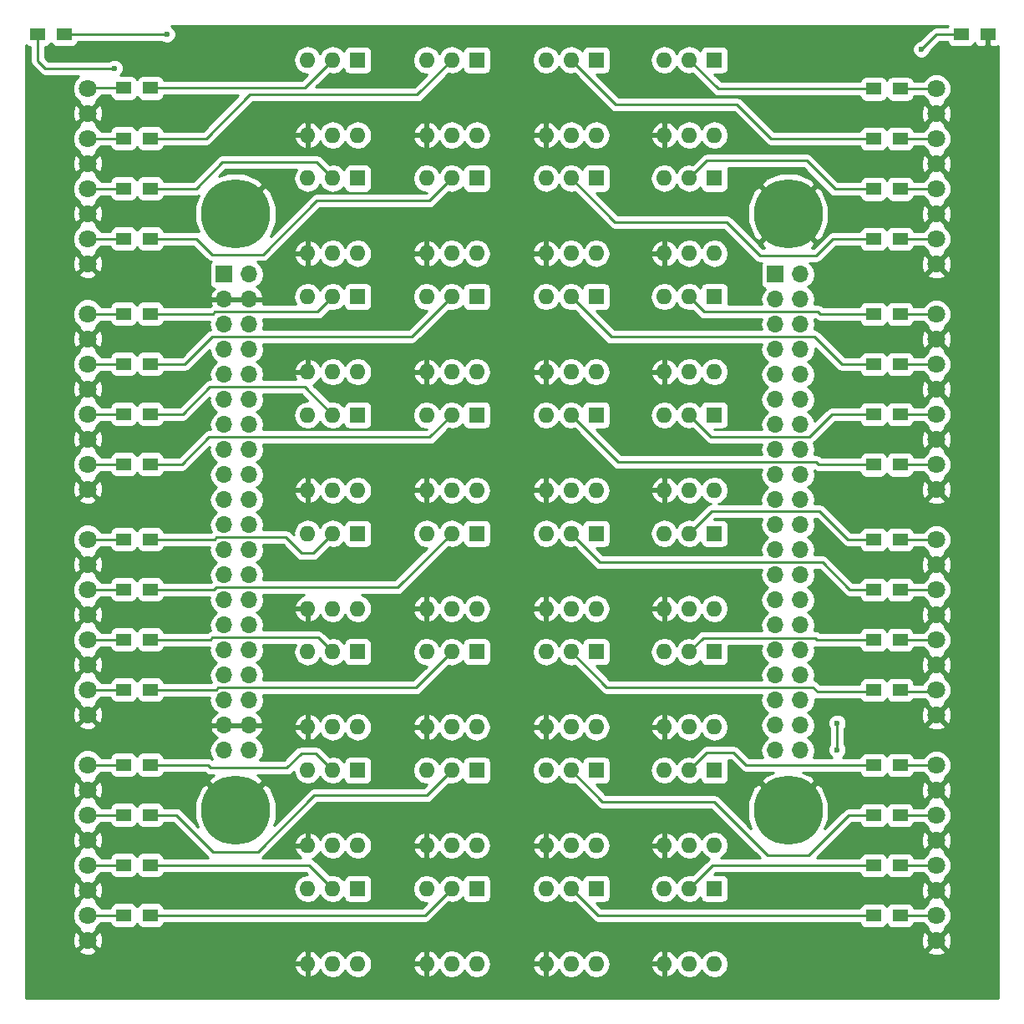
<source format=gtl>
G04 #@! TF.FileFunction,Copper,L1,Top,Signal*
%FSLAX46Y46*%
G04 Gerber Fmt 4.6, Leading zero omitted, Abs format (unit mm)*
G04 Created by KiCad (PCBNEW 4.0.7) date 02/16/18 20:59:02*
%MOMM*%
%LPD*%
G01*
G04 APERTURE LIST*
%ADD10C,0.100000*%
%ADD11R,1.500000X1.300000*%
%ADD12R,1.600000X1.600000*%
%ADD13O,1.600000X1.600000*%
%ADD14R,1.700000X1.700000*%
%ADD15O,1.700000X1.700000*%
%ADD16C,1.800000*%
%ADD17C,7.000000*%
%ADD18C,0.600000*%
%ADD19C,0.250000*%
%ADD20C,0.254000*%
G04 APERTURE END LIST*
D10*
D11*
X142650000Y-30260000D03*
X145350000Y-30260000D03*
X142650000Y-35360000D03*
X145350000Y-35360000D03*
X142650000Y-40440000D03*
X145350000Y-40440000D03*
X142650000Y-45530000D03*
X145350000Y-45530000D03*
X142650000Y-53140000D03*
X145350000Y-53140000D03*
X142650000Y-58220000D03*
X145350000Y-58220000D03*
X142650000Y-63300000D03*
X145350000Y-63300000D03*
X142650000Y-68390000D03*
X145350000Y-68390000D03*
X142650000Y-76000000D03*
X145350000Y-76000000D03*
X142650000Y-81080000D03*
X145350000Y-81080000D03*
X142650000Y-86160000D03*
X145350000Y-86160000D03*
X142650000Y-91250000D03*
X145350000Y-91250000D03*
X142650000Y-98860000D03*
X145350000Y-98860000D03*
X142650000Y-103940000D03*
X145350000Y-103940000D03*
X142650000Y-109020000D03*
X145350000Y-109020000D03*
X142650000Y-114110000D03*
X145350000Y-114110000D03*
X221350000Y-30350000D03*
X218650000Y-30350000D03*
X221350000Y-35390000D03*
X218650000Y-35390000D03*
X221350000Y-40490000D03*
X218650000Y-40490000D03*
X221350000Y-45550000D03*
X218650000Y-45550000D03*
X221340000Y-53170000D03*
X218640000Y-53170000D03*
X221350000Y-58250000D03*
X218650000Y-58250000D03*
X221340000Y-63320000D03*
X218640000Y-63320000D03*
X221350000Y-68430000D03*
X218650000Y-68430000D03*
X221350000Y-76020000D03*
X218650000Y-76020000D03*
X221350000Y-81110000D03*
X218650000Y-81110000D03*
X221340000Y-86200000D03*
X218640000Y-86200000D03*
X221350000Y-91270000D03*
X218650000Y-91270000D03*
X221350000Y-98890000D03*
X218650000Y-98890000D03*
X221340000Y-103970000D03*
X218640000Y-103970000D03*
X221350000Y-109060000D03*
X218650000Y-109060000D03*
X221350000Y-114130000D03*
X218650000Y-114130000D03*
D12*
X166380000Y-27410000D03*
D13*
X161300000Y-35030000D03*
X163840000Y-27410000D03*
X163840000Y-35030000D03*
X161300000Y-27410000D03*
X166380000Y-35030000D03*
D12*
X178440000Y-27410000D03*
D13*
X173360000Y-35030000D03*
X175900000Y-27410000D03*
X175900000Y-35030000D03*
X173360000Y-27410000D03*
X178440000Y-35030000D03*
D12*
X166380000Y-39410000D03*
D13*
X161300000Y-47030000D03*
X163840000Y-39410000D03*
X163840000Y-47030000D03*
X161300000Y-39410000D03*
X166380000Y-47030000D03*
D12*
X178440000Y-39410000D03*
D13*
X173360000Y-47030000D03*
X175900000Y-39410000D03*
X175900000Y-47030000D03*
X173360000Y-39410000D03*
X178440000Y-47030000D03*
D12*
X166380000Y-51410000D03*
D13*
X161300000Y-59030000D03*
X163840000Y-51410000D03*
X163840000Y-59030000D03*
X161300000Y-51410000D03*
X166380000Y-59030000D03*
D12*
X178440000Y-51410000D03*
D13*
X173360000Y-59030000D03*
X175900000Y-51410000D03*
X175900000Y-59030000D03*
X173360000Y-51410000D03*
X178440000Y-59030000D03*
D12*
X166380000Y-63410000D03*
D13*
X161300000Y-71030000D03*
X163840000Y-63410000D03*
X163840000Y-71030000D03*
X161300000Y-63410000D03*
X166380000Y-71030000D03*
D12*
X178440000Y-63410000D03*
D13*
X173360000Y-71030000D03*
X175900000Y-63410000D03*
X175900000Y-71030000D03*
X173360000Y-63410000D03*
X178440000Y-71030000D03*
D12*
X166380000Y-75410000D03*
D13*
X161300000Y-83030000D03*
X163840000Y-75410000D03*
X163840000Y-83030000D03*
X161300000Y-75410000D03*
X166380000Y-83030000D03*
D12*
X178440000Y-75410000D03*
D13*
X173360000Y-83030000D03*
X175900000Y-75410000D03*
X175900000Y-83030000D03*
X173360000Y-75410000D03*
X178440000Y-83030000D03*
D12*
X166380000Y-87410000D03*
D13*
X161300000Y-95030000D03*
X163840000Y-87410000D03*
X163840000Y-95030000D03*
X161300000Y-87410000D03*
X166380000Y-95030000D03*
D12*
X178440000Y-87410000D03*
D13*
X173360000Y-95030000D03*
X175900000Y-87410000D03*
X175900000Y-95030000D03*
X173360000Y-87410000D03*
X178440000Y-95030000D03*
D12*
X166380000Y-99410000D03*
D13*
X161300000Y-107030000D03*
X163840000Y-99410000D03*
X163840000Y-107030000D03*
X161300000Y-99410000D03*
X166380000Y-107030000D03*
D12*
X178440000Y-99410000D03*
D13*
X173360000Y-107030000D03*
X175900000Y-99410000D03*
X175900000Y-107030000D03*
X173360000Y-99410000D03*
X178440000Y-107030000D03*
D12*
X166380000Y-111410000D03*
D13*
X161300000Y-119030000D03*
X163840000Y-111410000D03*
X163840000Y-119030000D03*
X161300000Y-111410000D03*
X166380000Y-119030000D03*
D12*
X178440000Y-111410000D03*
D13*
X173360000Y-119030000D03*
X175900000Y-111410000D03*
X175900000Y-119030000D03*
X173360000Y-111410000D03*
X178440000Y-119030000D03*
D12*
X202520000Y-27410000D03*
D13*
X197440000Y-35030000D03*
X199980000Y-27410000D03*
X199980000Y-35030000D03*
X197440000Y-27410000D03*
X202520000Y-35030000D03*
D12*
X190540000Y-27410000D03*
D13*
X185460000Y-35030000D03*
X188000000Y-27410000D03*
X188000000Y-35030000D03*
X185460000Y-27410000D03*
X190540000Y-35030000D03*
D12*
X202520000Y-39410000D03*
D13*
X197440000Y-47030000D03*
X199980000Y-39410000D03*
X199980000Y-47030000D03*
X197440000Y-39410000D03*
X202520000Y-47030000D03*
D12*
X190540000Y-39410000D03*
D13*
X185460000Y-47030000D03*
X188000000Y-39410000D03*
X188000000Y-47030000D03*
X185460000Y-39410000D03*
X190540000Y-47030000D03*
D12*
X202520000Y-51410000D03*
D13*
X197440000Y-59030000D03*
X199980000Y-51410000D03*
X199980000Y-59030000D03*
X197440000Y-51410000D03*
X202520000Y-59030000D03*
D12*
X190540000Y-51410000D03*
D13*
X185460000Y-59030000D03*
X188000000Y-51410000D03*
X188000000Y-59030000D03*
X185460000Y-51410000D03*
X190540000Y-59030000D03*
D12*
X202520000Y-63410000D03*
D13*
X197440000Y-71030000D03*
X199980000Y-63410000D03*
X199980000Y-71030000D03*
X197440000Y-63410000D03*
X202520000Y-71030000D03*
D12*
X190540000Y-63410000D03*
D13*
X185460000Y-71030000D03*
X188000000Y-63410000D03*
X188000000Y-71030000D03*
X185460000Y-63410000D03*
X190540000Y-71030000D03*
D12*
X202520000Y-75410000D03*
D13*
X197440000Y-83030000D03*
X199980000Y-75410000D03*
X199980000Y-83030000D03*
X197440000Y-75410000D03*
X202520000Y-83030000D03*
D12*
X190540000Y-75410000D03*
D13*
X185460000Y-83030000D03*
X188000000Y-75410000D03*
X188000000Y-83030000D03*
X185460000Y-75410000D03*
X190540000Y-83030000D03*
D12*
X202520000Y-87410000D03*
D13*
X197440000Y-95030000D03*
X199980000Y-87410000D03*
X199980000Y-95030000D03*
X197440000Y-87410000D03*
X202520000Y-95030000D03*
D12*
X190540000Y-87410000D03*
D13*
X185460000Y-95030000D03*
X188000000Y-87410000D03*
X188000000Y-95030000D03*
X185460000Y-87410000D03*
X190540000Y-95030000D03*
D12*
X202520000Y-99410000D03*
D13*
X197440000Y-107030000D03*
X199980000Y-99410000D03*
X199980000Y-107030000D03*
X197440000Y-99410000D03*
X202520000Y-107030000D03*
D12*
X190540000Y-99410000D03*
D13*
X185460000Y-107030000D03*
X188000000Y-99410000D03*
X188000000Y-107030000D03*
X185460000Y-99410000D03*
X190540000Y-107030000D03*
D12*
X202520000Y-111410000D03*
D13*
X197440000Y-119030000D03*
X199980000Y-111410000D03*
X199980000Y-119030000D03*
X197440000Y-111410000D03*
X202520000Y-119030000D03*
D12*
X190540000Y-111410000D03*
D13*
X185460000Y-119030000D03*
X188000000Y-111410000D03*
X188000000Y-119030000D03*
X185460000Y-111410000D03*
X190540000Y-119030000D03*
D14*
X152830000Y-49130000D03*
D15*
X155370000Y-49130000D03*
X152830000Y-51670000D03*
X155370000Y-51670000D03*
X152830000Y-54210000D03*
X155370000Y-54210000D03*
X152830000Y-56750000D03*
X155370000Y-56750000D03*
X152830000Y-59290000D03*
X155370000Y-59290000D03*
X152830000Y-61830000D03*
X155370000Y-61830000D03*
X152830000Y-64370000D03*
X155370000Y-64370000D03*
X152830000Y-66910000D03*
X155370000Y-66910000D03*
X152830000Y-69450000D03*
X155370000Y-69450000D03*
X152830000Y-71990000D03*
X155370000Y-71990000D03*
X152830000Y-74530000D03*
X155370000Y-74530000D03*
X152830000Y-77070000D03*
X155370000Y-77070000D03*
X152830000Y-79610000D03*
X155370000Y-79610000D03*
X152830000Y-82150000D03*
X155370000Y-82150000D03*
X152830000Y-84690000D03*
X155370000Y-84690000D03*
X152830000Y-87230000D03*
X155370000Y-87230000D03*
X152830000Y-89770000D03*
X155370000Y-89770000D03*
X152830000Y-92310000D03*
X155370000Y-92310000D03*
X152830000Y-94850000D03*
X155370000Y-94850000D03*
X152830000Y-97390000D03*
X155370000Y-97390000D03*
D14*
X208710000Y-49130000D03*
D15*
X211250000Y-49130000D03*
X208710000Y-51670000D03*
X211250000Y-51670000D03*
X208710000Y-54210000D03*
X211250000Y-54210000D03*
X208710000Y-56750000D03*
X211250000Y-56750000D03*
X208710000Y-59290000D03*
X211250000Y-59290000D03*
X208710000Y-61830000D03*
X211250000Y-61830000D03*
X208710000Y-64370000D03*
X211250000Y-64370000D03*
X208710000Y-66910000D03*
X211250000Y-66910000D03*
X208710000Y-69450000D03*
X211250000Y-69450000D03*
X208710000Y-71990000D03*
X211250000Y-71990000D03*
X208710000Y-74530000D03*
X211250000Y-74530000D03*
X208710000Y-77070000D03*
X211250000Y-77070000D03*
X208710000Y-79610000D03*
X211250000Y-79610000D03*
X208710000Y-82150000D03*
X211250000Y-82150000D03*
X208710000Y-84690000D03*
X211250000Y-84690000D03*
X208710000Y-87230000D03*
X211250000Y-87230000D03*
X208710000Y-89770000D03*
X211250000Y-89770000D03*
X208710000Y-92310000D03*
X211250000Y-92310000D03*
X208710000Y-94850000D03*
X211250000Y-94850000D03*
X208710000Y-97390000D03*
X211250000Y-97390000D03*
D16*
X138990000Y-30280000D03*
X138990000Y-32820000D03*
X138990000Y-35360000D03*
X138990000Y-37900000D03*
X138990000Y-40440000D03*
X138990000Y-42980000D03*
X138990000Y-45520000D03*
X138990000Y-48060000D03*
X138990000Y-53140000D03*
X138990000Y-55680000D03*
X138990000Y-58220000D03*
X138990000Y-60760000D03*
X138990000Y-63300000D03*
X138990000Y-65840000D03*
X138990000Y-68380000D03*
X138990000Y-70920000D03*
X138990000Y-76000000D03*
X138990000Y-78540000D03*
X138990000Y-81080000D03*
X138990000Y-83620000D03*
X138990000Y-86160000D03*
X138990000Y-88700000D03*
X138990000Y-91240000D03*
X138990000Y-93780000D03*
X138990000Y-98860000D03*
X138990000Y-101400000D03*
X138990000Y-103940000D03*
X138990000Y-106480000D03*
X138990000Y-109020000D03*
X138990000Y-111560000D03*
X138990000Y-114100000D03*
X138990000Y-116640000D03*
X225030000Y-48090000D03*
X225030000Y-45550000D03*
X225030000Y-43010000D03*
X225030000Y-40470000D03*
X225030000Y-37930000D03*
X225030000Y-35390000D03*
X225030000Y-32850000D03*
X225030000Y-30310000D03*
X225030000Y-70950000D03*
X225030000Y-68410000D03*
X225030000Y-65870000D03*
X225030000Y-63330000D03*
X225030000Y-60790000D03*
X225030000Y-58250000D03*
X225030000Y-55710000D03*
X225030000Y-53170000D03*
X225030000Y-93810000D03*
X225030000Y-91270000D03*
X225030000Y-88730000D03*
X225030000Y-86190000D03*
X225030000Y-83650000D03*
X225030000Y-81110000D03*
X225030000Y-78570000D03*
X225030000Y-76030000D03*
X225030000Y-116670000D03*
X225030000Y-114130000D03*
X225030000Y-111590000D03*
X225030000Y-109050000D03*
X225030000Y-106510000D03*
X225030000Y-103970000D03*
X225030000Y-101430000D03*
X225030000Y-98890000D03*
D17*
X154000000Y-43000000D03*
X154000000Y-103500000D03*
X210000000Y-103500000D03*
X210000000Y-43000000D03*
D11*
X230230000Y-24810000D03*
X227530000Y-24810000D03*
X133940000Y-24810000D03*
X136640000Y-24810000D03*
D18*
X223490000Y-26340000D03*
X141720000Y-28250000D03*
X147020000Y-24800000D03*
X214980000Y-94620000D03*
X214980000Y-97340000D03*
D19*
X145350000Y-30260000D02*
X160990000Y-30260000D01*
X160990000Y-30260000D02*
X163840000Y-27410000D01*
X145350000Y-35360000D02*
X151000000Y-35360000D01*
X151000000Y-35360000D02*
X155430000Y-30930000D01*
X155430000Y-30930000D02*
X172380000Y-30930000D01*
X172380000Y-30930000D02*
X175900000Y-27410000D01*
X145350000Y-40440000D02*
X149990000Y-40440000D01*
X162230000Y-37800000D02*
X163840000Y-39410000D01*
X152630000Y-37800000D02*
X162230000Y-37800000D01*
X149990000Y-40440000D02*
X152630000Y-37800000D01*
X145350000Y-45530000D02*
X150020000Y-45530000D01*
X173620000Y-41690000D02*
X175900000Y-39410000D01*
X162200000Y-41690000D02*
X173620000Y-41690000D01*
X156770000Y-47120000D02*
X162200000Y-41690000D01*
X151610000Y-47120000D02*
X156770000Y-47120000D01*
X150020000Y-45530000D02*
X151610000Y-47120000D01*
X145350000Y-53140000D02*
X151660000Y-53140000D01*
X162310000Y-52940000D02*
X163840000Y-51410000D01*
X151860000Y-52940000D02*
X162310000Y-52940000D01*
X151660000Y-53140000D02*
X151860000Y-52940000D01*
X145350000Y-58220000D02*
X148850000Y-58220000D01*
X171840000Y-55470000D02*
X175900000Y-51410000D01*
X151600000Y-55470000D02*
X171840000Y-55470000D01*
X148850000Y-58220000D02*
X151600000Y-55470000D01*
X145350000Y-63300000D02*
X148620000Y-63300000D01*
X160980000Y-60550000D02*
X163840000Y-63410000D01*
X151370000Y-60550000D02*
X160980000Y-60550000D01*
X148620000Y-63300000D02*
X151370000Y-60550000D01*
X145350000Y-68390000D02*
X148530000Y-68390000D01*
X173660000Y-65650000D02*
X175900000Y-63410000D01*
X151270000Y-65650000D02*
X173660000Y-65650000D01*
X148530000Y-68390000D02*
X151270000Y-65650000D01*
X145350000Y-76000000D02*
X151880000Y-76000000D01*
X161830000Y-77420000D02*
X163840000Y-75410000D01*
X160710000Y-77420000D02*
X161830000Y-77420000D01*
X159090000Y-75800000D02*
X160710000Y-77420000D01*
X152080000Y-75800000D02*
X159090000Y-75800000D01*
X151880000Y-76000000D02*
X152080000Y-75800000D01*
X145350000Y-81080000D02*
X151810000Y-81080000D01*
X170420000Y-80890000D02*
X175900000Y-75410000D01*
X152000000Y-80890000D02*
X170420000Y-80890000D01*
X151810000Y-81080000D02*
X152000000Y-80890000D01*
X145350000Y-86160000D02*
X151420000Y-86160000D01*
X162380000Y-85950000D02*
X163840000Y-87410000D01*
X151630000Y-85950000D02*
X162380000Y-85950000D01*
X151420000Y-86160000D02*
X151630000Y-85950000D01*
X145350000Y-91250000D02*
X152010000Y-91250000D01*
X172270000Y-91040000D02*
X175900000Y-87410000D01*
X152220000Y-91040000D02*
X172270000Y-91040000D01*
X152010000Y-91250000D02*
X152220000Y-91040000D01*
X145350000Y-98860000D02*
X151170000Y-98860000D01*
X162120000Y-97690000D02*
X163840000Y-99410000D01*
X160660000Y-97690000D02*
X162120000Y-97690000D01*
X159180000Y-99170000D02*
X160660000Y-97690000D01*
X151480000Y-99170000D02*
X159180000Y-99170000D01*
X151170000Y-98860000D02*
X151480000Y-99170000D01*
X175240000Y-100070000D02*
X175900000Y-99410000D01*
X145350000Y-103940000D02*
X147940000Y-103940000D01*
X173340000Y-101970000D02*
X175240000Y-100070000D01*
X161970000Y-101970000D02*
X173340000Y-101970000D01*
X156280000Y-107660000D02*
X161970000Y-101970000D01*
X151660000Y-107660000D02*
X156280000Y-107660000D01*
X147940000Y-103940000D02*
X151660000Y-107660000D01*
X145350000Y-109020000D02*
X161450000Y-109020000D01*
X161450000Y-109020000D02*
X163840000Y-111410000D01*
X145350000Y-114110000D02*
X173200000Y-114110000D01*
X173200000Y-114110000D02*
X175900000Y-111410000D01*
X218650000Y-30350000D02*
X202920000Y-30350000D01*
X202920000Y-30350000D02*
X199980000Y-27410000D01*
X204480000Y-31940000D02*
X204820000Y-31940000D01*
X204480000Y-31940000D02*
X192530000Y-31940000D01*
X188000000Y-27410000D02*
X192530000Y-31940000D01*
X208270000Y-35390000D02*
X218650000Y-35390000D01*
X204820000Y-31940000D02*
X208270000Y-35390000D01*
X211540000Y-37610000D02*
X211860000Y-37610000D01*
X211540000Y-37610000D02*
X201780000Y-37610000D01*
X199980000Y-39410000D02*
X201780000Y-37610000D01*
X214740000Y-40490000D02*
X218650000Y-40490000D01*
X211860000Y-37610000D02*
X214740000Y-40490000D01*
X212590000Y-47220000D02*
X212870000Y-47220000D01*
X212590000Y-47220000D02*
X207130000Y-47220000D01*
X207130000Y-47220000D02*
X203760000Y-43850000D01*
X203760000Y-43850000D02*
X192440000Y-43850000D01*
X188000000Y-39410000D02*
X192440000Y-43850000D01*
X214540000Y-45550000D02*
X218650000Y-45550000D01*
X212870000Y-47220000D02*
X214540000Y-45550000D01*
X212240000Y-52940000D02*
X213020000Y-52940000D01*
X212240000Y-52940000D02*
X201510000Y-52940000D01*
X199980000Y-51410000D02*
X201510000Y-52940000D01*
X213250000Y-53170000D02*
X218640000Y-53170000D01*
X213020000Y-52940000D02*
X213250000Y-53170000D01*
X218650000Y-58250000D02*
X215440000Y-58250000D01*
X212670000Y-55480000D02*
X192070000Y-55480000D01*
X192070000Y-55480000D02*
X188000000Y-51410000D01*
X215440000Y-58250000D02*
X212670000Y-55480000D01*
X218640000Y-63320000D02*
X214470000Y-63320000D01*
X214260000Y-63530000D02*
X212160000Y-65630000D01*
X212160000Y-65630000D02*
X202200000Y-65630000D01*
X202200000Y-65630000D02*
X199980000Y-63410000D01*
X214470000Y-63320000D02*
X214260000Y-63530000D01*
X212680000Y-68180000D02*
X212860000Y-68180000D01*
X212680000Y-68180000D02*
X192770000Y-68180000D01*
X188000000Y-63410000D02*
X192770000Y-68180000D01*
X213110000Y-68430000D02*
X218650000Y-68430000D01*
X212860000Y-68180000D02*
X213110000Y-68430000D01*
X212400000Y-73170000D02*
X213210000Y-73170000D01*
X212400000Y-73170000D02*
X202220000Y-73170000D01*
X199980000Y-75410000D02*
X202220000Y-73170000D01*
X216060000Y-76020000D02*
X218650000Y-76020000D01*
X213210000Y-73170000D02*
X216060000Y-76020000D01*
X213150000Y-78340000D02*
X213470000Y-78340000D01*
X213150000Y-78340000D02*
X190930000Y-78340000D01*
X188000000Y-75410000D02*
X190930000Y-78340000D01*
X216240000Y-81110000D02*
X218650000Y-81110000D01*
X213470000Y-78340000D02*
X216240000Y-81110000D01*
X212600000Y-85990000D02*
X212720000Y-85990000D01*
X212600000Y-85990000D02*
X201400000Y-85990000D01*
X199980000Y-87410000D02*
X201400000Y-85990000D01*
X212930000Y-86200000D02*
X218640000Y-86200000D01*
X212720000Y-85990000D02*
X212930000Y-86200000D01*
X218640000Y-91480000D02*
X212980000Y-91480000D01*
X191610000Y-91020000D02*
X188000000Y-87410000D01*
X212520000Y-91020000D02*
X191610000Y-91020000D01*
X212980000Y-91480000D02*
X212520000Y-91020000D01*
X204320000Y-97650000D02*
X204470000Y-97650000D01*
X204320000Y-97650000D02*
X201740000Y-97650000D01*
X199980000Y-99410000D02*
X201740000Y-97650000D01*
X205710000Y-98890000D02*
X218650000Y-98890000D01*
X204470000Y-97650000D02*
X205710000Y-98890000D01*
X218640000Y-103970000D02*
X216150000Y-103970000D01*
X215950000Y-104170000D02*
X212110000Y-108010000D01*
X212110000Y-108010000D02*
X207910000Y-108010000D01*
X207910000Y-108010000D02*
X202500000Y-102600000D01*
X202500000Y-102600000D02*
X191190000Y-102600000D01*
X191190000Y-102600000D02*
X188000000Y-99410000D01*
X216150000Y-103970000D02*
X215950000Y-104170000D01*
X218650000Y-109060000D02*
X202330000Y-109060000D01*
X202330000Y-109060000D02*
X199980000Y-111410000D01*
X218650000Y-114130000D02*
X190720000Y-114130000D01*
X190720000Y-114130000D02*
X188000000Y-111410000D01*
X142650000Y-30260000D02*
X139010000Y-30260000D01*
X139010000Y-30260000D02*
X138990000Y-30280000D01*
X142650000Y-35360000D02*
X138990000Y-35360000D01*
X142650000Y-40440000D02*
X138990000Y-40440000D01*
X142650000Y-45530000D02*
X139000000Y-45530000D01*
X139000000Y-45530000D02*
X138990000Y-45520000D01*
X142650000Y-53140000D02*
X138990000Y-53140000D01*
X142650000Y-58220000D02*
X138990000Y-58220000D01*
X142650000Y-63300000D02*
X138990000Y-63300000D01*
X142650000Y-68390000D02*
X139000000Y-68390000D01*
X139000000Y-68390000D02*
X138990000Y-68380000D01*
X142650000Y-76000000D02*
X138990000Y-76000000D01*
X142650000Y-81080000D02*
X138990000Y-81080000D01*
X142650000Y-86160000D02*
X138990000Y-86160000D01*
X142650000Y-91250000D02*
X139000000Y-91250000D01*
X139000000Y-91250000D02*
X138990000Y-91240000D01*
X138990000Y-98860000D02*
X142650000Y-98860000D01*
X142650000Y-103940000D02*
X138990000Y-103940000D01*
X142650000Y-109020000D02*
X138990000Y-109020000D01*
X142650000Y-114110000D02*
X139000000Y-114110000D01*
X139000000Y-114110000D02*
X138990000Y-114100000D01*
X221350000Y-30350000D02*
X224990000Y-30350000D01*
X224990000Y-30350000D02*
X225030000Y-30310000D01*
X221350000Y-35390000D02*
X225030000Y-35390000D01*
X224780000Y-35390000D02*
X224990000Y-35600000D01*
X221350000Y-40490000D02*
X225010000Y-40490000D01*
X225010000Y-40490000D02*
X225030000Y-40470000D01*
X224980000Y-40670000D02*
X224990000Y-40680000D01*
X221350000Y-45550000D02*
X225030000Y-45550000D01*
X224980000Y-45750000D02*
X224990000Y-45760000D01*
X221340000Y-53170000D02*
X225030000Y-53170000D01*
X221350000Y-58250000D02*
X225030000Y-58250000D01*
X224980000Y-58450000D02*
X224990000Y-58460000D01*
X221340000Y-63320000D02*
X225020000Y-63320000D01*
X225020000Y-63320000D02*
X225030000Y-63330000D01*
X224980000Y-63530000D02*
X224990000Y-63540000D01*
X221350000Y-68430000D02*
X225010000Y-68430000D01*
X225010000Y-68430000D02*
X225030000Y-68410000D01*
X221340000Y-91480000D02*
X224990000Y-91480000D01*
X221340000Y-86200000D02*
X225020000Y-86200000D01*
X225020000Y-86200000D02*
X225030000Y-86190000D01*
X224980000Y-86410000D02*
X224990000Y-86400000D01*
X221350000Y-81110000D02*
X225030000Y-81110000D01*
X221350000Y-76020000D02*
X225020000Y-76020000D01*
X225020000Y-76020000D02*
X225030000Y-76030000D01*
X221350000Y-114130000D02*
X225030000Y-114130000D01*
X221350000Y-109060000D02*
X225020000Y-109060000D01*
X225020000Y-109060000D02*
X225030000Y-109050000D01*
X224980000Y-109270000D02*
X224990000Y-109260000D01*
X221340000Y-103970000D02*
X225030000Y-103970000D01*
X224980000Y-104170000D02*
X224990000Y-104180000D01*
X221350000Y-98890000D02*
X225030000Y-98890000D01*
X225020000Y-24810000D02*
X223490000Y-26340000D01*
X225020000Y-24810000D02*
X227530000Y-24810000D01*
X133940000Y-27480000D02*
X134710000Y-28250000D01*
X134710000Y-28250000D02*
X141720000Y-28250000D01*
X133940000Y-27480000D02*
X133940000Y-24810000D01*
X147010000Y-24810000D02*
X147020000Y-24800000D01*
X136640000Y-24810000D02*
X147010000Y-24810000D01*
X214980000Y-96540000D02*
X214980000Y-94620000D01*
X214980000Y-97340000D02*
X214980000Y-96540000D01*
D20*
G36*
X226154836Y-24050000D02*
X225020000Y-24050000D01*
X224729161Y-24107852D01*
X224482599Y-24272599D01*
X223350320Y-25404878D01*
X223304833Y-25404838D01*
X222961057Y-25546883D01*
X222697808Y-25809673D01*
X222555162Y-26153201D01*
X222554838Y-26525167D01*
X222696883Y-26868943D01*
X222959673Y-27132192D01*
X223303201Y-27274838D01*
X223675167Y-27275162D01*
X224018943Y-27133117D01*
X224282192Y-26870327D01*
X224424838Y-26526799D01*
X224424879Y-26479923D01*
X225334802Y-25570000D01*
X226153258Y-25570000D01*
X226176838Y-25695317D01*
X226315910Y-25911441D01*
X226528110Y-26056431D01*
X226780000Y-26107440D01*
X228280000Y-26107440D01*
X228515317Y-26063162D01*
X228731441Y-25924090D01*
X228876431Y-25711890D01*
X228883191Y-25678510D01*
X228941673Y-25819699D01*
X229120302Y-25998327D01*
X229353691Y-26095000D01*
X229944250Y-26095000D01*
X230103000Y-25936250D01*
X230103000Y-24937000D01*
X230083000Y-24937000D01*
X230083000Y-24683000D01*
X230103000Y-24683000D01*
X230103000Y-24663000D01*
X230357000Y-24663000D01*
X230357000Y-24683000D01*
X230377000Y-24683000D01*
X230377000Y-24937000D01*
X230357000Y-24937000D01*
X230357000Y-25936250D01*
X230515750Y-26095000D01*
X231106309Y-26095000D01*
X231290000Y-26018913D01*
X231290000Y-122540000D01*
X132710000Y-122540000D01*
X132710000Y-119379041D01*
X159908086Y-119379041D01*
X160147611Y-119885134D01*
X160562577Y-120261041D01*
X160950961Y-120421904D01*
X161173000Y-120299915D01*
X161173000Y-119157000D01*
X160029371Y-119157000D01*
X159908086Y-119379041D01*
X132710000Y-119379041D01*
X132710000Y-118680959D01*
X159908086Y-118680959D01*
X160029371Y-118903000D01*
X161173000Y-118903000D01*
X161173000Y-117760085D01*
X161427000Y-117760085D01*
X161427000Y-118903000D01*
X161447000Y-118903000D01*
X161447000Y-119157000D01*
X161427000Y-119157000D01*
X161427000Y-120299915D01*
X161649039Y-120421904D01*
X162037423Y-120261041D01*
X162452389Y-119885134D01*
X162555014Y-119668297D01*
X162825302Y-120072811D01*
X163290849Y-120383880D01*
X163840000Y-120493113D01*
X164389151Y-120383880D01*
X164854698Y-120072811D01*
X165110000Y-119690725D01*
X165365302Y-120072811D01*
X165830849Y-120383880D01*
X166380000Y-120493113D01*
X166929151Y-120383880D01*
X167394698Y-120072811D01*
X167705767Y-119607264D01*
X167751163Y-119379041D01*
X171968086Y-119379041D01*
X172207611Y-119885134D01*
X172622577Y-120261041D01*
X173010961Y-120421904D01*
X173233000Y-120299915D01*
X173233000Y-119157000D01*
X172089371Y-119157000D01*
X171968086Y-119379041D01*
X167751163Y-119379041D01*
X167815000Y-119058113D01*
X167815000Y-119001887D01*
X167751164Y-118680959D01*
X171968086Y-118680959D01*
X172089371Y-118903000D01*
X173233000Y-118903000D01*
X173233000Y-117760085D01*
X173487000Y-117760085D01*
X173487000Y-118903000D01*
X173507000Y-118903000D01*
X173507000Y-119157000D01*
X173487000Y-119157000D01*
X173487000Y-120299915D01*
X173709039Y-120421904D01*
X174097423Y-120261041D01*
X174512389Y-119885134D01*
X174615014Y-119668297D01*
X174885302Y-120072811D01*
X175350849Y-120383880D01*
X175900000Y-120493113D01*
X176449151Y-120383880D01*
X176914698Y-120072811D01*
X177170000Y-119690725D01*
X177425302Y-120072811D01*
X177890849Y-120383880D01*
X178440000Y-120493113D01*
X178989151Y-120383880D01*
X179454698Y-120072811D01*
X179765767Y-119607264D01*
X179811163Y-119379041D01*
X184068086Y-119379041D01*
X184307611Y-119885134D01*
X184722577Y-120261041D01*
X185110961Y-120421904D01*
X185333000Y-120299915D01*
X185333000Y-119157000D01*
X184189371Y-119157000D01*
X184068086Y-119379041D01*
X179811163Y-119379041D01*
X179875000Y-119058113D01*
X179875000Y-119001887D01*
X179811164Y-118680959D01*
X184068086Y-118680959D01*
X184189371Y-118903000D01*
X185333000Y-118903000D01*
X185333000Y-117760085D01*
X185587000Y-117760085D01*
X185587000Y-118903000D01*
X185607000Y-118903000D01*
X185607000Y-119157000D01*
X185587000Y-119157000D01*
X185587000Y-120299915D01*
X185809039Y-120421904D01*
X186197423Y-120261041D01*
X186612389Y-119885134D01*
X186715014Y-119668297D01*
X186985302Y-120072811D01*
X187450849Y-120383880D01*
X188000000Y-120493113D01*
X188549151Y-120383880D01*
X189014698Y-120072811D01*
X189270000Y-119690725D01*
X189525302Y-120072811D01*
X189990849Y-120383880D01*
X190540000Y-120493113D01*
X191089151Y-120383880D01*
X191554698Y-120072811D01*
X191865767Y-119607264D01*
X191911163Y-119379041D01*
X196048086Y-119379041D01*
X196287611Y-119885134D01*
X196702577Y-120261041D01*
X197090961Y-120421904D01*
X197313000Y-120299915D01*
X197313000Y-119157000D01*
X196169371Y-119157000D01*
X196048086Y-119379041D01*
X191911163Y-119379041D01*
X191975000Y-119058113D01*
X191975000Y-119001887D01*
X191911164Y-118680959D01*
X196048086Y-118680959D01*
X196169371Y-118903000D01*
X197313000Y-118903000D01*
X197313000Y-117760085D01*
X197567000Y-117760085D01*
X197567000Y-118903000D01*
X197587000Y-118903000D01*
X197587000Y-119157000D01*
X197567000Y-119157000D01*
X197567000Y-120299915D01*
X197789039Y-120421904D01*
X198177423Y-120261041D01*
X198592389Y-119885134D01*
X198695014Y-119668297D01*
X198965302Y-120072811D01*
X199430849Y-120383880D01*
X199980000Y-120493113D01*
X200529151Y-120383880D01*
X200994698Y-120072811D01*
X201250000Y-119690725D01*
X201505302Y-120072811D01*
X201970849Y-120383880D01*
X202520000Y-120493113D01*
X203069151Y-120383880D01*
X203534698Y-120072811D01*
X203845767Y-119607264D01*
X203955000Y-119058113D01*
X203955000Y-119001887D01*
X203845767Y-118452736D01*
X203534698Y-117987189D01*
X203179959Y-117750159D01*
X224129446Y-117750159D01*
X224215852Y-118006643D01*
X224789336Y-118216458D01*
X225399460Y-118190839D01*
X225844148Y-118006643D01*
X225930554Y-117750159D01*
X225030000Y-116849605D01*
X224129446Y-117750159D01*
X203179959Y-117750159D01*
X203069151Y-117676120D01*
X202520000Y-117566887D01*
X201970849Y-117676120D01*
X201505302Y-117987189D01*
X201250000Y-118369275D01*
X200994698Y-117987189D01*
X200529151Y-117676120D01*
X199980000Y-117566887D01*
X199430849Y-117676120D01*
X198965302Y-117987189D01*
X198695014Y-118391703D01*
X198592389Y-118174866D01*
X198177423Y-117798959D01*
X197789039Y-117638096D01*
X197567000Y-117760085D01*
X197313000Y-117760085D01*
X197090961Y-117638096D01*
X196702577Y-117798959D01*
X196287611Y-118174866D01*
X196048086Y-118680959D01*
X191911164Y-118680959D01*
X191865767Y-118452736D01*
X191554698Y-117987189D01*
X191089151Y-117676120D01*
X190540000Y-117566887D01*
X189990849Y-117676120D01*
X189525302Y-117987189D01*
X189270000Y-118369275D01*
X189014698Y-117987189D01*
X188549151Y-117676120D01*
X188000000Y-117566887D01*
X187450849Y-117676120D01*
X186985302Y-117987189D01*
X186715014Y-118391703D01*
X186612389Y-118174866D01*
X186197423Y-117798959D01*
X185809039Y-117638096D01*
X185587000Y-117760085D01*
X185333000Y-117760085D01*
X185110961Y-117638096D01*
X184722577Y-117798959D01*
X184307611Y-118174866D01*
X184068086Y-118680959D01*
X179811164Y-118680959D01*
X179765767Y-118452736D01*
X179454698Y-117987189D01*
X178989151Y-117676120D01*
X178440000Y-117566887D01*
X177890849Y-117676120D01*
X177425302Y-117987189D01*
X177170000Y-118369275D01*
X176914698Y-117987189D01*
X176449151Y-117676120D01*
X175900000Y-117566887D01*
X175350849Y-117676120D01*
X174885302Y-117987189D01*
X174615014Y-118391703D01*
X174512389Y-118174866D01*
X174097423Y-117798959D01*
X173709039Y-117638096D01*
X173487000Y-117760085D01*
X173233000Y-117760085D01*
X173010961Y-117638096D01*
X172622577Y-117798959D01*
X172207611Y-118174866D01*
X171968086Y-118680959D01*
X167751164Y-118680959D01*
X167705767Y-118452736D01*
X167394698Y-117987189D01*
X166929151Y-117676120D01*
X166380000Y-117566887D01*
X165830849Y-117676120D01*
X165365302Y-117987189D01*
X165110000Y-118369275D01*
X164854698Y-117987189D01*
X164389151Y-117676120D01*
X163840000Y-117566887D01*
X163290849Y-117676120D01*
X162825302Y-117987189D01*
X162555014Y-118391703D01*
X162452389Y-118174866D01*
X162037423Y-117798959D01*
X161649039Y-117638096D01*
X161427000Y-117760085D01*
X161173000Y-117760085D01*
X160950961Y-117638096D01*
X160562577Y-117798959D01*
X160147611Y-118174866D01*
X159908086Y-118680959D01*
X132710000Y-118680959D01*
X132710000Y-117720159D01*
X138089446Y-117720159D01*
X138175852Y-117976643D01*
X138749336Y-118186458D01*
X139359460Y-118160839D01*
X139804148Y-117976643D01*
X139890554Y-117720159D01*
X138990000Y-116819605D01*
X138089446Y-117720159D01*
X132710000Y-117720159D01*
X132710000Y-116399336D01*
X137443542Y-116399336D01*
X137469161Y-117009460D01*
X137653357Y-117454148D01*
X137909841Y-117540554D01*
X138810395Y-116640000D01*
X139169605Y-116640000D01*
X140070159Y-117540554D01*
X140326643Y-117454148D01*
X140536458Y-116880664D01*
X140517507Y-116429336D01*
X223483542Y-116429336D01*
X223509161Y-117039460D01*
X223693357Y-117484148D01*
X223949841Y-117570554D01*
X224850395Y-116670000D01*
X225209605Y-116670000D01*
X226110159Y-117570554D01*
X226366643Y-117484148D01*
X226576458Y-116910664D01*
X226550839Y-116300540D01*
X226366643Y-115855852D01*
X226110159Y-115769446D01*
X225209605Y-116670000D01*
X224850395Y-116670000D01*
X223949841Y-115769446D01*
X223693357Y-115855852D01*
X223483542Y-116429336D01*
X140517507Y-116429336D01*
X140510839Y-116270540D01*
X140326643Y-115825852D01*
X140070159Y-115739446D01*
X139169605Y-116640000D01*
X138810395Y-116640000D01*
X137909841Y-115739446D01*
X137653357Y-115825852D01*
X137443542Y-116399336D01*
X132710000Y-116399336D01*
X132710000Y-114403991D01*
X137454735Y-114403991D01*
X137687932Y-114968371D01*
X138119357Y-115400551D01*
X138140194Y-115409203D01*
X138089446Y-115559841D01*
X138990000Y-116460395D01*
X139890554Y-115559841D01*
X139839965Y-115409673D01*
X139858371Y-115402068D01*
X140290551Y-114970643D01*
X140332342Y-114870000D01*
X141273258Y-114870000D01*
X141296838Y-114995317D01*
X141435910Y-115211441D01*
X141648110Y-115356431D01*
X141900000Y-115407440D01*
X143400000Y-115407440D01*
X143635317Y-115363162D01*
X143851441Y-115224090D01*
X143996431Y-115011890D01*
X143999081Y-114998803D01*
X144135910Y-115211441D01*
X144348110Y-115356431D01*
X144600000Y-115407440D01*
X146100000Y-115407440D01*
X146335317Y-115363162D01*
X146551441Y-115224090D01*
X146696431Y-115011890D01*
X146725164Y-114870000D01*
X173200000Y-114870000D01*
X173490839Y-114812148D01*
X173737401Y-114647401D01*
X175576114Y-112808688D01*
X175900000Y-112873113D01*
X176449151Y-112763880D01*
X176914698Y-112452811D01*
X177011101Y-112308535D01*
X177036838Y-112445317D01*
X177175910Y-112661441D01*
X177388110Y-112806431D01*
X177640000Y-112857440D01*
X179240000Y-112857440D01*
X179475317Y-112813162D01*
X179691441Y-112674090D01*
X179836431Y-112461890D01*
X179887440Y-112210000D01*
X179887440Y-111381887D01*
X184025000Y-111381887D01*
X184025000Y-111438113D01*
X184134233Y-111987264D01*
X184445302Y-112452811D01*
X184910849Y-112763880D01*
X185460000Y-112873113D01*
X186009151Y-112763880D01*
X186474698Y-112452811D01*
X186730000Y-112070725D01*
X186985302Y-112452811D01*
X187450849Y-112763880D01*
X188000000Y-112873113D01*
X188323886Y-112808688D01*
X190182599Y-114667401D01*
X190429161Y-114832148D01*
X190720000Y-114890000D01*
X217273258Y-114890000D01*
X217296838Y-115015317D01*
X217435910Y-115231441D01*
X217648110Y-115376431D01*
X217900000Y-115427440D01*
X219400000Y-115427440D01*
X219635317Y-115383162D01*
X219851441Y-115244090D01*
X219996431Y-115031890D01*
X219999081Y-115018803D01*
X220135910Y-115231441D01*
X220348110Y-115376431D01*
X220600000Y-115427440D01*
X222100000Y-115427440D01*
X222335317Y-115383162D01*
X222551441Y-115244090D01*
X222696431Y-115031890D01*
X222725164Y-114890000D01*
X223683154Y-114890000D01*
X223727932Y-114998371D01*
X224159357Y-115430551D01*
X224180194Y-115439203D01*
X224129446Y-115589841D01*
X225030000Y-116490395D01*
X225930554Y-115589841D01*
X225879965Y-115439673D01*
X225898371Y-115432068D01*
X226330551Y-115000643D01*
X226564733Y-114436670D01*
X226565265Y-113826009D01*
X226332068Y-113261629D01*
X225900643Y-112829449D01*
X225879806Y-112820797D01*
X225930554Y-112670159D01*
X225030000Y-111769605D01*
X224129446Y-112670159D01*
X224180035Y-112820327D01*
X224161629Y-112827932D01*
X223729449Y-113259357D01*
X223683506Y-113370000D01*
X222726742Y-113370000D01*
X222703162Y-113244683D01*
X222564090Y-113028559D01*
X222351890Y-112883569D01*
X222100000Y-112832560D01*
X220600000Y-112832560D01*
X220364683Y-112876838D01*
X220148559Y-113015910D01*
X220003569Y-113228110D01*
X220000919Y-113241197D01*
X219864090Y-113028559D01*
X219651890Y-112883569D01*
X219400000Y-112832560D01*
X217900000Y-112832560D01*
X217664683Y-112876838D01*
X217448559Y-113015910D01*
X217303569Y-113228110D01*
X217274836Y-113370000D01*
X191034802Y-113370000D01*
X190522242Y-112857440D01*
X191340000Y-112857440D01*
X191575317Y-112813162D01*
X191791441Y-112674090D01*
X191936431Y-112461890D01*
X191987440Y-112210000D01*
X191987440Y-110610000D01*
X191943162Y-110374683D01*
X191804090Y-110158559D01*
X191591890Y-110013569D01*
X191340000Y-109962560D01*
X189740000Y-109962560D01*
X189504683Y-110006838D01*
X189288559Y-110145910D01*
X189143569Y-110358110D01*
X189112185Y-110513089D01*
X189014698Y-110367189D01*
X188549151Y-110056120D01*
X188000000Y-109946887D01*
X187450849Y-110056120D01*
X186985302Y-110367189D01*
X186730000Y-110749275D01*
X186474698Y-110367189D01*
X186009151Y-110056120D01*
X185460000Y-109946887D01*
X184910849Y-110056120D01*
X184445302Y-110367189D01*
X184134233Y-110832736D01*
X184025000Y-111381887D01*
X179887440Y-111381887D01*
X179887440Y-110610000D01*
X179843162Y-110374683D01*
X179704090Y-110158559D01*
X179491890Y-110013569D01*
X179240000Y-109962560D01*
X177640000Y-109962560D01*
X177404683Y-110006838D01*
X177188559Y-110145910D01*
X177043569Y-110358110D01*
X177012185Y-110513089D01*
X176914698Y-110367189D01*
X176449151Y-110056120D01*
X175900000Y-109946887D01*
X175350849Y-110056120D01*
X174885302Y-110367189D01*
X174630000Y-110749275D01*
X174374698Y-110367189D01*
X173909151Y-110056120D01*
X173360000Y-109946887D01*
X172810849Y-110056120D01*
X172345302Y-110367189D01*
X172034233Y-110832736D01*
X171925000Y-111381887D01*
X171925000Y-111438113D01*
X172034233Y-111987264D01*
X172345302Y-112452811D01*
X172810849Y-112763880D01*
X173360000Y-112873113D01*
X173362603Y-112872595D01*
X172885198Y-113350000D01*
X146726742Y-113350000D01*
X146703162Y-113224683D01*
X146564090Y-113008559D01*
X146351890Y-112863569D01*
X146100000Y-112812560D01*
X144600000Y-112812560D01*
X144364683Y-112856838D01*
X144148559Y-112995910D01*
X144003569Y-113208110D01*
X144000919Y-113221197D01*
X143864090Y-113008559D01*
X143651890Y-112863569D01*
X143400000Y-112812560D01*
X141900000Y-112812560D01*
X141664683Y-112856838D01*
X141448559Y-112995910D01*
X141303569Y-113208110D01*
X141274836Y-113350000D01*
X140340978Y-113350000D01*
X140292068Y-113231629D01*
X139860643Y-112799449D01*
X139839806Y-112790797D01*
X139890554Y-112640159D01*
X138990000Y-111739605D01*
X138089446Y-112640159D01*
X138140035Y-112790327D01*
X138121629Y-112797932D01*
X137689449Y-113229357D01*
X137455267Y-113793330D01*
X137454735Y-114403991D01*
X132710000Y-114403991D01*
X132710000Y-111319336D01*
X137443542Y-111319336D01*
X137469161Y-111929460D01*
X137653357Y-112374148D01*
X137909841Y-112460554D01*
X138810395Y-111560000D01*
X139169605Y-111560000D01*
X140070159Y-112460554D01*
X140326643Y-112374148D01*
X140536458Y-111800664D01*
X140510839Y-111190540D01*
X140326643Y-110745852D01*
X140070159Y-110659446D01*
X139169605Y-111560000D01*
X138810395Y-111560000D01*
X137909841Y-110659446D01*
X137653357Y-110745852D01*
X137443542Y-111319336D01*
X132710000Y-111319336D01*
X132710000Y-106239336D01*
X137443542Y-106239336D01*
X137469161Y-106849460D01*
X137653357Y-107294148D01*
X137909841Y-107380554D01*
X138810395Y-106480000D01*
X139169605Y-106480000D01*
X140070159Y-107380554D01*
X140326643Y-107294148D01*
X140536458Y-106720664D01*
X140510839Y-106110540D01*
X140326643Y-105665852D01*
X140070159Y-105579446D01*
X139169605Y-106480000D01*
X138810395Y-106480000D01*
X137909841Y-105579446D01*
X137653357Y-105665852D01*
X137443542Y-106239336D01*
X132710000Y-106239336D01*
X132710000Y-104243991D01*
X137454735Y-104243991D01*
X137687932Y-104808371D01*
X138119357Y-105240551D01*
X138140194Y-105249203D01*
X138089446Y-105399841D01*
X138990000Y-106300395D01*
X139890554Y-105399841D01*
X139839965Y-105249673D01*
X139858371Y-105242068D01*
X140290551Y-104810643D01*
X140336494Y-104700000D01*
X141273258Y-104700000D01*
X141296838Y-104825317D01*
X141435910Y-105041441D01*
X141648110Y-105186431D01*
X141900000Y-105237440D01*
X143400000Y-105237440D01*
X143635317Y-105193162D01*
X143851441Y-105054090D01*
X143996431Y-104841890D01*
X143999081Y-104828803D01*
X144135910Y-105041441D01*
X144348110Y-105186431D01*
X144600000Y-105237440D01*
X146100000Y-105237440D01*
X146335317Y-105193162D01*
X146551441Y-105054090D01*
X146696431Y-104841890D01*
X146725164Y-104700000D01*
X147625198Y-104700000D01*
X151122599Y-108197401D01*
X151216285Y-108260000D01*
X146726742Y-108260000D01*
X146703162Y-108134683D01*
X146564090Y-107918559D01*
X146351890Y-107773569D01*
X146100000Y-107722560D01*
X144600000Y-107722560D01*
X144364683Y-107766838D01*
X144148559Y-107905910D01*
X144003569Y-108118110D01*
X144000919Y-108131197D01*
X143864090Y-107918559D01*
X143651890Y-107773569D01*
X143400000Y-107722560D01*
X141900000Y-107722560D01*
X141664683Y-107766838D01*
X141448559Y-107905910D01*
X141303569Y-108118110D01*
X141274836Y-108260000D01*
X140336846Y-108260000D01*
X140292068Y-108151629D01*
X139860643Y-107719449D01*
X139839806Y-107710797D01*
X139890554Y-107560159D01*
X138990000Y-106659605D01*
X138089446Y-107560159D01*
X138140035Y-107710327D01*
X138121629Y-107717932D01*
X137689449Y-108149357D01*
X137455267Y-108713330D01*
X137454735Y-109323991D01*
X137687932Y-109888371D01*
X138119357Y-110320551D01*
X138140194Y-110329203D01*
X138089446Y-110479841D01*
X138990000Y-111380395D01*
X139890554Y-110479841D01*
X139839965Y-110329673D01*
X139858371Y-110322068D01*
X140290551Y-109890643D01*
X140336494Y-109780000D01*
X141273258Y-109780000D01*
X141296838Y-109905317D01*
X141435910Y-110121441D01*
X141648110Y-110266431D01*
X141900000Y-110317440D01*
X143400000Y-110317440D01*
X143635317Y-110273162D01*
X143851441Y-110134090D01*
X143996431Y-109921890D01*
X143999081Y-109908803D01*
X144135910Y-110121441D01*
X144348110Y-110266431D01*
X144600000Y-110317440D01*
X146100000Y-110317440D01*
X146335317Y-110273162D01*
X146551441Y-110134090D01*
X146696431Y-109921890D01*
X146725164Y-109780000D01*
X161135198Y-109780000D01*
X161302603Y-109947405D01*
X161300000Y-109946887D01*
X160750849Y-110056120D01*
X160285302Y-110367189D01*
X159974233Y-110832736D01*
X159865000Y-111381887D01*
X159865000Y-111438113D01*
X159974233Y-111987264D01*
X160285302Y-112452811D01*
X160750849Y-112763880D01*
X161300000Y-112873113D01*
X161849151Y-112763880D01*
X162314698Y-112452811D01*
X162570000Y-112070725D01*
X162825302Y-112452811D01*
X163290849Y-112763880D01*
X163840000Y-112873113D01*
X164389151Y-112763880D01*
X164854698Y-112452811D01*
X164951101Y-112308535D01*
X164976838Y-112445317D01*
X165115910Y-112661441D01*
X165328110Y-112806431D01*
X165580000Y-112857440D01*
X167180000Y-112857440D01*
X167415317Y-112813162D01*
X167631441Y-112674090D01*
X167776431Y-112461890D01*
X167827440Y-112210000D01*
X167827440Y-110610000D01*
X167783162Y-110374683D01*
X167644090Y-110158559D01*
X167431890Y-110013569D01*
X167180000Y-109962560D01*
X165580000Y-109962560D01*
X165344683Y-110006838D01*
X165128559Y-110145910D01*
X164983569Y-110358110D01*
X164952185Y-110513089D01*
X164854698Y-110367189D01*
X164389151Y-110056120D01*
X163840000Y-109946887D01*
X163516114Y-110011312D01*
X161987401Y-108482599D01*
X161801844Y-108358614D01*
X162037423Y-108261041D01*
X162452389Y-107885134D01*
X162555014Y-107668297D01*
X162825302Y-108072811D01*
X163290849Y-108383880D01*
X163840000Y-108493113D01*
X164389151Y-108383880D01*
X164854698Y-108072811D01*
X165110000Y-107690725D01*
X165365302Y-108072811D01*
X165830849Y-108383880D01*
X166380000Y-108493113D01*
X166929151Y-108383880D01*
X167394698Y-108072811D01*
X167705767Y-107607264D01*
X167751163Y-107379041D01*
X171968086Y-107379041D01*
X172207611Y-107885134D01*
X172622577Y-108261041D01*
X173010961Y-108421904D01*
X173233000Y-108299915D01*
X173233000Y-107157000D01*
X172089371Y-107157000D01*
X171968086Y-107379041D01*
X167751163Y-107379041D01*
X167815000Y-107058113D01*
X167815000Y-107001887D01*
X167751164Y-106680959D01*
X171968086Y-106680959D01*
X172089371Y-106903000D01*
X173233000Y-106903000D01*
X173233000Y-105760085D01*
X173487000Y-105760085D01*
X173487000Y-106903000D01*
X173507000Y-106903000D01*
X173507000Y-107157000D01*
X173487000Y-107157000D01*
X173487000Y-108299915D01*
X173709039Y-108421904D01*
X174097423Y-108261041D01*
X174512389Y-107885134D01*
X174615014Y-107668297D01*
X174885302Y-108072811D01*
X175350849Y-108383880D01*
X175900000Y-108493113D01*
X176449151Y-108383880D01*
X176914698Y-108072811D01*
X177170000Y-107690725D01*
X177425302Y-108072811D01*
X177890849Y-108383880D01*
X178440000Y-108493113D01*
X178989151Y-108383880D01*
X179454698Y-108072811D01*
X179765767Y-107607264D01*
X179811163Y-107379041D01*
X184068086Y-107379041D01*
X184307611Y-107885134D01*
X184722577Y-108261041D01*
X185110961Y-108421904D01*
X185333000Y-108299915D01*
X185333000Y-107157000D01*
X184189371Y-107157000D01*
X184068086Y-107379041D01*
X179811163Y-107379041D01*
X179875000Y-107058113D01*
X179875000Y-107001887D01*
X179811164Y-106680959D01*
X184068086Y-106680959D01*
X184189371Y-106903000D01*
X185333000Y-106903000D01*
X185333000Y-105760085D01*
X185587000Y-105760085D01*
X185587000Y-106903000D01*
X185607000Y-106903000D01*
X185607000Y-107157000D01*
X185587000Y-107157000D01*
X185587000Y-108299915D01*
X185809039Y-108421904D01*
X186197423Y-108261041D01*
X186612389Y-107885134D01*
X186715014Y-107668297D01*
X186985302Y-108072811D01*
X187450849Y-108383880D01*
X188000000Y-108493113D01*
X188549151Y-108383880D01*
X189014698Y-108072811D01*
X189270000Y-107690725D01*
X189525302Y-108072811D01*
X189990849Y-108383880D01*
X190540000Y-108493113D01*
X191089151Y-108383880D01*
X191554698Y-108072811D01*
X191865767Y-107607264D01*
X191911163Y-107379041D01*
X196048086Y-107379041D01*
X196287611Y-107885134D01*
X196702577Y-108261041D01*
X197090961Y-108421904D01*
X197313000Y-108299915D01*
X197313000Y-107157000D01*
X196169371Y-107157000D01*
X196048086Y-107379041D01*
X191911163Y-107379041D01*
X191975000Y-107058113D01*
X191975000Y-107001887D01*
X191911164Y-106680959D01*
X196048086Y-106680959D01*
X196169371Y-106903000D01*
X197313000Y-106903000D01*
X197313000Y-105760085D01*
X197090961Y-105638096D01*
X196702577Y-105798959D01*
X196287611Y-106174866D01*
X196048086Y-106680959D01*
X191911164Y-106680959D01*
X191865767Y-106452736D01*
X191554698Y-105987189D01*
X191089151Y-105676120D01*
X190540000Y-105566887D01*
X189990849Y-105676120D01*
X189525302Y-105987189D01*
X189270000Y-106369275D01*
X189014698Y-105987189D01*
X188549151Y-105676120D01*
X188000000Y-105566887D01*
X187450849Y-105676120D01*
X186985302Y-105987189D01*
X186715014Y-106391703D01*
X186612389Y-106174866D01*
X186197423Y-105798959D01*
X185809039Y-105638096D01*
X185587000Y-105760085D01*
X185333000Y-105760085D01*
X185110961Y-105638096D01*
X184722577Y-105798959D01*
X184307611Y-106174866D01*
X184068086Y-106680959D01*
X179811164Y-106680959D01*
X179765767Y-106452736D01*
X179454698Y-105987189D01*
X178989151Y-105676120D01*
X178440000Y-105566887D01*
X177890849Y-105676120D01*
X177425302Y-105987189D01*
X177170000Y-106369275D01*
X176914698Y-105987189D01*
X176449151Y-105676120D01*
X175900000Y-105566887D01*
X175350849Y-105676120D01*
X174885302Y-105987189D01*
X174615014Y-106391703D01*
X174512389Y-106174866D01*
X174097423Y-105798959D01*
X173709039Y-105638096D01*
X173487000Y-105760085D01*
X173233000Y-105760085D01*
X173010961Y-105638096D01*
X172622577Y-105798959D01*
X172207611Y-106174866D01*
X171968086Y-106680959D01*
X167751164Y-106680959D01*
X167705767Y-106452736D01*
X167394698Y-105987189D01*
X166929151Y-105676120D01*
X166380000Y-105566887D01*
X165830849Y-105676120D01*
X165365302Y-105987189D01*
X165110000Y-106369275D01*
X164854698Y-105987189D01*
X164389151Y-105676120D01*
X163840000Y-105566887D01*
X163290849Y-105676120D01*
X162825302Y-105987189D01*
X162555014Y-106391703D01*
X162452389Y-106174866D01*
X162037423Y-105798959D01*
X161649039Y-105638096D01*
X161427000Y-105760085D01*
X161427000Y-106903000D01*
X161447000Y-106903000D01*
X161447000Y-107157000D01*
X161427000Y-107157000D01*
X161427000Y-107177000D01*
X161173000Y-107177000D01*
X161173000Y-107157000D01*
X160029371Y-107157000D01*
X159908086Y-107379041D01*
X160147611Y-107885134D01*
X160561428Y-108260000D01*
X156723715Y-108260000D01*
X156817401Y-108197401D01*
X158333843Y-106680959D01*
X159908086Y-106680959D01*
X160029371Y-106903000D01*
X161173000Y-106903000D01*
X161173000Y-105760085D01*
X160950961Y-105638096D01*
X160562577Y-105798959D01*
X160147611Y-106174866D01*
X159908086Y-106680959D01*
X158333843Y-106680959D01*
X162284802Y-102730000D01*
X173340000Y-102730000D01*
X173630839Y-102672148D01*
X173877401Y-102507401D01*
X175576114Y-100808688D01*
X175900000Y-100873113D01*
X176449151Y-100763880D01*
X176914698Y-100452811D01*
X177011101Y-100308535D01*
X177036838Y-100445317D01*
X177175910Y-100661441D01*
X177388110Y-100806431D01*
X177640000Y-100857440D01*
X179240000Y-100857440D01*
X179475317Y-100813162D01*
X179691441Y-100674090D01*
X179836431Y-100461890D01*
X179887440Y-100210000D01*
X179887440Y-99381887D01*
X184025000Y-99381887D01*
X184025000Y-99438113D01*
X184134233Y-99987264D01*
X184445302Y-100452811D01*
X184910849Y-100763880D01*
X185460000Y-100873113D01*
X186009151Y-100763880D01*
X186474698Y-100452811D01*
X186730000Y-100070725D01*
X186985302Y-100452811D01*
X187450849Y-100763880D01*
X188000000Y-100873113D01*
X188323886Y-100808688D01*
X190652599Y-103137401D01*
X190899160Y-103302148D01*
X191190000Y-103360000D01*
X202185198Y-103360000D01*
X207125198Y-108300000D01*
X203194686Y-108300000D01*
X203534698Y-108072811D01*
X203845767Y-107607264D01*
X203955000Y-107058113D01*
X203955000Y-107001887D01*
X203845767Y-106452736D01*
X203534698Y-105987189D01*
X203069151Y-105676120D01*
X202520000Y-105566887D01*
X201970849Y-105676120D01*
X201505302Y-105987189D01*
X201250000Y-106369275D01*
X200994698Y-105987189D01*
X200529151Y-105676120D01*
X199980000Y-105566887D01*
X199430849Y-105676120D01*
X198965302Y-105987189D01*
X198695014Y-106391703D01*
X198592389Y-106174866D01*
X198177423Y-105798959D01*
X197789039Y-105638096D01*
X197567000Y-105760085D01*
X197567000Y-106903000D01*
X197587000Y-106903000D01*
X197587000Y-107157000D01*
X197567000Y-107157000D01*
X197567000Y-108299915D01*
X197789039Y-108421904D01*
X198177423Y-108261041D01*
X198592389Y-107885134D01*
X198695014Y-107668297D01*
X198965302Y-108072811D01*
X199430849Y-108383880D01*
X199980000Y-108493113D01*
X200529151Y-108383880D01*
X200994698Y-108072811D01*
X201250000Y-107690725D01*
X201505302Y-108072811D01*
X201970849Y-108383880D01*
X201993472Y-108388380D01*
X201792599Y-108522599D01*
X200303886Y-110011312D01*
X199980000Y-109946887D01*
X199430849Y-110056120D01*
X198965302Y-110367189D01*
X198710000Y-110749275D01*
X198454698Y-110367189D01*
X197989151Y-110056120D01*
X197440000Y-109946887D01*
X196890849Y-110056120D01*
X196425302Y-110367189D01*
X196114233Y-110832736D01*
X196005000Y-111381887D01*
X196005000Y-111438113D01*
X196114233Y-111987264D01*
X196425302Y-112452811D01*
X196890849Y-112763880D01*
X197440000Y-112873113D01*
X197989151Y-112763880D01*
X198454698Y-112452811D01*
X198710000Y-112070725D01*
X198965302Y-112452811D01*
X199430849Y-112763880D01*
X199980000Y-112873113D01*
X200529151Y-112763880D01*
X200994698Y-112452811D01*
X201091101Y-112308535D01*
X201116838Y-112445317D01*
X201255910Y-112661441D01*
X201468110Y-112806431D01*
X201720000Y-112857440D01*
X203320000Y-112857440D01*
X203555317Y-112813162D01*
X203771441Y-112674090D01*
X203916431Y-112461890D01*
X203967440Y-112210000D01*
X203967440Y-111349336D01*
X223483542Y-111349336D01*
X223509161Y-111959460D01*
X223693357Y-112404148D01*
X223949841Y-112490554D01*
X224850395Y-111590000D01*
X225209605Y-111590000D01*
X226110159Y-112490554D01*
X226366643Y-112404148D01*
X226576458Y-111830664D01*
X226550839Y-111220540D01*
X226366643Y-110775852D01*
X226110159Y-110689446D01*
X225209605Y-111590000D01*
X224850395Y-111590000D01*
X223949841Y-110689446D01*
X223693357Y-110775852D01*
X223483542Y-111349336D01*
X203967440Y-111349336D01*
X203967440Y-110610000D01*
X203923162Y-110374683D01*
X203784090Y-110158559D01*
X203571890Y-110013569D01*
X203320000Y-109962560D01*
X202502242Y-109962560D01*
X202644802Y-109820000D01*
X217273258Y-109820000D01*
X217296838Y-109945317D01*
X217435910Y-110161441D01*
X217648110Y-110306431D01*
X217900000Y-110357440D01*
X219400000Y-110357440D01*
X219635317Y-110313162D01*
X219851441Y-110174090D01*
X219996431Y-109961890D01*
X219999081Y-109948803D01*
X220135910Y-110161441D01*
X220348110Y-110306431D01*
X220600000Y-110357440D01*
X222100000Y-110357440D01*
X222335317Y-110313162D01*
X222551441Y-110174090D01*
X222696431Y-109961890D01*
X222725164Y-109820000D01*
X223687286Y-109820000D01*
X223727932Y-109918371D01*
X224159357Y-110350551D01*
X224180194Y-110359203D01*
X224129446Y-110509841D01*
X225030000Y-111410395D01*
X225930554Y-110509841D01*
X225879965Y-110359673D01*
X225898371Y-110352068D01*
X226330551Y-109920643D01*
X226564733Y-109356670D01*
X226565265Y-108746009D01*
X226332068Y-108181629D01*
X225900643Y-107749449D01*
X225879806Y-107740797D01*
X225930554Y-107590159D01*
X225030000Y-106689605D01*
X224129446Y-107590159D01*
X224180035Y-107740327D01*
X224161629Y-107747932D01*
X223729449Y-108179357D01*
X223679354Y-108300000D01*
X222726742Y-108300000D01*
X222703162Y-108174683D01*
X222564090Y-107958559D01*
X222351890Y-107813569D01*
X222100000Y-107762560D01*
X220600000Y-107762560D01*
X220364683Y-107806838D01*
X220148559Y-107945910D01*
X220003569Y-108158110D01*
X220000919Y-108171197D01*
X219864090Y-107958559D01*
X219651890Y-107813569D01*
X219400000Y-107762560D01*
X217900000Y-107762560D01*
X217664683Y-107806838D01*
X217448559Y-107945910D01*
X217303569Y-108158110D01*
X217274836Y-108300000D01*
X212894802Y-108300000D01*
X214925466Y-106269336D01*
X223483542Y-106269336D01*
X223509161Y-106879460D01*
X223693357Y-107324148D01*
X223949841Y-107410554D01*
X224850395Y-106510000D01*
X225209605Y-106510000D01*
X226110159Y-107410554D01*
X226366643Y-107324148D01*
X226576458Y-106750664D01*
X226550839Y-106140540D01*
X226366643Y-105695852D01*
X226110159Y-105609446D01*
X225209605Y-106510000D01*
X224850395Y-106510000D01*
X223949841Y-105609446D01*
X223693357Y-105695852D01*
X223483542Y-106269336D01*
X214925466Y-106269336D01*
X216464802Y-104730000D01*
X217263258Y-104730000D01*
X217286838Y-104855317D01*
X217425910Y-105071441D01*
X217638110Y-105216431D01*
X217890000Y-105267440D01*
X219390000Y-105267440D01*
X219625317Y-105223162D01*
X219841441Y-105084090D01*
X219986431Y-104871890D01*
X219989081Y-104858803D01*
X220125910Y-105071441D01*
X220338110Y-105216431D01*
X220590000Y-105267440D01*
X222090000Y-105267440D01*
X222325317Y-105223162D01*
X222541441Y-105084090D01*
X222686431Y-104871890D01*
X222715164Y-104730000D01*
X223683154Y-104730000D01*
X223727932Y-104838371D01*
X224159357Y-105270551D01*
X224180194Y-105279203D01*
X224129446Y-105429841D01*
X225030000Y-106330395D01*
X225930554Y-105429841D01*
X225879965Y-105279673D01*
X225898371Y-105272068D01*
X226330551Y-104840643D01*
X226564733Y-104276670D01*
X226565265Y-103666009D01*
X226332068Y-103101629D01*
X225900643Y-102669449D01*
X225879806Y-102660797D01*
X225930554Y-102510159D01*
X225030000Y-101609605D01*
X224129446Y-102510159D01*
X224180035Y-102660327D01*
X224161629Y-102667932D01*
X223729449Y-103099357D01*
X223683506Y-103210000D01*
X222716742Y-103210000D01*
X222693162Y-103084683D01*
X222554090Y-102868559D01*
X222341890Y-102723569D01*
X222090000Y-102672560D01*
X220590000Y-102672560D01*
X220354683Y-102716838D01*
X220138559Y-102855910D01*
X219993569Y-103068110D01*
X219990919Y-103081197D01*
X219854090Y-102868559D01*
X219641890Y-102723569D01*
X219390000Y-102672560D01*
X217890000Y-102672560D01*
X217654683Y-102716838D01*
X217438559Y-102855910D01*
X217293569Y-103068110D01*
X217264836Y-103210000D01*
X216150000Y-103210000D01*
X215859161Y-103267852D01*
X215612599Y-103432599D01*
X213715212Y-105329986D01*
X214127307Y-104360270D01*
X214142346Y-102715334D01*
X213526750Y-101189855D01*
X213526404Y-101189336D01*
X223483542Y-101189336D01*
X223509161Y-101799460D01*
X223693357Y-102244148D01*
X223949841Y-102330554D01*
X224850395Y-101430000D01*
X225209605Y-101430000D01*
X226110159Y-102330554D01*
X226366643Y-102244148D01*
X226576458Y-101670664D01*
X226550839Y-101060540D01*
X226366643Y-100615852D01*
X226110159Y-100529446D01*
X225209605Y-101430000D01*
X224850395Y-101430000D01*
X223949841Y-100529446D01*
X223693357Y-100615852D01*
X223483542Y-101189336D01*
X213526404Y-101189336D01*
X213483924Y-101125762D01*
X212957312Y-100722293D01*
X210179605Y-103500000D01*
X210193748Y-103514143D01*
X210014143Y-103693748D01*
X210000000Y-103679605D01*
X209985858Y-103693748D01*
X209806253Y-103514143D01*
X209820395Y-103500000D01*
X207042688Y-100722293D01*
X206516076Y-101125762D01*
X205872693Y-102639730D01*
X205857654Y-104284666D01*
X206262366Y-105287564D01*
X203037401Y-102062599D01*
X202790839Y-101897852D01*
X202500000Y-101840000D01*
X191504802Y-101840000D01*
X190522242Y-100857440D01*
X191340000Y-100857440D01*
X191575317Y-100813162D01*
X191791441Y-100674090D01*
X191936431Y-100461890D01*
X191987440Y-100210000D01*
X191987440Y-98610000D01*
X191943162Y-98374683D01*
X191804090Y-98158559D01*
X191591890Y-98013569D01*
X191340000Y-97962560D01*
X189740000Y-97962560D01*
X189504683Y-98006838D01*
X189288559Y-98145910D01*
X189143569Y-98358110D01*
X189112185Y-98513089D01*
X189014698Y-98367189D01*
X188549151Y-98056120D01*
X188000000Y-97946887D01*
X187450849Y-98056120D01*
X186985302Y-98367189D01*
X186730000Y-98749275D01*
X186474698Y-98367189D01*
X186009151Y-98056120D01*
X185460000Y-97946887D01*
X184910849Y-98056120D01*
X184445302Y-98367189D01*
X184134233Y-98832736D01*
X184025000Y-99381887D01*
X179887440Y-99381887D01*
X179887440Y-98610000D01*
X179843162Y-98374683D01*
X179704090Y-98158559D01*
X179491890Y-98013569D01*
X179240000Y-97962560D01*
X177640000Y-97962560D01*
X177404683Y-98006838D01*
X177188559Y-98145910D01*
X177043569Y-98358110D01*
X177012185Y-98513089D01*
X176914698Y-98367189D01*
X176449151Y-98056120D01*
X175900000Y-97946887D01*
X175350849Y-98056120D01*
X174885302Y-98367189D01*
X174630000Y-98749275D01*
X174374698Y-98367189D01*
X173909151Y-98056120D01*
X173360000Y-97946887D01*
X172810849Y-98056120D01*
X172345302Y-98367189D01*
X172034233Y-98832736D01*
X171925000Y-99381887D01*
X171925000Y-99438113D01*
X172034233Y-99987264D01*
X172345302Y-100452811D01*
X172810849Y-100763880D01*
X173360000Y-100873113D01*
X173362603Y-100872595D01*
X173025198Y-101210000D01*
X161970000Y-101210000D01*
X161679160Y-101267852D01*
X161432599Y-101432599D01*
X157848236Y-105016962D01*
X158127307Y-104360270D01*
X158142346Y-102715334D01*
X157526750Y-101189855D01*
X157483924Y-101125762D01*
X156957312Y-100722293D01*
X154179605Y-103500000D01*
X154193748Y-103514143D01*
X154014143Y-103693748D01*
X154000000Y-103679605D01*
X153985858Y-103693748D01*
X153806253Y-103514143D01*
X153820395Y-103500000D01*
X151042688Y-100722293D01*
X150516076Y-101125762D01*
X149872693Y-102639730D01*
X149857654Y-104284666D01*
X150194710Y-105119908D01*
X148477401Y-103402599D01*
X148230839Y-103237852D01*
X147940000Y-103180000D01*
X146726742Y-103180000D01*
X146703162Y-103054683D01*
X146564090Y-102838559D01*
X146351890Y-102693569D01*
X146100000Y-102642560D01*
X144600000Y-102642560D01*
X144364683Y-102686838D01*
X144148559Y-102825910D01*
X144003569Y-103038110D01*
X144000919Y-103051197D01*
X143864090Y-102838559D01*
X143651890Y-102693569D01*
X143400000Y-102642560D01*
X141900000Y-102642560D01*
X141664683Y-102686838D01*
X141448559Y-102825910D01*
X141303569Y-103038110D01*
X141274836Y-103180000D01*
X140336846Y-103180000D01*
X140292068Y-103071629D01*
X139860643Y-102639449D01*
X139839806Y-102630797D01*
X139890554Y-102480159D01*
X138990000Y-101579605D01*
X138089446Y-102480159D01*
X138140035Y-102630327D01*
X138121629Y-102637932D01*
X137689449Y-103069357D01*
X137455267Y-103633330D01*
X137454735Y-104243991D01*
X132710000Y-104243991D01*
X132710000Y-101159336D01*
X137443542Y-101159336D01*
X137469161Y-101769460D01*
X137653357Y-102214148D01*
X137909841Y-102300554D01*
X138810395Y-101400000D01*
X139169605Y-101400000D01*
X140070159Y-102300554D01*
X140326643Y-102214148D01*
X140536458Y-101640664D01*
X140510839Y-101030540D01*
X140326643Y-100585852D01*
X140070159Y-100499446D01*
X139169605Y-101400000D01*
X138810395Y-101400000D01*
X137909841Y-100499446D01*
X137653357Y-100585852D01*
X137443542Y-101159336D01*
X132710000Y-101159336D01*
X132710000Y-99163991D01*
X137454735Y-99163991D01*
X137687932Y-99728371D01*
X138119357Y-100160551D01*
X138140194Y-100169203D01*
X138089446Y-100319841D01*
X138990000Y-101220395D01*
X139890554Y-100319841D01*
X139839965Y-100169673D01*
X139858371Y-100162068D01*
X140290551Y-99730643D01*
X140336494Y-99620000D01*
X141273258Y-99620000D01*
X141296838Y-99745317D01*
X141435910Y-99961441D01*
X141648110Y-100106431D01*
X141900000Y-100157440D01*
X143400000Y-100157440D01*
X143635317Y-100113162D01*
X143851441Y-99974090D01*
X143996431Y-99761890D01*
X143999081Y-99748803D01*
X144135910Y-99961441D01*
X144348110Y-100106431D01*
X144600000Y-100157440D01*
X146100000Y-100157440D01*
X146335317Y-100113162D01*
X146551441Y-99974090D01*
X146696431Y-99761890D01*
X146725164Y-99620000D01*
X150855198Y-99620000D01*
X150942599Y-99707401D01*
X151189160Y-99872148D01*
X151480000Y-99930000D01*
X151797031Y-99930000D01*
X151689855Y-99973250D01*
X151625762Y-100016076D01*
X151222293Y-100542688D01*
X154000000Y-103320395D01*
X156777707Y-100542688D01*
X156374238Y-100016076D01*
X156171689Y-99930000D01*
X159180000Y-99930000D01*
X159470839Y-99872148D01*
X159717401Y-99707401D01*
X159885190Y-99539612D01*
X159974233Y-99987264D01*
X160285302Y-100452811D01*
X160750849Y-100763880D01*
X161300000Y-100873113D01*
X161849151Y-100763880D01*
X162314698Y-100452811D01*
X162570000Y-100070725D01*
X162825302Y-100452811D01*
X163290849Y-100763880D01*
X163840000Y-100873113D01*
X164389151Y-100763880D01*
X164854698Y-100452811D01*
X164951101Y-100308535D01*
X164976838Y-100445317D01*
X165115910Y-100661441D01*
X165328110Y-100806431D01*
X165580000Y-100857440D01*
X167180000Y-100857440D01*
X167415317Y-100813162D01*
X167631441Y-100674090D01*
X167776431Y-100461890D01*
X167827440Y-100210000D01*
X167827440Y-98610000D01*
X167783162Y-98374683D01*
X167644090Y-98158559D01*
X167431890Y-98013569D01*
X167180000Y-97962560D01*
X165580000Y-97962560D01*
X165344683Y-98006838D01*
X165128559Y-98145910D01*
X164983569Y-98358110D01*
X164952185Y-98513089D01*
X164854698Y-98367189D01*
X164389151Y-98056120D01*
X163840000Y-97946887D01*
X163516114Y-98011312D01*
X162657401Y-97152599D01*
X162410839Y-96987852D01*
X162120000Y-96930000D01*
X160660000Y-96930000D01*
X160369161Y-96987852D01*
X160122599Y-97152599D01*
X158865198Y-98410000D01*
X156469228Y-98410000D01*
X156771054Y-97958285D01*
X156884093Y-97390000D01*
X156771054Y-96821715D01*
X156449147Y-96339946D01*
X156108447Y-96112298D01*
X156251358Y-96045183D01*
X156641645Y-95616924D01*
X156740173Y-95379041D01*
X159908086Y-95379041D01*
X160147611Y-95885134D01*
X160562577Y-96261041D01*
X160950961Y-96421904D01*
X161173000Y-96299915D01*
X161173000Y-95157000D01*
X160029371Y-95157000D01*
X159908086Y-95379041D01*
X156740173Y-95379041D01*
X156811476Y-95206890D01*
X156690155Y-94977000D01*
X155497000Y-94977000D01*
X155497000Y-94997000D01*
X155243000Y-94997000D01*
X155243000Y-94977000D01*
X152957000Y-94977000D01*
X152957000Y-94997000D01*
X152703000Y-94997000D01*
X152703000Y-94977000D01*
X151509845Y-94977000D01*
X151388524Y-95206890D01*
X151558355Y-95616924D01*
X151948642Y-96045183D01*
X152091553Y-96112298D01*
X151750853Y-96339946D01*
X151428946Y-96821715D01*
X151315907Y-97390000D01*
X151428946Y-97958285D01*
X151644120Y-98280316D01*
X151460839Y-98157852D01*
X151170000Y-98100000D01*
X146726742Y-98100000D01*
X146703162Y-97974683D01*
X146564090Y-97758559D01*
X146351890Y-97613569D01*
X146100000Y-97562560D01*
X144600000Y-97562560D01*
X144364683Y-97606838D01*
X144148559Y-97745910D01*
X144003569Y-97958110D01*
X144000919Y-97971197D01*
X143864090Y-97758559D01*
X143651890Y-97613569D01*
X143400000Y-97562560D01*
X141900000Y-97562560D01*
X141664683Y-97606838D01*
X141448559Y-97745910D01*
X141303569Y-97958110D01*
X141274836Y-98100000D01*
X140336846Y-98100000D01*
X140292068Y-97991629D01*
X139860643Y-97559449D01*
X139296670Y-97325267D01*
X138686009Y-97324735D01*
X138121629Y-97557932D01*
X137689449Y-97989357D01*
X137455267Y-98553330D01*
X137454735Y-99163991D01*
X132710000Y-99163991D01*
X132710000Y-94860159D01*
X138089446Y-94860159D01*
X138175852Y-95116643D01*
X138749336Y-95326458D01*
X139359460Y-95300839D01*
X139804148Y-95116643D01*
X139890554Y-94860159D01*
X138990000Y-93959605D01*
X138089446Y-94860159D01*
X132710000Y-94860159D01*
X132710000Y-93539336D01*
X137443542Y-93539336D01*
X137469161Y-94149460D01*
X137653357Y-94594148D01*
X137909841Y-94680554D01*
X138810395Y-93780000D01*
X139169605Y-93780000D01*
X140070159Y-94680554D01*
X140326643Y-94594148D01*
X140536458Y-94020664D01*
X140510839Y-93410540D01*
X140326643Y-92965852D01*
X140070159Y-92879446D01*
X139169605Y-93780000D01*
X138810395Y-93780000D01*
X137909841Y-92879446D01*
X137653357Y-92965852D01*
X137443542Y-93539336D01*
X132710000Y-93539336D01*
X132710000Y-88459336D01*
X137443542Y-88459336D01*
X137469161Y-89069460D01*
X137653357Y-89514148D01*
X137909841Y-89600554D01*
X138810395Y-88700000D01*
X139169605Y-88700000D01*
X140070159Y-89600554D01*
X140326643Y-89514148D01*
X140536458Y-88940664D01*
X140510839Y-88330540D01*
X140326643Y-87885852D01*
X140070159Y-87799446D01*
X139169605Y-88700000D01*
X138810395Y-88700000D01*
X137909841Y-87799446D01*
X137653357Y-87885852D01*
X137443542Y-88459336D01*
X132710000Y-88459336D01*
X132710000Y-83379336D01*
X137443542Y-83379336D01*
X137469161Y-83989460D01*
X137653357Y-84434148D01*
X137909841Y-84520554D01*
X138810395Y-83620000D01*
X139169605Y-83620000D01*
X140070159Y-84520554D01*
X140326643Y-84434148D01*
X140536458Y-83860664D01*
X140510839Y-83250540D01*
X140326643Y-82805852D01*
X140070159Y-82719446D01*
X139169605Y-83620000D01*
X138810395Y-83620000D01*
X137909841Y-82719446D01*
X137653357Y-82805852D01*
X137443542Y-83379336D01*
X132710000Y-83379336D01*
X132710000Y-78299336D01*
X137443542Y-78299336D01*
X137469161Y-78909460D01*
X137653357Y-79354148D01*
X137909841Y-79440554D01*
X138810395Y-78540000D01*
X139169605Y-78540000D01*
X140070159Y-79440554D01*
X140326643Y-79354148D01*
X140536458Y-78780664D01*
X140510839Y-78170540D01*
X140326643Y-77725852D01*
X140070159Y-77639446D01*
X139169605Y-78540000D01*
X138810395Y-78540000D01*
X137909841Y-77639446D01*
X137653357Y-77725852D01*
X137443542Y-78299336D01*
X132710000Y-78299336D01*
X132710000Y-72000159D01*
X138089446Y-72000159D01*
X138175852Y-72256643D01*
X138749336Y-72466458D01*
X139359460Y-72440839D01*
X139804148Y-72256643D01*
X139890554Y-72000159D01*
X138990000Y-71099605D01*
X138089446Y-72000159D01*
X132710000Y-72000159D01*
X132710000Y-70679336D01*
X137443542Y-70679336D01*
X137469161Y-71289460D01*
X137653357Y-71734148D01*
X137909841Y-71820554D01*
X138810395Y-70920000D01*
X139169605Y-70920000D01*
X140070159Y-71820554D01*
X140326643Y-71734148D01*
X140536458Y-71160664D01*
X140510839Y-70550540D01*
X140326643Y-70105852D01*
X140070159Y-70019446D01*
X139169605Y-70920000D01*
X138810395Y-70920000D01*
X137909841Y-70019446D01*
X137653357Y-70105852D01*
X137443542Y-70679336D01*
X132710000Y-70679336D01*
X132710000Y-65599336D01*
X137443542Y-65599336D01*
X137469161Y-66209460D01*
X137653357Y-66654148D01*
X137909841Y-66740554D01*
X138810395Y-65840000D01*
X139169605Y-65840000D01*
X140070159Y-66740554D01*
X140326643Y-66654148D01*
X140536458Y-66080664D01*
X140510839Y-65470540D01*
X140326643Y-65025852D01*
X140070159Y-64939446D01*
X139169605Y-65840000D01*
X138810395Y-65840000D01*
X137909841Y-64939446D01*
X137653357Y-65025852D01*
X137443542Y-65599336D01*
X132710000Y-65599336D01*
X132710000Y-60519336D01*
X137443542Y-60519336D01*
X137469161Y-61129460D01*
X137653357Y-61574148D01*
X137909841Y-61660554D01*
X138810395Y-60760000D01*
X139169605Y-60760000D01*
X140070159Y-61660554D01*
X140326643Y-61574148D01*
X140536458Y-61000664D01*
X140510839Y-60390540D01*
X140326643Y-59945852D01*
X140070159Y-59859446D01*
X139169605Y-60760000D01*
X138810395Y-60760000D01*
X137909841Y-59859446D01*
X137653357Y-59945852D01*
X137443542Y-60519336D01*
X132710000Y-60519336D01*
X132710000Y-55439336D01*
X137443542Y-55439336D01*
X137469161Y-56049460D01*
X137653357Y-56494148D01*
X137909841Y-56580554D01*
X138810395Y-55680000D01*
X139169605Y-55680000D01*
X140070159Y-56580554D01*
X140326643Y-56494148D01*
X140536458Y-55920664D01*
X140510839Y-55310540D01*
X140326643Y-54865852D01*
X140070159Y-54779446D01*
X139169605Y-55680000D01*
X138810395Y-55680000D01*
X137909841Y-54779446D01*
X137653357Y-54865852D01*
X137443542Y-55439336D01*
X132710000Y-55439336D01*
X132710000Y-53443991D01*
X137454735Y-53443991D01*
X137687932Y-54008371D01*
X138119357Y-54440551D01*
X138140194Y-54449203D01*
X138089446Y-54599841D01*
X138990000Y-55500395D01*
X139890554Y-54599841D01*
X139839965Y-54449673D01*
X139858371Y-54442068D01*
X140290551Y-54010643D01*
X140336494Y-53900000D01*
X141273258Y-53900000D01*
X141296838Y-54025317D01*
X141435910Y-54241441D01*
X141648110Y-54386431D01*
X141900000Y-54437440D01*
X143400000Y-54437440D01*
X143635317Y-54393162D01*
X143851441Y-54254090D01*
X143996431Y-54041890D01*
X143999081Y-54028803D01*
X144135910Y-54241441D01*
X144348110Y-54386431D01*
X144600000Y-54437440D01*
X146100000Y-54437440D01*
X146335317Y-54393162D01*
X146551441Y-54254090D01*
X146696431Y-54041890D01*
X146725164Y-53900000D01*
X151377570Y-53900000D01*
X151315907Y-54210000D01*
X151422391Y-54745329D01*
X151309160Y-54767852D01*
X151062599Y-54932599D01*
X148535198Y-57460000D01*
X146726742Y-57460000D01*
X146703162Y-57334683D01*
X146564090Y-57118559D01*
X146351890Y-56973569D01*
X146100000Y-56922560D01*
X144600000Y-56922560D01*
X144364683Y-56966838D01*
X144148559Y-57105910D01*
X144003569Y-57318110D01*
X144000919Y-57331197D01*
X143864090Y-57118559D01*
X143651890Y-56973569D01*
X143400000Y-56922560D01*
X141900000Y-56922560D01*
X141664683Y-56966838D01*
X141448559Y-57105910D01*
X141303569Y-57318110D01*
X141274836Y-57460000D01*
X140336846Y-57460000D01*
X140292068Y-57351629D01*
X139860643Y-56919449D01*
X139839806Y-56910797D01*
X139890554Y-56760159D01*
X138990000Y-55859605D01*
X138089446Y-56760159D01*
X138140035Y-56910327D01*
X138121629Y-56917932D01*
X137689449Y-57349357D01*
X137455267Y-57913330D01*
X137454735Y-58523991D01*
X137687932Y-59088371D01*
X138119357Y-59520551D01*
X138140194Y-59529203D01*
X138089446Y-59679841D01*
X138990000Y-60580395D01*
X139890554Y-59679841D01*
X139839965Y-59529673D01*
X139858371Y-59522068D01*
X140290551Y-59090643D01*
X140336494Y-58980000D01*
X141273258Y-58980000D01*
X141296838Y-59105317D01*
X141435910Y-59321441D01*
X141648110Y-59466431D01*
X141900000Y-59517440D01*
X143400000Y-59517440D01*
X143635317Y-59473162D01*
X143851441Y-59334090D01*
X143996431Y-59121890D01*
X143999081Y-59108803D01*
X144135910Y-59321441D01*
X144348110Y-59466431D01*
X144600000Y-59517440D01*
X146100000Y-59517440D01*
X146335317Y-59473162D01*
X146551441Y-59334090D01*
X146696431Y-59121890D01*
X146725164Y-58980000D01*
X148850000Y-58980000D01*
X149140839Y-58922148D01*
X149387401Y-58757401D01*
X151328997Y-56815805D01*
X151428946Y-57318285D01*
X151750853Y-57800054D01*
X152080026Y-58020000D01*
X151750853Y-58239946D01*
X151428946Y-58721715D01*
X151315907Y-59290000D01*
X151415363Y-59790000D01*
X151370000Y-59790000D01*
X151079160Y-59847852D01*
X150832599Y-60012599D01*
X148305198Y-62540000D01*
X146726742Y-62540000D01*
X146703162Y-62414683D01*
X146564090Y-62198559D01*
X146351890Y-62053569D01*
X146100000Y-62002560D01*
X144600000Y-62002560D01*
X144364683Y-62046838D01*
X144148559Y-62185910D01*
X144003569Y-62398110D01*
X144000919Y-62411197D01*
X143864090Y-62198559D01*
X143651890Y-62053569D01*
X143400000Y-62002560D01*
X141900000Y-62002560D01*
X141664683Y-62046838D01*
X141448559Y-62185910D01*
X141303569Y-62398110D01*
X141274836Y-62540000D01*
X140336846Y-62540000D01*
X140292068Y-62431629D01*
X139860643Y-61999449D01*
X139839806Y-61990797D01*
X139890554Y-61840159D01*
X138990000Y-60939605D01*
X138089446Y-61840159D01*
X138140035Y-61990327D01*
X138121629Y-61997932D01*
X137689449Y-62429357D01*
X137455267Y-62993330D01*
X137454735Y-63603991D01*
X137687932Y-64168371D01*
X138119357Y-64600551D01*
X138140194Y-64609203D01*
X138089446Y-64759841D01*
X138990000Y-65660395D01*
X139890554Y-64759841D01*
X139839965Y-64609673D01*
X139858371Y-64602068D01*
X140290551Y-64170643D01*
X140336494Y-64060000D01*
X141273258Y-64060000D01*
X141296838Y-64185317D01*
X141435910Y-64401441D01*
X141648110Y-64546431D01*
X141900000Y-64597440D01*
X143400000Y-64597440D01*
X143635317Y-64553162D01*
X143851441Y-64414090D01*
X143996431Y-64201890D01*
X143999081Y-64188803D01*
X144135910Y-64401441D01*
X144348110Y-64546431D01*
X144600000Y-64597440D01*
X146100000Y-64597440D01*
X146335317Y-64553162D01*
X146551441Y-64414090D01*
X146696431Y-64201890D01*
X146725164Y-64060000D01*
X148620000Y-64060000D01*
X148910839Y-64002148D01*
X149157401Y-63837401D01*
X151353427Y-61641375D01*
X151315907Y-61830000D01*
X151428946Y-62398285D01*
X151750853Y-62880054D01*
X152080026Y-63100000D01*
X151750853Y-63319946D01*
X151428946Y-63801715D01*
X151315907Y-64370000D01*
X151419342Y-64890000D01*
X151270000Y-64890000D01*
X150979161Y-64947852D01*
X150732599Y-65112599D01*
X148215198Y-67630000D01*
X146726742Y-67630000D01*
X146703162Y-67504683D01*
X146564090Y-67288559D01*
X146351890Y-67143569D01*
X146100000Y-67092560D01*
X144600000Y-67092560D01*
X144364683Y-67136838D01*
X144148559Y-67275910D01*
X144003569Y-67488110D01*
X144000919Y-67501197D01*
X143864090Y-67288559D01*
X143651890Y-67143569D01*
X143400000Y-67092560D01*
X141900000Y-67092560D01*
X141664683Y-67136838D01*
X141448559Y-67275910D01*
X141303569Y-67488110D01*
X141274836Y-67630000D01*
X140340978Y-67630000D01*
X140292068Y-67511629D01*
X139860643Y-67079449D01*
X139839806Y-67070797D01*
X139890554Y-66920159D01*
X138990000Y-66019605D01*
X138089446Y-66920159D01*
X138140035Y-67070327D01*
X138121629Y-67077932D01*
X137689449Y-67509357D01*
X137455267Y-68073330D01*
X137454735Y-68683991D01*
X137687932Y-69248371D01*
X138119357Y-69680551D01*
X138140194Y-69689203D01*
X138089446Y-69839841D01*
X138990000Y-70740395D01*
X139890554Y-69839841D01*
X139839965Y-69689673D01*
X139858371Y-69682068D01*
X140290551Y-69250643D01*
X140332342Y-69150000D01*
X141273258Y-69150000D01*
X141296838Y-69275317D01*
X141435910Y-69491441D01*
X141648110Y-69636431D01*
X141900000Y-69687440D01*
X143400000Y-69687440D01*
X143635317Y-69643162D01*
X143851441Y-69504090D01*
X143996431Y-69291890D01*
X143999081Y-69278803D01*
X144135910Y-69491441D01*
X144348110Y-69636431D01*
X144600000Y-69687440D01*
X146100000Y-69687440D01*
X146335317Y-69643162D01*
X146551441Y-69504090D01*
X146696431Y-69291890D01*
X146725164Y-69150000D01*
X148530000Y-69150000D01*
X148820839Y-69092148D01*
X149067401Y-68927401D01*
X151373291Y-66621511D01*
X151315907Y-66910000D01*
X151428946Y-67478285D01*
X151750853Y-67960054D01*
X152080026Y-68180000D01*
X151750853Y-68399946D01*
X151428946Y-68881715D01*
X151315907Y-69450000D01*
X151428946Y-70018285D01*
X151750853Y-70500054D01*
X152080026Y-70720000D01*
X151750853Y-70939946D01*
X151428946Y-71421715D01*
X151315907Y-71990000D01*
X151428946Y-72558285D01*
X151750853Y-73040054D01*
X152080026Y-73260000D01*
X151750853Y-73479946D01*
X151428946Y-73961715D01*
X151315907Y-74530000D01*
X151428946Y-75098285D01*
X151523637Y-75240000D01*
X146726742Y-75240000D01*
X146703162Y-75114683D01*
X146564090Y-74898559D01*
X146351890Y-74753569D01*
X146100000Y-74702560D01*
X144600000Y-74702560D01*
X144364683Y-74746838D01*
X144148559Y-74885910D01*
X144003569Y-75098110D01*
X144000919Y-75111197D01*
X143864090Y-74898559D01*
X143651890Y-74753569D01*
X143400000Y-74702560D01*
X141900000Y-74702560D01*
X141664683Y-74746838D01*
X141448559Y-74885910D01*
X141303569Y-75098110D01*
X141274836Y-75240000D01*
X140336846Y-75240000D01*
X140292068Y-75131629D01*
X139860643Y-74699449D01*
X139296670Y-74465267D01*
X138686009Y-74464735D01*
X138121629Y-74697932D01*
X137689449Y-75129357D01*
X137455267Y-75693330D01*
X137454735Y-76303991D01*
X137687932Y-76868371D01*
X138119357Y-77300551D01*
X138140194Y-77309203D01*
X138089446Y-77459841D01*
X138990000Y-78360395D01*
X139890554Y-77459841D01*
X139839965Y-77309673D01*
X139858371Y-77302068D01*
X140290551Y-76870643D01*
X140336494Y-76760000D01*
X141273258Y-76760000D01*
X141296838Y-76885317D01*
X141435910Y-77101441D01*
X141648110Y-77246431D01*
X141900000Y-77297440D01*
X143400000Y-77297440D01*
X143635317Y-77253162D01*
X143851441Y-77114090D01*
X143996431Y-76901890D01*
X143999081Y-76888803D01*
X144135910Y-77101441D01*
X144348110Y-77246431D01*
X144600000Y-77297440D01*
X146100000Y-77297440D01*
X146335317Y-77253162D01*
X146551441Y-77114090D01*
X146696431Y-76901890D01*
X146725164Y-76760000D01*
X151377570Y-76760000D01*
X151315907Y-77070000D01*
X151428946Y-77638285D01*
X151750853Y-78120054D01*
X152080026Y-78340000D01*
X151750853Y-78559946D01*
X151428946Y-79041715D01*
X151315907Y-79610000D01*
X151428946Y-80178285D01*
X151519856Y-80314341D01*
X151511387Y-80320000D01*
X146726742Y-80320000D01*
X146703162Y-80194683D01*
X146564090Y-79978559D01*
X146351890Y-79833569D01*
X146100000Y-79782560D01*
X144600000Y-79782560D01*
X144364683Y-79826838D01*
X144148559Y-79965910D01*
X144003569Y-80178110D01*
X144000919Y-80191197D01*
X143864090Y-79978559D01*
X143651890Y-79833569D01*
X143400000Y-79782560D01*
X141900000Y-79782560D01*
X141664683Y-79826838D01*
X141448559Y-79965910D01*
X141303569Y-80178110D01*
X141274836Y-80320000D01*
X140336846Y-80320000D01*
X140292068Y-80211629D01*
X139860643Y-79779449D01*
X139839806Y-79770797D01*
X139890554Y-79620159D01*
X138990000Y-78719605D01*
X138089446Y-79620159D01*
X138140035Y-79770327D01*
X138121629Y-79777932D01*
X137689449Y-80209357D01*
X137455267Y-80773330D01*
X137454735Y-81383991D01*
X137687932Y-81948371D01*
X138119357Y-82380551D01*
X138140194Y-82389203D01*
X138089446Y-82539841D01*
X138990000Y-83440395D01*
X139890554Y-82539841D01*
X139839965Y-82389673D01*
X139858371Y-82382068D01*
X140290551Y-81950643D01*
X140336494Y-81840000D01*
X141273258Y-81840000D01*
X141296838Y-81965317D01*
X141435910Y-82181441D01*
X141648110Y-82326431D01*
X141900000Y-82377440D01*
X143400000Y-82377440D01*
X143635317Y-82333162D01*
X143851441Y-82194090D01*
X143996431Y-81981890D01*
X143999081Y-81968803D01*
X144135910Y-82181441D01*
X144348110Y-82326431D01*
X144600000Y-82377440D01*
X146100000Y-82377440D01*
X146335317Y-82333162D01*
X146551441Y-82194090D01*
X146696431Y-81981890D01*
X146725164Y-81840000D01*
X151377570Y-81840000D01*
X151315907Y-82150000D01*
X151428946Y-82718285D01*
X151750853Y-83200054D01*
X152080026Y-83420000D01*
X151750853Y-83639946D01*
X151428946Y-84121715D01*
X151315907Y-84690000D01*
X151423532Y-85231069D01*
X151339161Y-85247852D01*
X151111455Y-85400000D01*
X146726742Y-85400000D01*
X146703162Y-85274683D01*
X146564090Y-85058559D01*
X146351890Y-84913569D01*
X146100000Y-84862560D01*
X144600000Y-84862560D01*
X144364683Y-84906838D01*
X144148559Y-85045910D01*
X144003569Y-85258110D01*
X144000919Y-85271197D01*
X143864090Y-85058559D01*
X143651890Y-84913569D01*
X143400000Y-84862560D01*
X141900000Y-84862560D01*
X141664683Y-84906838D01*
X141448559Y-85045910D01*
X141303569Y-85258110D01*
X141274836Y-85400000D01*
X140336846Y-85400000D01*
X140292068Y-85291629D01*
X139860643Y-84859449D01*
X139839806Y-84850797D01*
X139890554Y-84700159D01*
X138990000Y-83799605D01*
X138089446Y-84700159D01*
X138140035Y-84850327D01*
X138121629Y-84857932D01*
X137689449Y-85289357D01*
X137455267Y-85853330D01*
X137454735Y-86463991D01*
X137687932Y-87028371D01*
X138119357Y-87460551D01*
X138140194Y-87469203D01*
X138089446Y-87619841D01*
X138990000Y-88520395D01*
X139890554Y-87619841D01*
X139839965Y-87469673D01*
X139858371Y-87462068D01*
X140290551Y-87030643D01*
X140336494Y-86920000D01*
X141273258Y-86920000D01*
X141296838Y-87045317D01*
X141435910Y-87261441D01*
X141648110Y-87406431D01*
X141900000Y-87457440D01*
X143400000Y-87457440D01*
X143635317Y-87413162D01*
X143851441Y-87274090D01*
X143996431Y-87061890D01*
X143999081Y-87048803D01*
X144135910Y-87261441D01*
X144348110Y-87406431D01*
X144600000Y-87457440D01*
X146100000Y-87457440D01*
X146335317Y-87413162D01*
X146551441Y-87274090D01*
X146696431Y-87061890D01*
X146725164Y-86920000D01*
X151377570Y-86920000D01*
X151315907Y-87230000D01*
X151428946Y-87798285D01*
X151750853Y-88280054D01*
X152080026Y-88500000D01*
X151750853Y-88719946D01*
X151428946Y-89201715D01*
X151315907Y-89770000D01*
X151428946Y-90338285D01*
X151530318Y-90490000D01*
X146726742Y-90490000D01*
X146703162Y-90364683D01*
X146564090Y-90148559D01*
X146351890Y-90003569D01*
X146100000Y-89952560D01*
X144600000Y-89952560D01*
X144364683Y-89996838D01*
X144148559Y-90135910D01*
X144003569Y-90348110D01*
X144000919Y-90361197D01*
X143864090Y-90148559D01*
X143651890Y-90003569D01*
X143400000Y-89952560D01*
X141900000Y-89952560D01*
X141664683Y-89996838D01*
X141448559Y-90135910D01*
X141303569Y-90348110D01*
X141274836Y-90490000D01*
X140340978Y-90490000D01*
X140292068Y-90371629D01*
X139860643Y-89939449D01*
X139839806Y-89930797D01*
X139890554Y-89780159D01*
X138990000Y-88879605D01*
X138089446Y-89780159D01*
X138140035Y-89930327D01*
X138121629Y-89937932D01*
X137689449Y-90369357D01*
X137455267Y-90933330D01*
X137454735Y-91543991D01*
X137687932Y-92108371D01*
X138119357Y-92540551D01*
X138140194Y-92549203D01*
X138089446Y-92699841D01*
X138990000Y-93600395D01*
X139890554Y-92699841D01*
X139839965Y-92549673D01*
X139858371Y-92542068D01*
X140290551Y-92110643D01*
X140332342Y-92010000D01*
X141273258Y-92010000D01*
X141296838Y-92135317D01*
X141435910Y-92351441D01*
X141648110Y-92496431D01*
X141900000Y-92547440D01*
X143400000Y-92547440D01*
X143635317Y-92503162D01*
X143851441Y-92364090D01*
X143996431Y-92151890D01*
X143999081Y-92138803D01*
X144135910Y-92351441D01*
X144348110Y-92496431D01*
X144600000Y-92547440D01*
X146100000Y-92547440D01*
X146335317Y-92503162D01*
X146551441Y-92364090D01*
X146696431Y-92151890D01*
X146725164Y-92010000D01*
X151375581Y-92010000D01*
X151315907Y-92310000D01*
X151428946Y-92878285D01*
X151750853Y-93360054D01*
X152091553Y-93587702D01*
X151948642Y-93654817D01*
X151558355Y-94083076D01*
X151388524Y-94493110D01*
X151509845Y-94723000D01*
X152703000Y-94723000D01*
X152703000Y-94703000D01*
X152957000Y-94703000D01*
X152957000Y-94723000D01*
X155243000Y-94723000D01*
X155243000Y-94703000D01*
X155497000Y-94703000D01*
X155497000Y-94723000D01*
X156690155Y-94723000D01*
X156712341Y-94680959D01*
X159908086Y-94680959D01*
X160029371Y-94903000D01*
X161173000Y-94903000D01*
X161173000Y-93760085D01*
X161427000Y-93760085D01*
X161427000Y-94903000D01*
X161447000Y-94903000D01*
X161447000Y-95157000D01*
X161427000Y-95157000D01*
X161427000Y-96299915D01*
X161649039Y-96421904D01*
X162037423Y-96261041D01*
X162452389Y-95885134D01*
X162555014Y-95668297D01*
X162825302Y-96072811D01*
X163290849Y-96383880D01*
X163840000Y-96493113D01*
X164389151Y-96383880D01*
X164854698Y-96072811D01*
X165110000Y-95690725D01*
X165365302Y-96072811D01*
X165830849Y-96383880D01*
X166380000Y-96493113D01*
X166929151Y-96383880D01*
X167394698Y-96072811D01*
X167705767Y-95607264D01*
X167751163Y-95379041D01*
X171968086Y-95379041D01*
X172207611Y-95885134D01*
X172622577Y-96261041D01*
X173010961Y-96421904D01*
X173233000Y-96299915D01*
X173233000Y-95157000D01*
X172089371Y-95157000D01*
X171968086Y-95379041D01*
X167751163Y-95379041D01*
X167815000Y-95058113D01*
X167815000Y-95001887D01*
X167751164Y-94680959D01*
X171968086Y-94680959D01*
X172089371Y-94903000D01*
X173233000Y-94903000D01*
X173233000Y-93760085D01*
X173487000Y-93760085D01*
X173487000Y-94903000D01*
X173507000Y-94903000D01*
X173507000Y-95157000D01*
X173487000Y-95157000D01*
X173487000Y-96299915D01*
X173709039Y-96421904D01*
X174097423Y-96261041D01*
X174512389Y-95885134D01*
X174615014Y-95668297D01*
X174885302Y-96072811D01*
X175350849Y-96383880D01*
X175900000Y-96493113D01*
X176449151Y-96383880D01*
X176914698Y-96072811D01*
X177170000Y-95690725D01*
X177425302Y-96072811D01*
X177890849Y-96383880D01*
X178440000Y-96493113D01*
X178989151Y-96383880D01*
X179454698Y-96072811D01*
X179765767Y-95607264D01*
X179811163Y-95379041D01*
X184068086Y-95379041D01*
X184307611Y-95885134D01*
X184722577Y-96261041D01*
X185110961Y-96421904D01*
X185333000Y-96299915D01*
X185333000Y-95157000D01*
X184189371Y-95157000D01*
X184068086Y-95379041D01*
X179811163Y-95379041D01*
X179875000Y-95058113D01*
X179875000Y-95001887D01*
X179811164Y-94680959D01*
X184068086Y-94680959D01*
X184189371Y-94903000D01*
X185333000Y-94903000D01*
X185333000Y-93760085D01*
X185587000Y-93760085D01*
X185587000Y-94903000D01*
X185607000Y-94903000D01*
X185607000Y-95157000D01*
X185587000Y-95157000D01*
X185587000Y-96299915D01*
X185809039Y-96421904D01*
X186197423Y-96261041D01*
X186612389Y-95885134D01*
X186715014Y-95668297D01*
X186985302Y-96072811D01*
X187450849Y-96383880D01*
X188000000Y-96493113D01*
X188549151Y-96383880D01*
X189014698Y-96072811D01*
X189270000Y-95690725D01*
X189525302Y-96072811D01*
X189990849Y-96383880D01*
X190540000Y-96493113D01*
X191089151Y-96383880D01*
X191554698Y-96072811D01*
X191865767Y-95607264D01*
X191911163Y-95379041D01*
X196048086Y-95379041D01*
X196287611Y-95885134D01*
X196702577Y-96261041D01*
X197090961Y-96421904D01*
X197313000Y-96299915D01*
X197313000Y-95157000D01*
X196169371Y-95157000D01*
X196048086Y-95379041D01*
X191911163Y-95379041D01*
X191975000Y-95058113D01*
X191975000Y-95001887D01*
X191911164Y-94680959D01*
X196048086Y-94680959D01*
X196169371Y-94903000D01*
X197313000Y-94903000D01*
X197313000Y-93760085D01*
X197567000Y-93760085D01*
X197567000Y-94903000D01*
X197587000Y-94903000D01*
X197587000Y-95157000D01*
X197567000Y-95157000D01*
X197567000Y-96299915D01*
X197789039Y-96421904D01*
X198177423Y-96261041D01*
X198592389Y-95885134D01*
X198695014Y-95668297D01*
X198965302Y-96072811D01*
X199430849Y-96383880D01*
X199980000Y-96493113D01*
X200529151Y-96383880D01*
X200994698Y-96072811D01*
X201250000Y-95690725D01*
X201505302Y-96072811D01*
X201970849Y-96383880D01*
X202520000Y-96493113D01*
X203069151Y-96383880D01*
X203534698Y-96072811D01*
X203845767Y-95607264D01*
X203955000Y-95058113D01*
X203955000Y-95001887D01*
X203845767Y-94452736D01*
X203534698Y-93987189D01*
X203069151Y-93676120D01*
X202520000Y-93566887D01*
X201970849Y-93676120D01*
X201505302Y-93987189D01*
X201250000Y-94369275D01*
X200994698Y-93987189D01*
X200529151Y-93676120D01*
X199980000Y-93566887D01*
X199430849Y-93676120D01*
X198965302Y-93987189D01*
X198695014Y-94391703D01*
X198592389Y-94174866D01*
X198177423Y-93798959D01*
X197789039Y-93638096D01*
X197567000Y-93760085D01*
X197313000Y-93760085D01*
X197090961Y-93638096D01*
X196702577Y-93798959D01*
X196287611Y-94174866D01*
X196048086Y-94680959D01*
X191911164Y-94680959D01*
X191865767Y-94452736D01*
X191554698Y-93987189D01*
X191089151Y-93676120D01*
X190540000Y-93566887D01*
X189990849Y-93676120D01*
X189525302Y-93987189D01*
X189270000Y-94369275D01*
X189014698Y-93987189D01*
X188549151Y-93676120D01*
X188000000Y-93566887D01*
X187450849Y-93676120D01*
X186985302Y-93987189D01*
X186715014Y-94391703D01*
X186612389Y-94174866D01*
X186197423Y-93798959D01*
X185809039Y-93638096D01*
X185587000Y-93760085D01*
X185333000Y-93760085D01*
X185110961Y-93638096D01*
X184722577Y-93798959D01*
X184307611Y-94174866D01*
X184068086Y-94680959D01*
X179811164Y-94680959D01*
X179765767Y-94452736D01*
X179454698Y-93987189D01*
X178989151Y-93676120D01*
X178440000Y-93566887D01*
X177890849Y-93676120D01*
X177425302Y-93987189D01*
X177170000Y-94369275D01*
X176914698Y-93987189D01*
X176449151Y-93676120D01*
X175900000Y-93566887D01*
X175350849Y-93676120D01*
X174885302Y-93987189D01*
X174615014Y-94391703D01*
X174512389Y-94174866D01*
X174097423Y-93798959D01*
X173709039Y-93638096D01*
X173487000Y-93760085D01*
X173233000Y-93760085D01*
X173010961Y-93638096D01*
X172622577Y-93798959D01*
X172207611Y-94174866D01*
X171968086Y-94680959D01*
X167751164Y-94680959D01*
X167705767Y-94452736D01*
X167394698Y-93987189D01*
X166929151Y-93676120D01*
X166380000Y-93566887D01*
X165830849Y-93676120D01*
X165365302Y-93987189D01*
X165110000Y-94369275D01*
X164854698Y-93987189D01*
X164389151Y-93676120D01*
X163840000Y-93566887D01*
X163290849Y-93676120D01*
X162825302Y-93987189D01*
X162555014Y-94391703D01*
X162452389Y-94174866D01*
X162037423Y-93798959D01*
X161649039Y-93638096D01*
X161427000Y-93760085D01*
X161173000Y-93760085D01*
X160950961Y-93638096D01*
X160562577Y-93798959D01*
X160147611Y-94174866D01*
X159908086Y-94680959D01*
X156712341Y-94680959D01*
X156811476Y-94493110D01*
X156641645Y-94083076D01*
X156251358Y-93654817D01*
X156108447Y-93587702D01*
X156449147Y-93360054D01*
X156771054Y-92878285D01*
X156884093Y-92310000D01*
X156782648Y-91800000D01*
X172270000Y-91800000D01*
X172560839Y-91742148D01*
X172807401Y-91577401D01*
X175576114Y-88808688D01*
X175900000Y-88873113D01*
X176449151Y-88763880D01*
X176914698Y-88452811D01*
X177011101Y-88308535D01*
X177036838Y-88445317D01*
X177175910Y-88661441D01*
X177388110Y-88806431D01*
X177640000Y-88857440D01*
X179240000Y-88857440D01*
X179475317Y-88813162D01*
X179691441Y-88674090D01*
X179836431Y-88461890D01*
X179887440Y-88210000D01*
X179887440Y-86610000D01*
X179843162Y-86374683D01*
X179704090Y-86158559D01*
X179491890Y-86013569D01*
X179240000Y-85962560D01*
X177640000Y-85962560D01*
X177404683Y-86006838D01*
X177188559Y-86145910D01*
X177043569Y-86358110D01*
X177012185Y-86513089D01*
X176914698Y-86367189D01*
X176449151Y-86056120D01*
X175900000Y-85946887D01*
X175350849Y-86056120D01*
X174885302Y-86367189D01*
X174630000Y-86749275D01*
X174374698Y-86367189D01*
X173909151Y-86056120D01*
X173360000Y-85946887D01*
X172810849Y-86056120D01*
X172345302Y-86367189D01*
X172034233Y-86832736D01*
X171925000Y-87381887D01*
X171925000Y-87438113D01*
X172034233Y-87987264D01*
X172345302Y-88452811D01*
X172810849Y-88763880D01*
X173360000Y-88873113D01*
X173362603Y-88872595D01*
X171955198Y-90280000D01*
X156782648Y-90280000D01*
X156884093Y-89770000D01*
X156771054Y-89201715D01*
X156449147Y-88719946D01*
X156119974Y-88500000D01*
X156449147Y-88280054D01*
X156771054Y-87798285D01*
X156884093Y-87230000D01*
X156780658Y-86710000D01*
X160056243Y-86710000D01*
X159974233Y-86832736D01*
X159865000Y-87381887D01*
X159865000Y-87438113D01*
X159974233Y-87987264D01*
X160285302Y-88452811D01*
X160750849Y-88763880D01*
X161300000Y-88873113D01*
X161849151Y-88763880D01*
X162314698Y-88452811D01*
X162570000Y-88070725D01*
X162825302Y-88452811D01*
X163290849Y-88763880D01*
X163840000Y-88873113D01*
X164389151Y-88763880D01*
X164854698Y-88452811D01*
X164951101Y-88308535D01*
X164976838Y-88445317D01*
X165115910Y-88661441D01*
X165328110Y-88806431D01*
X165580000Y-88857440D01*
X167180000Y-88857440D01*
X167415317Y-88813162D01*
X167631441Y-88674090D01*
X167776431Y-88461890D01*
X167827440Y-88210000D01*
X167827440Y-86610000D01*
X167783162Y-86374683D01*
X167644090Y-86158559D01*
X167431890Y-86013569D01*
X167180000Y-85962560D01*
X165580000Y-85962560D01*
X165344683Y-86006838D01*
X165128559Y-86145910D01*
X164983569Y-86358110D01*
X164952185Y-86513089D01*
X164854698Y-86367189D01*
X164389151Y-86056120D01*
X163840000Y-85946887D01*
X163516114Y-86011312D01*
X162917401Y-85412599D01*
X162670839Y-85247852D01*
X162380000Y-85190000D01*
X156784637Y-85190000D01*
X156884093Y-84690000D01*
X156771054Y-84121715D01*
X156449147Y-83639946D01*
X156119974Y-83420000D01*
X156181273Y-83379041D01*
X159908086Y-83379041D01*
X160147611Y-83885134D01*
X160562577Y-84261041D01*
X160950961Y-84421904D01*
X161173000Y-84299915D01*
X161173000Y-83157000D01*
X160029371Y-83157000D01*
X159908086Y-83379041D01*
X156181273Y-83379041D01*
X156449147Y-83200054D01*
X156771054Y-82718285D01*
X156884093Y-82150000D01*
X156784637Y-81650000D01*
X160922220Y-81650000D01*
X160562577Y-81798959D01*
X160147611Y-82174866D01*
X159908086Y-82680959D01*
X160029371Y-82903000D01*
X161173000Y-82903000D01*
X161173000Y-82883000D01*
X161427000Y-82883000D01*
X161427000Y-82903000D01*
X161447000Y-82903000D01*
X161447000Y-83157000D01*
X161427000Y-83157000D01*
X161427000Y-84299915D01*
X161649039Y-84421904D01*
X162037423Y-84261041D01*
X162452389Y-83885134D01*
X162555014Y-83668297D01*
X162825302Y-84072811D01*
X163290849Y-84383880D01*
X163840000Y-84493113D01*
X164389151Y-84383880D01*
X164854698Y-84072811D01*
X165110000Y-83690725D01*
X165365302Y-84072811D01*
X165830849Y-84383880D01*
X166380000Y-84493113D01*
X166929151Y-84383880D01*
X167394698Y-84072811D01*
X167705767Y-83607264D01*
X167751163Y-83379041D01*
X171968086Y-83379041D01*
X172207611Y-83885134D01*
X172622577Y-84261041D01*
X173010961Y-84421904D01*
X173233000Y-84299915D01*
X173233000Y-83157000D01*
X172089371Y-83157000D01*
X171968086Y-83379041D01*
X167751163Y-83379041D01*
X167815000Y-83058113D01*
X167815000Y-83001887D01*
X167751164Y-82680959D01*
X171968086Y-82680959D01*
X172089371Y-82903000D01*
X173233000Y-82903000D01*
X173233000Y-81760085D01*
X173487000Y-81760085D01*
X173487000Y-82903000D01*
X173507000Y-82903000D01*
X173507000Y-83157000D01*
X173487000Y-83157000D01*
X173487000Y-84299915D01*
X173709039Y-84421904D01*
X174097423Y-84261041D01*
X174512389Y-83885134D01*
X174615014Y-83668297D01*
X174885302Y-84072811D01*
X175350849Y-84383880D01*
X175900000Y-84493113D01*
X176449151Y-84383880D01*
X176914698Y-84072811D01*
X177170000Y-83690725D01*
X177425302Y-84072811D01*
X177890849Y-84383880D01*
X178440000Y-84493113D01*
X178989151Y-84383880D01*
X179454698Y-84072811D01*
X179765767Y-83607264D01*
X179811163Y-83379041D01*
X184068086Y-83379041D01*
X184307611Y-83885134D01*
X184722577Y-84261041D01*
X185110961Y-84421904D01*
X185333000Y-84299915D01*
X185333000Y-83157000D01*
X184189371Y-83157000D01*
X184068086Y-83379041D01*
X179811163Y-83379041D01*
X179875000Y-83058113D01*
X179875000Y-83001887D01*
X179811164Y-82680959D01*
X184068086Y-82680959D01*
X184189371Y-82903000D01*
X185333000Y-82903000D01*
X185333000Y-81760085D01*
X185587000Y-81760085D01*
X185587000Y-82903000D01*
X185607000Y-82903000D01*
X185607000Y-83157000D01*
X185587000Y-83157000D01*
X185587000Y-84299915D01*
X185809039Y-84421904D01*
X186197423Y-84261041D01*
X186612389Y-83885134D01*
X186715014Y-83668297D01*
X186985302Y-84072811D01*
X187450849Y-84383880D01*
X188000000Y-84493113D01*
X188549151Y-84383880D01*
X189014698Y-84072811D01*
X189270000Y-83690725D01*
X189525302Y-84072811D01*
X189990849Y-84383880D01*
X190540000Y-84493113D01*
X191089151Y-84383880D01*
X191554698Y-84072811D01*
X191865767Y-83607264D01*
X191911163Y-83379041D01*
X196048086Y-83379041D01*
X196287611Y-83885134D01*
X196702577Y-84261041D01*
X197090961Y-84421904D01*
X197313000Y-84299915D01*
X197313000Y-83157000D01*
X196169371Y-83157000D01*
X196048086Y-83379041D01*
X191911163Y-83379041D01*
X191975000Y-83058113D01*
X191975000Y-83001887D01*
X191911164Y-82680959D01*
X196048086Y-82680959D01*
X196169371Y-82903000D01*
X197313000Y-82903000D01*
X197313000Y-81760085D01*
X197567000Y-81760085D01*
X197567000Y-82903000D01*
X197587000Y-82903000D01*
X197587000Y-83157000D01*
X197567000Y-83157000D01*
X197567000Y-84299915D01*
X197789039Y-84421904D01*
X198177423Y-84261041D01*
X198592389Y-83885134D01*
X198695014Y-83668297D01*
X198965302Y-84072811D01*
X199430849Y-84383880D01*
X199980000Y-84493113D01*
X200529151Y-84383880D01*
X200994698Y-84072811D01*
X201250000Y-83690725D01*
X201505302Y-84072811D01*
X201970849Y-84383880D01*
X202520000Y-84493113D01*
X203069151Y-84383880D01*
X203534698Y-84072811D01*
X203845767Y-83607264D01*
X203955000Y-83058113D01*
X203955000Y-83001887D01*
X203845767Y-82452736D01*
X203534698Y-81987189D01*
X203069151Y-81676120D01*
X202520000Y-81566887D01*
X201970849Y-81676120D01*
X201505302Y-81987189D01*
X201250000Y-82369275D01*
X200994698Y-81987189D01*
X200529151Y-81676120D01*
X199980000Y-81566887D01*
X199430849Y-81676120D01*
X198965302Y-81987189D01*
X198695014Y-82391703D01*
X198592389Y-82174866D01*
X198177423Y-81798959D01*
X197789039Y-81638096D01*
X197567000Y-81760085D01*
X197313000Y-81760085D01*
X197090961Y-81638096D01*
X196702577Y-81798959D01*
X196287611Y-82174866D01*
X196048086Y-82680959D01*
X191911164Y-82680959D01*
X191865767Y-82452736D01*
X191554698Y-81987189D01*
X191089151Y-81676120D01*
X190540000Y-81566887D01*
X189990849Y-81676120D01*
X189525302Y-81987189D01*
X189270000Y-82369275D01*
X189014698Y-81987189D01*
X188549151Y-81676120D01*
X188000000Y-81566887D01*
X187450849Y-81676120D01*
X186985302Y-81987189D01*
X186715014Y-82391703D01*
X186612389Y-82174866D01*
X186197423Y-81798959D01*
X185809039Y-81638096D01*
X185587000Y-81760085D01*
X185333000Y-81760085D01*
X185110961Y-81638096D01*
X184722577Y-81798959D01*
X184307611Y-82174866D01*
X184068086Y-82680959D01*
X179811164Y-82680959D01*
X179765767Y-82452736D01*
X179454698Y-81987189D01*
X178989151Y-81676120D01*
X178440000Y-81566887D01*
X177890849Y-81676120D01*
X177425302Y-81987189D01*
X177170000Y-82369275D01*
X176914698Y-81987189D01*
X176449151Y-81676120D01*
X175900000Y-81566887D01*
X175350849Y-81676120D01*
X174885302Y-81987189D01*
X174615014Y-82391703D01*
X174512389Y-82174866D01*
X174097423Y-81798959D01*
X173709039Y-81638096D01*
X173487000Y-81760085D01*
X173233000Y-81760085D01*
X173010961Y-81638096D01*
X172622577Y-81798959D01*
X172207611Y-82174866D01*
X171968086Y-82680959D01*
X167751164Y-82680959D01*
X167705767Y-82452736D01*
X167394698Y-81987189D01*
X166929151Y-81676120D01*
X166797837Y-81650000D01*
X170420000Y-81650000D01*
X170710839Y-81592148D01*
X170957401Y-81427401D01*
X175576114Y-76808688D01*
X175900000Y-76873113D01*
X176449151Y-76763880D01*
X176914698Y-76452811D01*
X177011101Y-76308535D01*
X177036838Y-76445317D01*
X177175910Y-76661441D01*
X177388110Y-76806431D01*
X177640000Y-76857440D01*
X179240000Y-76857440D01*
X179475317Y-76813162D01*
X179691441Y-76674090D01*
X179836431Y-76461890D01*
X179887440Y-76210000D01*
X179887440Y-74610000D01*
X179843162Y-74374683D01*
X179704090Y-74158559D01*
X179491890Y-74013569D01*
X179240000Y-73962560D01*
X177640000Y-73962560D01*
X177404683Y-74006838D01*
X177188559Y-74145910D01*
X177043569Y-74358110D01*
X177012185Y-74513089D01*
X176914698Y-74367189D01*
X176449151Y-74056120D01*
X175900000Y-73946887D01*
X175350849Y-74056120D01*
X174885302Y-74367189D01*
X174630000Y-74749275D01*
X174374698Y-74367189D01*
X173909151Y-74056120D01*
X173360000Y-73946887D01*
X172810849Y-74056120D01*
X172345302Y-74367189D01*
X172034233Y-74832736D01*
X171925000Y-75381887D01*
X171925000Y-75438113D01*
X172034233Y-75987264D01*
X172345302Y-76452811D01*
X172810849Y-76763880D01*
X173360000Y-76873113D01*
X173362603Y-76872595D01*
X170105198Y-80130000D01*
X156780658Y-80130000D01*
X156884093Y-79610000D01*
X156771054Y-79041715D01*
X156449147Y-78559946D01*
X156119974Y-78340000D01*
X156449147Y-78120054D01*
X156771054Y-77638285D01*
X156884093Y-77070000D01*
X156782648Y-76560000D01*
X158775198Y-76560000D01*
X160172599Y-77957401D01*
X160419161Y-78122148D01*
X160710000Y-78180000D01*
X161830000Y-78180000D01*
X162120839Y-78122148D01*
X162367401Y-77957401D01*
X163516114Y-76808688D01*
X163840000Y-76873113D01*
X164389151Y-76763880D01*
X164854698Y-76452811D01*
X164951101Y-76308535D01*
X164976838Y-76445317D01*
X165115910Y-76661441D01*
X165328110Y-76806431D01*
X165580000Y-76857440D01*
X167180000Y-76857440D01*
X167415317Y-76813162D01*
X167631441Y-76674090D01*
X167776431Y-76461890D01*
X167827440Y-76210000D01*
X167827440Y-74610000D01*
X167783162Y-74374683D01*
X167644090Y-74158559D01*
X167431890Y-74013569D01*
X167180000Y-73962560D01*
X165580000Y-73962560D01*
X165344683Y-74006838D01*
X165128559Y-74145910D01*
X164983569Y-74358110D01*
X164952185Y-74513089D01*
X164854698Y-74367189D01*
X164389151Y-74056120D01*
X163840000Y-73946887D01*
X163290849Y-74056120D01*
X162825302Y-74367189D01*
X162570000Y-74749275D01*
X162314698Y-74367189D01*
X161849151Y-74056120D01*
X161300000Y-73946887D01*
X160750849Y-74056120D01*
X160285302Y-74367189D01*
X159974233Y-74832736D01*
X159865000Y-75381887D01*
X159865000Y-75438113D01*
X159880416Y-75515614D01*
X159627401Y-75262599D01*
X159380839Y-75097852D01*
X159090000Y-75040000D01*
X156782648Y-75040000D01*
X156884093Y-74530000D01*
X156771054Y-73961715D01*
X156449147Y-73479946D01*
X156119974Y-73260000D01*
X156449147Y-73040054D01*
X156771054Y-72558285D01*
X156884093Y-71990000D01*
X156771054Y-71421715D01*
X156742541Y-71379041D01*
X159908086Y-71379041D01*
X160147611Y-71885134D01*
X160562577Y-72261041D01*
X160950961Y-72421904D01*
X161173000Y-72299915D01*
X161173000Y-71157000D01*
X160029371Y-71157000D01*
X159908086Y-71379041D01*
X156742541Y-71379041D01*
X156449147Y-70939946D01*
X156119974Y-70720000D01*
X156178403Y-70680959D01*
X159908086Y-70680959D01*
X160029371Y-70903000D01*
X161173000Y-70903000D01*
X161173000Y-69760085D01*
X161427000Y-69760085D01*
X161427000Y-70903000D01*
X161447000Y-70903000D01*
X161447000Y-71157000D01*
X161427000Y-71157000D01*
X161427000Y-72299915D01*
X161649039Y-72421904D01*
X162037423Y-72261041D01*
X162452389Y-71885134D01*
X162555014Y-71668297D01*
X162825302Y-72072811D01*
X163290849Y-72383880D01*
X163840000Y-72493113D01*
X164389151Y-72383880D01*
X164854698Y-72072811D01*
X165110000Y-71690725D01*
X165365302Y-72072811D01*
X165830849Y-72383880D01*
X166380000Y-72493113D01*
X166929151Y-72383880D01*
X167394698Y-72072811D01*
X167705767Y-71607264D01*
X167751163Y-71379041D01*
X171968086Y-71379041D01*
X172207611Y-71885134D01*
X172622577Y-72261041D01*
X173010961Y-72421904D01*
X173233000Y-72299915D01*
X173233000Y-71157000D01*
X172089371Y-71157000D01*
X171968086Y-71379041D01*
X167751163Y-71379041D01*
X167815000Y-71058113D01*
X167815000Y-71001887D01*
X167751164Y-70680959D01*
X171968086Y-70680959D01*
X172089371Y-70903000D01*
X173233000Y-70903000D01*
X173233000Y-69760085D01*
X173487000Y-69760085D01*
X173487000Y-70903000D01*
X173507000Y-70903000D01*
X173507000Y-71157000D01*
X173487000Y-71157000D01*
X173487000Y-72299915D01*
X173709039Y-72421904D01*
X174097423Y-72261041D01*
X174512389Y-71885134D01*
X174615014Y-71668297D01*
X174885302Y-72072811D01*
X175350849Y-72383880D01*
X175900000Y-72493113D01*
X176449151Y-72383880D01*
X176914698Y-72072811D01*
X177170000Y-71690725D01*
X177425302Y-72072811D01*
X177890849Y-72383880D01*
X178440000Y-72493113D01*
X178989151Y-72383880D01*
X179454698Y-72072811D01*
X179765767Y-71607264D01*
X179811163Y-71379041D01*
X184068086Y-71379041D01*
X184307611Y-71885134D01*
X184722577Y-72261041D01*
X185110961Y-72421904D01*
X185333000Y-72299915D01*
X185333000Y-71157000D01*
X184189371Y-71157000D01*
X184068086Y-71379041D01*
X179811163Y-71379041D01*
X179875000Y-71058113D01*
X179875000Y-71001887D01*
X179811164Y-70680959D01*
X184068086Y-70680959D01*
X184189371Y-70903000D01*
X185333000Y-70903000D01*
X185333000Y-69760085D01*
X185587000Y-69760085D01*
X185587000Y-70903000D01*
X185607000Y-70903000D01*
X185607000Y-71157000D01*
X185587000Y-71157000D01*
X185587000Y-72299915D01*
X185809039Y-72421904D01*
X186197423Y-72261041D01*
X186612389Y-71885134D01*
X186715014Y-71668297D01*
X186985302Y-72072811D01*
X187450849Y-72383880D01*
X188000000Y-72493113D01*
X188549151Y-72383880D01*
X189014698Y-72072811D01*
X189270000Y-71690725D01*
X189525302Y-72072811D01*
X189990849Y-72383880D01*
X190540000Y-72493113D01*
X191089151Y-72383880D01*
X191554698Y-72072811D01*
X191865767Y-71607264D01*
X191911163Y-71379041D01*
X196048086Y-71379041D01*
X196287611Y-71885134D01*
X196702577Y-72261041D01*
X197090961Y-72421904D01*
X197313000Y-72299915D01*
X197313000Y-71157000D01*
X196169371Y-71157000D01*
X196048086Y-71379041D01*
X191911163Y-71379041D01*
X191975000Y-71058113D01*
X191975000Y-71001887D01*
X191911164Y-70680959D01*
X196048086Y-70680959D01*
X196169371Y-70903000D01*
X197313000Y-70903000D01*
X197313000Y-69760085D01*
X197090961Y-69638096D01*
X196702577Y-69798959D01*
X196287611Y-70174866D01*
X196048086Y-70680959D01*
X191911164Y-70680959D01*
X191865767Y-70452736D01*
X191554698Y-69987189D01*
X191089151Y-69676120D01*
X190540000Y-69566887D01*
X189990849Y-69676120D01*
X189525302Y-69987189D01*
X189270000Y-70369275D01*
X189014698Y-69987189D01*
X188549151Y-69676120D01*
X188000000Y-69566887D01*
X187450849Y-69676120D01*
X186985302Y-69987189D01*
X186715014Y-70391703D01*
X186612389Y-70174866D01*
X186197423Y-69798959D01*
X185809039Y-69638096D01*
X185587000Y-69760085D01*
X185333000Y-69760085D01*
X185110961Y-69638096D01*
X184722577Y-69798959D01*
X184307611Y-70174866D01*
X184068086Y-70680959D01*
X179811164Y-70680959D01*
X179765767Y-70452736D01*
X179454698Y-69987189D01*
X178989151Y-69676120D01*
X178440000Y-69566887D01*
X177890849Y-69676120D01*
X177425302Y-69987189D01*
X177170000Y-70369275D01*
X176914698Y-69987189D01*
X176449151Y-69676120D01*
X175900000Y-69566887D01*
X175350849Y-69676120D01*
X174885302Y-69987189D01*
X174615014Y-70391703D01*
X174512389Y-70174866D01*
X174097423Y-69798959D01*
X173709039Y-69638096D01*
X173487000Y-69760085D01*
X173233000Y-69760085D01*
X173010961Y-69638096D01*
X172622577Y-69798959D01*
X172207611Y-70174866D01*
X171968086Y-70680959D01*
X167751164Y-70680959D01*
X167705767Y-70452736D01*
X167394698Y-69987189D01*
X166929151Y-69676120D01*
X166380000Y-69566887D01*
X165830849Y-69676120D01*
X165365302Y-69987189D01*
X165110000Y-70369275D01*
X164854698Y-69987189D01*
X164389151Y-69676120D01*
X163840000Y-69566887D01*
X163290849Y-69676120D01*
X162825302Y-69987189D01*
X162555014Y-70391703D01*
X162452389Y-70174866D01*
X162037423Y-69798959D01*
X161649039Y-69638096D01*
X161427000Y-69760085D01*
X161173000Y-69760085D01*
X160950961Y-69638096D01*
X160562577Y-69798959D01*
X160147611Y-70174866D01*
X159908086Y-70680959D01*
X156178403Y-70680959D01*
X156449147Y-70500054D01*
X156771054Y-70018285D01*
X156884093Y-69450000D01*
X156771054Y-68881715D01*
X156449147Y-68399946D01*
X156119974Y-68180000D01*
X156449147Y-67960054D01*
X156771054Y-67478285D01*
X156884093Y-66910000D01*
X156784637Y-66410000D01*
X173660000Y-66410000D01*
X173950839Y-66352148D01*
X174197401Y-66187401D01*
X175576114Y-64808688D01*
X175900000Y-64873113D01*
X176449151Y-64763880D01*
X176914698Y-64452811D01*
X177011101Y-64308535D01*
X177036838Y-64445317D01*
X177175910Y-64661441D01*
X177388110Y-64806431D01*
X177640000Y-64857440D01*
X179240000Y-64857440D01*
X179475317Y-64813162D01*
X179691441Y-64674090D01*
X179836431Y-64461890D01*
X179887440Y-64210000D01*
X179887440Y-62610000D01*
X179843162Y-62374683D01*
X179704090Y-62158559D01*
X179491890Y-62013569D01*
X179240000Y-61962560D01*
X177640000Y-61962560D01*
X177404683Y-62006838D01*
X177188559Y-62145910D01*
X177043569Y-62358110D01*
X177012185Y-62513089D01*
X176914698Y-62367189D01*
X176449151Y-62056120D01*
X175900000Y-61946887D01*
X175350849Y-62056120D01*
X174885302Y-62367189D01*
X174630000Y-62749275D01*
X174374698Y-62367189D01*
X173909151Y-62056120D01*
X173360000Y-61946887D01*
X172810849Y-62056120D01*
X172345302Y-62367189D01*
X172034233Y-62832736D01*
X171925000Y-63381887D01*
X171925000Y-63438113D01*
X172034233Y-63987264D01*
X172345302Y-64452811D01*
X172810849Y-64763880D01*
X173360000Y-64873113D01*
X173362603Y-64872595D01*
X173345198Y-64890000D01*
X156780658Y-64890000D01*
X156884093Y-64370000D01*
X156771054Y-63801715D01*
X156449147Y-63319946D01*
X156119974Y-63100000D01*
X156449147Y-62880054D01*
X156771054Y-62398285D01*
X156884093Y-61830000D01*
X156780658Y-61310000D01*
X160665198Y-61310000D01*
X161302603Y-61947405D01*
X161300000Y-61946887D01*
X160750849Y-62056120D01*
X160285302Y-62367189D01*
X159974233Y-62832736D01*
X159865000Y-63381887D01*
X159865000Y-63438113D01*
X159974233Y-63987264D01*
X160285302Y-64452811D01*
X160750849Y-64763880D01*
X161300000Y-64873113D01*
X161849151Y-64763880D01*
X162314698Y-64452811D01*
X162570000Y-64070725D01*
X162825302Y-64452811D01*
X163290849Y-64763880D01*
X163840000Y-64873113D01*
X164389151Y-64763880D01*
X164854698Y-64452811D01*
X164951101Y-64308535D01*
X164976838Y-64445317D01*
X165115910Y-64661441D01*
X165328110Y-64806431D01*
X165580000Y-64857440D01*
X167180000Y-64857440D01*
X167415317Y-64813162D01*
X167631441Y-64674090D01*
X167776431Y-64461890D01*
X167827440Y-64210000D01*
X167827440Y-62610000D01*
X167783162Y-62374683D01*
X167644090Y-62158559D01*
X167431890Y-62013569D01*
X167180000Y-61962560D01*
X165580000Y-61962560D01*
X165344683Y-62006838D01*
X165128559Y-62145910D01*
X164983569Y-62358110D01*
X164952185Y-62513089D01*
X164854698Y-62367189D01*
X164389151Y-62056120D01*
X163840000Y-61946887D01*
X163516114Y-62011312D01*
X161845383Y-60340581D01*
X162037423Y-60261041D01*
X162452389Y-59885134D01*
X162555014Y-59668297D01*
X162825302Y-60072811D01*
X163290849Y-60383880D01*
X163840000Y-60493113D01*
X164389151Y-60383880D01*
X164854698Y-60072811D01*
X165110000Y-59690725D01*
X165365302Y-60072811D01*
X165830849Y-60383880D01*
X166380000Y-60493113D01*
X166929151Y-60383880D01*
X167394698Y-60072811D01*
X167705767Y-59607264D01*
X167751163Y-59379041D01*
X171968086Y-59379041D01*
X172207611Y-59885134D01*
X172622577Y-60261041D01*
X173010961Y-60421904D01*
X173233000Y-60299915D01*
X173233000Y-59157000D01*
X172089371Y-59157000D01*
X171968086Y-59379041D01*
X167751163Y-59379041D01*
X167815000Y-59058113D01*
X167815000Y-59001887D01*
X167751164Y-58680959D01*
X171968086Y-58680959D01*
X172089371Y-58903000D01*
X173233000Y-58903000D01*
X173233000Y-57760085D01*
X173487000Y-57760085D01*
X173487000Y-58903000D01*
X173507000Y-58903000D01*
X173507000Y-59157000D01*
X173487000Y-59157000D01*
X173487000Y-60299915D01*
X173709039Y-60421904D01*
X174097423Y-60261041D01*
X174512389Y-59885134D01*
X174615014Y-59668297D01*
X174885302Y-60072811D01*
X175350849Y-60383880D01*
X175900000Y-60493113D01*
X176449151Y-60383880D01*
X176914698Y-60072811D01*
X177170000Y-59690725D01*
X177425302Y-60072811D01*
X177890849Y-60383880D01*
X178440000Y-60493113D01*
X178989151Y-60383880D01*
X179454698Y-60072811D01*
X179765767Y-59607264D01*
X179811163Y-59379041D01*
X184068086Y-59379041D01*
X184307611Y-59885134D01*
X184722577Y-60261041D01*
X185110961Y-60421904D01*
X185333000Y-60299915D01*
X185333000Y-59157000D01*
X184189371Y-59157000D01*
X184068086Y-59379041D01*
X179811163Y-59379041D01*
X179875000Y-59058113D01*
X179875000Y-59001887D01*
X179811164Y-58680959D01*
X184068086Y-58680959D01*
X184189371Y-58903000D01*
X185333000Y-58903000D01*
X185333000Y-57760085D01*
X185587000Y-57760085D01*
X185587000Y-58903000D01*
X185607000Y-58903000D01*
X185607000Y-59157000D01*
X185587000Y-59157000D01*
X185587000Y-60299915D01*
X185809039Y-60421904D01*
X186197423Y-60261041D01*
X186612389Y-59885134D01*
X186715014Y-59668297D01*
X186985302Y-60072811D01*
X187450849Y-60383880D01*
X188000000Y-60493113D01*
X188549151Y-60383880D01*
X189014698Y-60072811D01*
X189270000Y-59690725D01*
X189525302Y-60072811D01*
X189990849Y-60383880D01*
X190540000Y-60493113D01*
X191089151Y-60383880D01*
X191554698Y-60072811D01*
X191865767Y-59607264D01*
X191911163Y-59379041D01*
X196048086Y-59379041D01*
X196287611Y-59885134D01*
X196702577Y-60261041D01*
X197090961Y-60421904D01*
X197313000Y-60299915D01*
X197313000Y-59157000D01*
X196169371Y-59157000D01*
X196048086Y-59379041D01*
X191911163Y-59379041D01*
X191975000Y-59058113D01*
X191975000Y-59001887D01*
X191911164Y-58680959D01*
X196048086Y-58680959D01*
X196169371Y-58903000D01*
X197313000Y-58903000D01*
X197313000Y-57760085D01*
X197567000Y-57760085D01*
X197567000Y-58903000D01*
X197587000Y-58903000D01*
X197587000Y-59157000D01*
X197567000Y-59157000D01*
X197567000Y-60299915D01*
X197789039Y-60421904D01*
X198177423Y-60261041D01*
X198592389Y-59885134D01*
X198695014Y-59668297D01*
X198965302Y-60072811D01*
X199430849Y-60383880D01*
X199980000Y-60493113D01*
X200529151Y-60383880D01*
X200994698Y-60072811D01*
X201250000Y-59690725D01*
X201505302Y-60072811D01*
X201970849Y-60383880D01*
X202520000Y-60493113D01*
X203069151Y-60383880D01*
X203534698Y-60072811D01*
X203845767Y-59607264D01*
X203955000Y-59058113D01*
X203955000Y-59001887D01*
X203845767Y-58452736D01*
X203534698Y-57987189D01*
X203069151Y-57676120D01*
X202520000Y-57566887D01*
X201970849Y-57676120D01*
X201505302Y-57987189D01*
X201250000Y-58369275D01*
X200994698Y-57987189D01*
X200529151Y-57676120D01*
X199980000Y-57566887D01*
X199430849Y-57676120D01*
X198965302Y-57987189D01*
X198695014Y-58391703D01*
X198592389Y-58174866D01*
X198177423Y-57798959D01*
X197789039Y-57638096D01*
X197567000Y-57760085D01*
X197313000Y-57760085D01*
X197090961Y-57638096D01*
X196702577Y-57798959D01*
X196287611Y-58174866D01*
X196048086Y-58680959D01*
X191911164Y-58680959D01*
X191865767Y-58452736D01*
X191554698Y-57987189D01*
X191089151Y-57676120D01*
X190540000Y-57566887D01*
X189990849Y-57676120D01*
X189525302Y-57987189D01*
X189270000Y-58369275D01*
X189014698Y-57987189D01*
X188549151Y-57676120D01*
X188000000Y-57566887D01*
X187450849Y-57676120D01*
X186985302Y-57987189D01*
X186715014Y-58391703D01*
X186612389Y-58174866D01*
X186197423Y-57798959D01*
X185809039Y-57638096D01*
X185587000Y-57760085D01*
X185333000Y-57760085D01*
X185110961Y-57638096D01*
X184722577Y-57798959D01*
X184307611Y-58174866D01*
X184068086Y-58680959D01*
X179811164Y-58680959D01*
X179765767Y-58452736D01*
X179454698Y-57987189D01*
X178989151Y-57676120D01*
X178440000Y-57566887D01*
X177890849Y-57676120D01*
X177425302Y-57987189D01*
X177170000Y-58369275D01*
X176914698Y-57987189D01*
X176449151Y-57676120D01*
X175900000Y-57566887D01*
X175350849Y-57676120D01*
X174885302Y-57987189D01*
X174615014Y-58391703D01*
X174512389Y-58174866D01*
X174097423Y-57798959D01*
X173709039Y-57638096D01*
X173487000Y-57760085D01*
X173233000Y-57760085D01*
X173010961Y-57638096D01*
X172622577Y-57798959D01*
X172207611Y-58174866D01*
X171968086Y-58680959D01*
X167751164Y-58680959D01*
X167705767Y-58452736D01*
X167394698Y-57987189D01*
X166929151Y-57676120D01*
X166380000Y-57566887D01*
X165830849Y-57676120D01*
X165365302Y-57987189D01*
X165110000Y-58369275D01*
X164854698Y-57987189D01*
X164389151Y-57676120D01*
X163840000Y-57566887D01*
X163290849Y-57676120D01*
X162825302Y-57987189D01*
X162555014Y-58391703D01*
X162452389Y-58174866D01*
X162037423Y-57798959D01*
X161649039Y-57638096D01*
X161427000Y-57760085D01*
X161427000Y-58903000D01*
X161447000Y-58903000D01*
X161447000Y-59157000D01*
X161427000Y-59157000D01*
X161427000Y-59177000D01*
X161173000Y-59177000D01*
X161173000Y-59157000D01*
X160029371Y-59157000D01*
X159908086Y-59379041D01*
X160102586Y-59790000D01*
X156784637Y-59790000D01*
X156884093Y-59290000D01*
X156771054Y-58721715D01*
X156743822Y-58680959D01*
X159908086Y-58680959D01*
X160029371Y-58903000D01*
X161173000Y-58903000D01*
X161173000Y-57760085D01*
X160950961Y-57638096D01*
X160562577Y-57798959D01*
X160147611Y-58174866D01*
X159908086Y-58680959D01*
X156743822Y-58680959D01*
X156449147Y-58239946D01*
X156119974Y-58020000D01*
X156449147Y-57800054D01*
X156771054Y-57318285D01*
X156884093Y-56750000D01*
X156780658Y-56230000D01*
X171840000Y-56230000D01*
X172130839Y-56172148D01*
X172377401Y-56007401D01*
X175576114Y-52808688D01*
X175900000Y-52873113D01*
X176449151Y-52763880D01*
X176914698Y-52452811D01*
X177011101Y-52308535D01*
X177036838Y-52445317D01*
X177175910Y-52661441D01*
X177388110Y-52806431D01*
X177640000Y-52857440D01*
X179240000Y-52857440D01*
X179475317Y-52813162D01*
X179691441Y-52674090D01*
X179836431Y-52461890D01*
X179887440Y-52210000D01*
X179887440Y-50610000D01*
X179843162Y-50374683D01*
X179704090Y-50158559D01*
X179491890Y-50013569D01*
X179240000Y-49962560D01*
X177640000Y-49962560D01*
X177404683Y-50006838D01*
X177188559Y-50145910D01*
X177043569Y-50358110D01*
X177012185Y-50513089D01*
X176914698Y-50367189D01*
X176449151Y-50056120D01*
X175900000Y-49946887D01*
X175350849Y-50056120D01*
X174885302Y-50367189D01*
X174630000Y-50749275D01*
X174374698Y-50367189D01*
X173909151Y-50056120D01*
X173360000Y-49946887D01*
X172810849Y-50056120D01*
X172345302Y-50367189D01*
X172034233Y-50832736D01*
X171925000Y-51381887D01*
X171925000Y-51438113D01*
X172034233Y-51987264D01*
X172345302Y-52452811D01*
X172810849Y-52763880D01*
X173360000Y-52873113D01*
X173362603Y-52872595D01*
X171525198Y-54710000D01*
X156784637Y-54710000D01*
X156884093Y-54210000D01*
X156782648Y-53700000D01*
X162310000Y-53700000D01*
X162600839Y-53642148D01*
X162847401Y-53477401D01*
X163516114Y-52808688D01*
X163840000Y-52873113D01*
X164389151Y-52763880D01*
X164854698Y-52452811D01*
X164951101Y-52308535D01*
X164976838Y-52445317D01*
X165115910Y-52661441D01*
X165328110Y-52806431D01*
X165580000Y-52857440D01*
X167180000Y-52857440D01*
X167415317Y-52813162D01*
X167631441Y-52674090D01*
X167776431Y-52461890D01*
X167827440Y-52210000D01*
X167827440Y-50610000D01*
X167783162Y-50374683D01*
X167644090Y-50158559D01*
X167431890Y-50013569D01*
X167180000Y-49962560D01*
X165580000Y-49962560D01*
X165344683Y-50006838D01*
X165128559Y-50145910D01*
X164983569Y-50358110D01*
X164952185Y-50513089D01*
X164854698Y-50367189D01*
X164389151Y-50056120D01*
X163840000Y-49946887D01*
X163290849Y-50056120D01*
X162825302Y-50367189D01*
X162570000Y-50749275D01*
X162314698Y-50367189D01*
X161849151Y-50056120D01*
X161300000Y-49946887D01*
X160750849Y-50056120D01*
X160285302Y-50367189D01*
X159974233Y-50832736D01*
X159865000Y-51381887D01*
X159865000Y-51438113D01*
X159974233Y-51987264D01*
X160103015Y-52180000D01*
X156748060Y-52180000D01*
X156811476Y-52026890D01*
X156690155Y-51797000D01*
X155497000Y-51797000D01*
X155497000Y-51817000D01*
X155243000Y-51817000D01*
X155243000Y-51797000D01*
X152957000Y-51797000D01*
X152957000Y-51817000D01*
X152703000Y-51817000D01*
X152703000Y-51797000D01*
X151509845Y-51797000D01*
X151388524Y-52026890D01*
X151496117Y-52286658D01*
X151356421Y-52380000D01*
X146726742Y-52380000D01*
X146703162Y-52254683D01*
X146564090Y-52038559D01*
X146351890Y-51893569D01*
X146100000Y-51842560D01*
X144600000Y-51842560D01*
X144364683Y-51886838D01*
X144148559Y-52025910D01*
X144003569Y-52238110D01*
X144000919Y-52251197D01*
X143864090Y-52038559D01*
X143651890Y-51893569D01*
X143400000Y-51842560D01*
X141900000Y-51842560D01*
X141664683Y-51886838D01*
X141448559Y-52025910D01*
X141303569Y-52238110D01*
X141274836Y-52380000D01*
X140336846Y-52380000D01*
X140292068Y-52271629D01*
X139860643Y-51839449D01*
X139296670Y-51605267D01*
X138686009Y-51604735D01*
X138121629Y-51837932D01*
X137689449Y-52269357D01*
X137455267Y-52833330D01*
X137454735Y-53443991D01*
X132710000Y-53443991D01*
X132710000Y-49140159D01*
X138089446Y-49140159D01*
X138175852Y-49396643D01*
X138749336Y-49606458D01*
X139359460Y-49580839D01*
X139804148Y-49396643D01*
X139890554Y-49140159D01*
X138990000Y-48239605D01*
X138089446Y-49140159D01*
X132710000Y-49140159D01*
X132710000Y-47819336D01*
X137443542Y-47819336D01*
X137469161Y-48429460D01*
X137653357Y-48874148D01*
X137909841Y-48960554D01*
X138810395Y-48060000D01*
X139169605Y-48060000D01*
X140070159Y-48960554D01*
X140326643Y-48874148D01*
X140536458Y-48300664D01*
X140510839Y-47690540D01*
X140326643Y-47245852D01*
X140070159Y-47159446D01*
X139169605Y-48060000D01*
X138810395Y-48060000D01*
X137909841Y-47159446D01*
X137653357Y-47245852D01*
X137443542Y-47819336D01*
X132710000Y-47819336D01*
X132710000Y-42739336D01*
X137443542Y-42739336D01*
X137469161Y-43349460D01*
X137653357Y-43794148D01*
X137909841Y-43880554D01*
X138810395Y-42980000D01*
X139169605Y-42980000D01*
X140070159Y-43880554D01*
X140326643Y-43794148D01*
X140536458Y-43220664D01*
X140510839Y-42610540D01*
X140326643Y-42165852D01*
X140070159Y-42079446D01*
X139169605Y-42980000D01*
X138810395Y-42980000D01*
X137909841Y-42079446D01*
X137653357Y-42165852D01*
X137443542Y-42739336D01*
X132710000Y-42739336D01*
X132710000Y-40743991D01*
X137454735Y-40743991D01*
X137687932Y-41308371D01*
X138119357Y-41740551D01*
X138140194Y-41749203D01*
X138089446Y-41899841D01*
X138990000Y-42800395D01*
X139890554Y-41899841D01*
X139839965Y-41749673D01*
X139858371Y-41742068D01*
X140290551Y-41310643D01*
X140336494Y-41200000D01*
X141273258Y-41200000D01*
X141296838Y-41325317D01*
X141435910Y-41541441D01*
X141648110Y-41686431D01*
X141900000Y-41737440D01*
X143400000Y-41737440D01*
X143635317Y-41693162D01*
X143851441Y-41554090D01*
X143996431Y-41341890D01*
X143999081Y-41328803D01*
X144135910Y-41541441D01*
X144348110Y-41686431D01*
X144600000Y-41737440D01*
X146100000Y-41737440D01*
X146335317Y-41693162D01*
X146551441Y-41554090D01*
X146696431Y-41341890D01*
X146725164Y-41200000D01*
X149990000Y-41200000D01*
X150280839Y-41142148D01*
X150302892Y-41127413D01*
X149872693Y-42139730D01*
X149857654Y-43784666D01*
X150275813Y-44820885D01*
X150020000Y-44770000D01*
X146726742Y-44770000D01*
X146703162Y-44644683D01*
X146564090Y-44428559D01*
X146351890Y-44283569D01*
X146100000Y-44232560D01*
X144600000Y-44232560D01*
X144364683Y-44276838D01*
X144148559Y-44415910D01*
X144003569Y-44628110D01*
X144000919Y-44641197D01*
X143864090Y-44428559D01*
X143651890Y-44283569D01*
X143400000Y-44232560D01*
X141900000Y-44232560D01*
X141664683Y-44276838D01*
X141448559Y-44415910D01*
X141303569Y-44628110D01*
X141274836Y-44770000D01*
X140340978Y-44770000D01*
X140292068Y-44651629D01*
X139860643Y-44219449D01*
X139839806Y-44210797D01*
X139890554Y-44060159D01*
X138990000Y-43159605D01*
X138089446Y-44060159D01*
X138140035Y-44210327D01*
X138121629Y-44217932D01*
X137689449Y-44649357D01*
X137455267Y-45213330D01*
X137454735Y-45823991D01*
X137687932Y-46388371D01*
X138119357Y-46820551D01*
X138140194Y-46829203D01*
X138089446Y-46979841D01*
X138990000Y-47880395D01*
X139890554Y-46979841D01*
X139839965Y-46829673D01*
X139858371Y-46822068D01*
X140290551Y-46390643D01*
X140332342Y-46290000D01*
X141273258Y-46290000D01*
X141296838Y-46415317D01*
X141435910Y-46631441D01*
X141648110Y-46776431D01*
X141900000Y-46827440D01*
X143400000Y-46827440D01*
X143635317Y-46783162D01*
X143851441Y-46644090D01*
X143996431Y-46431890D01*
X143999081Y-46418803D01*
X144135910Y-46631441D01*
X144348110Y-46776431D01*
X144600000Y-46827440D01*
X146100000Y-46827440D01*
X146335317Y-46783162D01*
X146551441Y-46644090D01*
X146696431Y-46431890D01*
X146725164Y-46290000D01*
X149705198Y-46290000D01*
X151072599Y-47657401D01*
X151319161Y-47822148D01*
X151499752Y-47858070D01*
X151383569Y-48028110D01*
X151332560Y-48280000D01*
X151332560Y-49980000D01*
X151376838Y-50215317D01*
X151515910Y-50431441D01*
X151728110Y-50576431D01*
X151836107Y-50598301D01*
X151558355Y-50903076D01*
X151388524Y-51313110D01*
X151509845Y-51543000D01*
X152703000Y-51543000D01*
X152703000Y-51523000D01*
X152957000Y-51523000D01*
X152957000Y-51543000D01*
X155243000Y-51543000D01*
X155243000Y-51523000D01*
X155497000Y-51523000D01*
X155497000Y-51543000D01*
X156690155Y-51543000D01*
X156811476Y-51313110D01*
X156641645Y-50903076D01*
X156251358Y-50474817D01*
X156108447Y-50407702D01*
X156449147Y-50180054D01*
X156771054Y-49698285D01*
X156884093Y-49130000D01*
X156771054Y-48561715D01*
X156449147Y-48079946D01*
X156149906Y-47880000D01*
X156770000Y-47880000D01*
X157060839Y-47822148D01*
X157307401Y-47657401D01*
X157585761Y-47379041D01*
X159908086Y-47379041D01*
X160147611Y-47885134D01*
X160562577Y-48261041D01*
X160950961Y-48421904D01*
X161173000Y-48299915D01*
X161173000Y-47157000D01*
X160029371Y-47157000D01*
X159908086Y-47379041D01*
X157585761Y-47379041D01*
X158283843Y-46680959D01*
X159908086Y-46680959D01*
X160029371Y-46903000D01*
X161173000Y-46903000D01*
X161173000Y-45760085D01*
X161427000Y-45760085D01*
X161427000Y-46903000D01*
X161447000Y-46903000D01*
X161447000Y-47157000D01*
X161427000Y-47157000D01*
X161427000Y-48299915D01*
X161649039Y-48421904D01*
X162037423Y-48261041D01*
X162452389Y-47885134D01*
X162555014Y-47668297D01*
X162825302Y-48072811D01*
X163290849Y-48383880D01*
X163840000Y-48493113D01*
X164389151Y-48383880D01*
X164854698Y-48072811D01*
X165110000Y-47690725D01*
X165365302Y-48072811D01*
X165830849Y-48383880D01*
X166380000Y-48493113D01*
X166929151Y-48383880D01*
X167394698Y-48072811D01*
X167705767Y-47607264D01*
X167751163Y-47379041D01*
X171968086Y-47379041D01*
X172207611Y-47885134D01*
X172622577Y-48261041D01*
X173010961Y-48421904D01*
X173233000Y-48299915D01*
X173233000Y-47157000D01*
X172089371Y-47157000D01*
X171968086Y-47379041D01*
X167751163Y-47379041D01*
X167815000Y-47058113D01*
X167815000Y-47001887D01*
X167751164Y-46680959D01*
X171968086Y-46680959D01*
X172089371Y-46903000D01*
X173233000Y-46903000D01*
X173233000Y-45760085D01*
X173487000Y-45760085D01*
X173487000Y-46903000D01*
X173507000Y-46903000D01*
X173507000Y-47157000D01*
X173487000Y-47157000D01*
X173487000Y-48299915D01*
X173709039Y-48421904D01*
X174097423Y-48261041D01*
X174512389Y-47885134D01*
X174615014Y-47668297D01*
X174885302Y-48072811D01*
X175350849Y-48383880D01*
X175900000Y-48493113D01*
X176449151Y-48383880D01*
X176914698Y-48072811D01*
X177170000Y-47690725D01*
X177425302Y-48072811D01*
X177890849Y-48383880D01*
X178440000Y-48493113D01*
X178989151Y-48383880D01*
X179454698Y-48072811D01*
X179765767Y-47607264D01*
X179811163Y-47379041D01*
X184068086Y-47379041D01*
X184307611Y-47885134D01*
X184722577Y-48261041D01*
X185110961Y-48421904D01*
X185333000Y-48299915D01*
X185333000Y-47157000D01*
X184189371Y-47157000D01*
X184068086Y-47379041D01*
X179811163Y-47379041D01*
X179875000Y-47058113D01*
X179875000Y-47001887D01*
X179811164Y-46680959D01*
X184068086Y-46680959D01*
X184189371Y-46903000D01*
X185333000Y-46903000D01*
X185333000Y-45760085D01*
X185587000Y-45760085D01*
X185587000Y-46903000D01*
X185607000Y-46903000D01*
X185607000Y-47157000D01*
X185587000Y-47157000D01*
X185587000Y-48299915D01*
X185809039Y-48421904D01*
X186197423Y-48261041D01*
X186612389Y-47885134D01*
X186715014Y-47668297D01*
X186985302Y-48072811D01*
X187450849Y-48383880D01*
X188000000Y-48493113D01*
X188549151Y-48383880D01*
X189014698Y-48072811D01*
X189270000Y-47690725D01*
X189525302Y-48072811D01*
X189990849Y-48383880D01*
X190540000Y-48493113D01*
X191089151Y-48383880D01*
X191554698Y-48072811D01*
X191865767Y-47607264D01*
X191911163Y-47379041D01*
X196048086Y-47379041D01*
X196287611Y-47885134D01*
X196702577Y-48261041D01*
X197090961Y-48421904D01*
X197313000Y-48299915D01*
X197313000Y-47157000D01*
X196169371Y-47157000D01*
X196048086Y-47379041D01*
X191911163Y-47379041D01*
X191975000Y-47058113D01*
X191975000Y-47001887D01*
X191911164Y-46680959D01*
X196048086Y-46680959D01*
X196169371Y-46903000D01*
X197313000Y-46903000D01*
X197313000Y-45760085D01*
X197567000Y-45760085D01*
X197567000Y-46903000D01*
X197587000Y-46903000D01*
X197587000Y-47157000D01*
X197567000Y-47157000D01*
X197567000Y-48299915D01*
X197789039Y-48421904D01*
X198177423Y-48261041D01*
X198592389Y-47885134D01*
X198695014Y-47668297D01*
X198965302Y-48072811D01*
X199430849Y-48383880D01*
X199980000Y-48493113D01*
X200529151Y-48383880D01*
X200994698Y-48072811D01*
X201250000Y-47690725D01*
X201505302Y-48072811D01*
X201970849Y-48383880D01*
X202520000Y-48493113D01*
X203069151Y-48383880D01*
X203534698Y-48072811D01*
X203845767Y-47607264D01*
X203955000Y-47058113D01*
X203955000Y-47001887D01*
X203845767Y-46452736D01*
X203534698Y-45987189D01*
X203069151Y-45676120D01*
X202520000Y-45566887D01*
X201970849Y-45676120D01*
X201505302Y-45987189D01*
X201250000Y-46369275D01*
X200994698Y-45987189D01*
X200529151Y-45676120D01*
X199980000Y-45566887D01*
X199430849Y-45676120D01*
X198965302Y-45987189D01*
X198695014Y-46391703D01*
X198592389Y-46174866D01*
X198177423Y-45798959D01*
X197789039Y-45638096D01*
X197567000Y-45760085D01*
X197313000Y-45760085D01*
X197090961Y-45638096D01*
X196702577Y-45798959D01*
X196287611Y-46174866D01*
X196048086Y-46680959D01*
X191911164Y-46680959D01*
X191865767Y-46452736D01*
X191554698Y-45987189D01*
X191089151Y-45676120D01*
X190540000Y-45566887D01*
X189990849Y-45676120D01*
X189525302Y-45987189D01*
X189270000Y-46369275D01*
X189014698Y-45987189D01*
X188549151Y-45676120D01*
X188000000Y-45566887D01*
X187450849Y-45676120D01*
X186985302Y-45987189D01*
X186715014Y-46391703D01*
X186612389Y-46174866D01*
X186197423Y-45798959D01*
X185809039Y-45638096D01*
X185587000Y-45760085D01*
X185333000Y-45760085D01*
X185110961Y-45638096D01*
X184722577Y-45798959D01*
X184307611Y-46174866D01*
X184068086Y-46680959D01*
X179811164Y-46680959D01*
X179765767Y-46452736D01*
X179454698Y-45987189D01*
X178989151Y-45676120D01*
X178440000Y-45566887D01*
X177890849Y-45676120D01*
X177425302Y-45987189D01*
X177170000Y-46369275D01*
X176914698Y-45987189D01*
X176449151Y-45676120D01*
X175900000Y-45566887D01*
X175350849Y-45676120D01*
X174885302Y-45987189D01*
X174615014Y-46391703D01*
X174512389Y-46174866D01*
X174097423Y-45798959D01*
X173709039Y-45638096D01*
X173487000Y-45760085D01*
X173233000Y-45760085D01*
X173010961Y-45638096D01*
X172622577Y-45798959D01*
X172207611Y-46174866D01*
X171968086Y-46680959D01*
X167751164Y-46680959D01*
X167705767Y-46452736D01*
X167394698Y-45987189D01*
X166929151Y-45676120D01*
X166380000Y-45566887D01*
X165830849Y-45676120D01*
X165365302Y-45987189D01*
X165110000Y-46369275D01*
X164854698Y-45987189D01*
X164389151Y-45676120D01*
X163840000Y-45566887D01*
X163290849Y-45676120D01*
X162825302Y-45987189D01*
X162555014Y-46391703D01*
X162452389Y-46174866D01*
X162037423Y-45798959D01*
X161649039Y-45638096D01*
X161427000Y-45760085D01*
X161173000Y-45760085D01*
X160950961Y-45638096D01*
X160562577Y-45798959D01*
X160147611Y-46174866D01*
X159908086Y-46680959D01*
X158283843Y-46680959D01*
X162514802Y-42450000D01*
X173620000Y-42450000D01*
X173910839Y-42392148D01*
X174157401Y-42227401D01*
X175576114Y-40808688D01*
X175900000Y-40873113D01*
X176449151Y-40763880D01*
X176914698Y-40452811D01*
X177011101Y-40308535D01*
X177036838Y-40445317D01*
X177175910Y-40661441D01*
X177388110Y-40806431D01*
X177640000Y-40857440D01*
X179240000Y-40857440D01*
X179475317Y-40813162D01*
X179691441Y-40674090D01*
X179836431Y-40461890D01*
X179887440Y-40210000D01*
X179887440Y-39381887D01*
X184025000Y-39381887D01*
X184025000Y-39438113D01*
X184134233Y-39987264D01*
X184445302Y-40452811D01*
X184910849Y-40763880D01*
X185460000Y-40873113D01*
X186009151Y-40763880D01*
X186474698Y-40452811D01*
X186730000Y-40070725D01*
X186985302Y-40452811D01*
X187450849Y-40763880D01*
X188000000Y-40873113D01*
X188323886Y-40808688D01*
X191902599Y-44387401D01*
X192149160Y-44552148D01*
X192440000Y-44610000D01*
X203445198Y-44610000D01*
X206592599Y-47757401D01*
X206839161Y-47922148D01*
X207130000Y-47980000D01*
X207296441Y-47980000D01*
X207263569Y-48028110D01*
X207212560Y-48280000D01*
X207212560Y-49980000D01*
X207256838Y-50215317D01*
X207395910Y-50431441D01*
X207608110Y-50576431D01*
X207675541Y-50590086D01*
X207630853Y-50619946D01*
X207308946Y-51101715D01*
X207195907Y-51670000D01*
X207297352Y-52180000D01*
X203967440Y-52180000D01*
X203967440Y-50610000D01*
X203923162Y-50374683D01*
X203784090Y-50158559D01*
X203571890Y-50013569D01*
X203320000Y-49962560D01*
X201720000Y-49962560D01*
X201484683Y-50006838D01*
X201268559Y-50145910D01*
X201123569Y-50358110D01*
X201092185Y-50513089D01*
X200994698Y-50367189D01*
X200529151Y-50056120D01*
X199980000Y-49946887D01*
X199430849Y-50056120D01*
X198965302Y-50367189D01*
X198710000Y-50749275D01*
X198454698Y-50367189D01*
X197989151Y-50056120D01*
X197440000Y-49946887D01*
X196890849Y-50056120D01*
X196425302Y-50367189D01*
X196114233Y-50832736D01*
X196005000Y-51381887D01*
X196005000Y-51438113D01*
X196114233Y-51987264D01*
X196425302Y-52452811D01*
X196890849Y-52763880D01*
X197440000Y-52873113D01*
X197989151Y-52763880D01*
X198454698Y-52452811D01*
X198710000Y-52070725D01*
X198965302Y-52452811D01*
X199430849Y-52763880D01*
X199980000Y-52873113D01*
X200303886Y-52808688D01*
X200972599Y-53477401D01*
X201219161Y-53642148D01*
X201510000Y-53700000D01*
X207297352Y-53700000D01*
X207195907Y-54210000D01*
X207297352Y-54720000D01*
X192384802Y-54720000D01*
X190522242Y-52857440D01*
X191340000Y-52857440D01*
X191575317Y-52813162D01*
X191791441Y-52674090D01*
X191936431Y-52461890D01*
X191987440Y-52210000D01*
X191987440Y-50610000D01*
X191943162Y-50374683D01*
X191804090Y-50158559D01*
X191591890Y-50013569D01*
X191340000Y-49962560D01*
X189740000Y-49962560D01*
X189504683Y-50006838D01*
X189288559Y-50145910D01*
X189143569Y-50358110D01*
X189112185Y-50513089D01*
X189014698Y-50367189D01*
X188549151Y-50056120D01*
X188000000Y-49946887D01*
X187450849Y-50056120D01*
X186985302Y-50367189D01*
X186730000Y-50749275D01*
X186474698Y-50367189D01*
X186009151Y-50056120D01*
X185460000Y-49946887D01*
X184910849Y-50056120D01*
X184445302Y-50367189D01*
X184134233Y-50832736D01*
X184025000Y-51381887D01*
X184025000Y-51438113D01*
X184134233Y-51987264D01*
X184445302Y-52452811D01*
X184910849Y-52763880D01*
X185460000Y-52873113D01*
X186009151Y-52763880D01*
X186474698Y-52452811D01*
X186730000Y-52070725D01*
X186985302Y-52452811D01*
X187450849Y-52763880D01*
X188000000Y-52873113D01*
X188323886Y-52808688D01*
X191532599Y-56017401D01*
X191779160Y-56182148D01*
X192070000Y-56240000D01*
X207297352Y-56240000D01*
X207195907Y-56750000D01*
X207308946Y-57318285D01*
X207630853Y-57800054D01*
X207960026Y-58020000D01*
X207630853Y-58239946D01*
X207308946Y-58721715D01*
X207195907Y-59290000D01*
X207308946Y-59858285D01*
X207630853Y-60340054D01*
X207960026Y-60560000D01*
X207630853Y-60779946D01*
X207308946Y-61261715D01*
X207195907Y-61830000D01*
X207308946Y-62398285D01*
X207630853Y-62880054D01*
X207960026Y-63100000D01*
X207630853Y-63319946D01*
X207308946Y-63801715D01*
X207195907Y-64370000D01*
X207295363Y-64870000D01*
X202514802Y-64870000D01*
X202502242Y-64857440D01*
X203320000Y-64857440D01*
X203555317Y-64813162D01*
X203771441Y-64674090D01*
X203916431Y-64461890D01*
X203967440Y-64210000D01*
X203967440Y-62610000D01*
X203923162Y-62374683D01*
X203784090Y-62158559D01*
X203571890Y-62013569D01*
X203320000Y-61962560D01*
X201720000Y-61962560D01*
X201484683Y-62006838D01*
X201268559Y-62145910D01*
X201123569Y-62358110D01*
X201092185Y-62513089D01*
X200994698Y-62367189D01*
X200529151Y-62056120D01*
X199980000Y-61946887D01*
X199430849Y-62056120D01*
X198965302Y-62367189D01*
X198710000Y-62749275D01*
X198454698Y-62367189D01*
X197989151Y-62056120D01*
X197440000Y-61946887D01*
X196890849Y-62056120D01*
X196425302Y-62367189D01*
X196114233Y-62832736D01*
X196005000Y-63381887D01*
X196005000Y-63438113D01*
X196114233Y-63987264D01*
X196425302Y-64452811D01*
X196890849Y-64763880D01*
X197440000Y-64873113D01*
X197989151Y-64763880D01*
X198454698Y-64452811D01*
X198710000Y-64070725D01*
X198965302Y-64452811D01*
X199430849Y-64763880D01*
X199980000Y-64873113D01*
X200303886Y-64808688D01*
X201662599Y-66167401D01*
X201909161Y-66332148D01*
X202200000Y-66390000D01*
X207299342Y-66390000D01*
X207195907Y-66910000D01*
X207297352Y-67420000D01*
X193084802Y-67420000D01*
X190522242Y-64857440D01*
X191340000Y-64857440D01*
X191575317Y-64813162D01*
X191791441Y-64674090D01*
X191936431Y-64461890D01*
X191987440Y-64210000D01*
X191987440Y-62610000D01*
X191943162Y-62374683D01*
X191804090Y-62158559D01*
X191591890Y-62013569D01*
X191340000Y-61962560D01*
X189740000Y-61962560D01*
X189504683Y-62006838D01*
X189288559Y-62145910D01*
X189143569Y-62358110D01*
X189112185Y-62513089D01*
X189014698Y-62367189D01*
X188549151Y-62056120D01*
X188000000Y-61946887D01*
X187450849Y-62056120D01*
X186985302Y-62367189D01*
X186730000Y-62749275D01*
X186474698Y-62367189D01*
X186009151Y-62056120D01*
X185460000Y-61946887D01*
X184910849Y-62056120D01*
X184445302Y-62367189D01*
X184134233Y-62832736D01*
X184025000Y-63381887D01*
X184025000Y-63438113D01*
X184134233Y-63987264D01*
X184445302Y-64452811D01*
X184910849Y-64763880D01*
X185460000Y-64873113D01*
X186009151Y-64763880D01*
X186474698Y-64452811D01*
X186730000Y-64070725D01*
X186985302Y-64452811D01*
X187450849Y-64763880D01*
X188000000Y-64873113D01*
X188323886Y-64808688D01*
X192232599Y-68717401D01*
X192479161Y-68882148D01*
X192770000Y-68940000D01*
X207297352Y-68940000D01*
X207195907Y-69450000D01*
X207308946Y-70018285D01*
X207630853Y-70500054D01*
X207960026Y-70720000D01*
X207630853Y-70939946D01*
X207308946Y-71421715D01*
X207195907Y-71990000D01*
X207279450Y-72410000D01*
X202937837Y-72410000D01*
X203069151Y-72383880D01*
X203534698Y-72072811D01*
X203845767Y-71607264D01*
X203955000Y-71058113D01*
X203955000Y-71001887D01*
X203845767Y-70452736D01*
X203534698Y-69987189D01*
X203069151Y-69676120D01*
X202520000Y-69566887D01*
X201970849Y-69676120D01*
X201505302Y-69987189D01*
X201250000Y-70369275D01*
X200994698Y-69987189D01*
X200529151Y-69676120D01*
X199980000Y-69566887D01*
X199430849Y-69676120D01*
X198965302Y-69987189D01*
X198695014Y-70391703D01*
X198592389Y-70174866D01*
X198177423Y-69798959D01*
X197789039Y-69638096D01*
X197567000Y-69760085D01*
X197567000Y-70903000D01*
X197587000Y-70903000D01*
X197587000Y-71157000D01*
X197567000Y-71157000D01*
X197567000Y-72299915D01*
X197789039Y-72421904D01*
X198177423Y-72261041D01*
X198592389Y-71885134D01*
X198695014Y-71668297D01*
X198965302Y-72072811D01*
X199430849Y-72383880D01*
X199980000Y-72493113D01*
X200529151Y-72383880D01*
X200994698Y-72072811D01*
X201250000Y-71690725D01*
X201505302Y-72072811D01*
X201970849Y-72383880D01*
X202161082Y-72421720D01*
X201929160Y-72467852D01*
X201682599Y-72632599D01*
X200303886Y-74011312D01*
X199980000Y-73946887D01*
X199430849Y-74056120D01*
X198965302Y-74367189D01*
X198710000Y-74749275D01*
X198454698Y-74367189D01*
X197989151Y-74056120D01*
X197440000Y-73946887D01*
X196890849Y-74056120D01*
X196425302Y-74367189D01*
X196114233Y-74832736D01*
X196005000Y-75381887D01*
X196005000Y-75438113D01*
X196114233Y-75987264D01*
X196425302Y-76452811D01*
X196890849Y-76763880D01*
X197440000Y-76873113D01*
X197989151Y-76763880D01*
X198454698Y-76452811D01*
X198710000Y-76070725D01*
X198965302Y-76452811D01*
X199430849Y-76763880D01*
X199980000Y-76873113D01*
X200529151Y-76763880D01*
X200994698Y-76452811D01*
X201091101Y-76308535D01*
X201116838Y-76445317D01*
X201255910Y-76661441D01*
X201468110Y-76806431D01*
X201720000Y-76857440D01*
X203320000Y-76857440D01*
X203555317Y-76813162D01*
X203771441Y-76674090D01*
X203916431Y-76461890D01*
X203967440Y-76210000D01*
X203967440Y-74610000D01*
X203923162Y-74374683D01*
X203784090Y-74158559D01*
X203571890Y-74013569D01*
X203320000Y-73962560D01*
X202502242Y-73962560D01*
X202534802Y-73930000D01*
X207330137Y-73930000D01*
X207308946Y-73961715D01*
X207195907Y-74530000D01*
X207308946Y-75098285D01*
X207630853Y-75580054D01*
X207960026Y-75800000D01*
X207630853Y-76019946D01*
X207308946Y-76501715D01*
X207195907Y-77070000D01*
X207297352Y-77580000D01*
X191244802Y-77580000D01*
X190522242Y-76857440D01*
X191340000Y-76857440D01*
X191575317Y-76813162D01*
X191791441Y-76674090D01*
X191936431Y-76461890D01*
X191987440Y-76210000D01*
X191987440Y-74610000D01*
X191943162Y-74374683D01*
X191804090Y-74158559D01*
X191591890Y-74013569D01*
X191340000Y-73962560D01*
X189740000Y-73962560D01*
X189504683Y-74006838D01*
X189288559Y-74145910D01*
X189143569Y-74358110D01*
X189112185Y-74513089D01*
X189014698Y-74367189D01*
X188549151Y-74056120D01*
X188000000Y-73946887D01*
X187450849Y-74056120D01*
X186985302Y-74367189D01*
X186730000Y-74749275D01*
X186474698Y-74367189D01*
X186009151Y-74056120D01*
X185460000Y-73946887D01*
X184910849Y-74056120D01*
X184445302Y-74367189D01*
X184134233Y-74832736D01*
X184025000Y-75381887D01*
X184025000Y-75438113D01*
X184134233Y-75987264D01*
X184445302Y-76452811D01*
X184910849Y-76763880D01*
X185460000Y-76873113D01*
X186009151Y-76763880D01*
X186474698Y-76452811D01*
X186730000Y-76070725D01*
X186985302Y-76452811D01*
X187450849Y-76763880D01*
X188000000Y-76873113D01*
X188323886Y-76808688D01*
X190392599Y-78877401D01*
X190639161Y-79042148D01*
X190930000Y-79100000D01*
X207297352Y-79100000D01*
X207195907Y-79610000D01*
X207308946Y-80178285D01*
X207630853Y-80660054D01*
X207960026Y-80880000D01*
X207630853Y-81099946D01*
X207308946Y-81581715D01*
X207195907Y-82150000D01*
X207308946Y-82718285D01*
X207630853Y-83200054D01*
X207960026Y-83420000D01*
X207630853Y-83639946D01*
X207308946Y-84121715D01*
X207195907Y-84690000D01*
X207303320Y-85230000D01*
X201400000Y-85230000D01*
X201109160Y-85287852D01*
X200862599Y-85452599D01*
X200303886Y-86011312D01*
X199980000Y-85946887D01*
X199430849Y-86056120D01*
X198965302Y-86367189D01*
X198710000Y-86749275D01*
X198454698Y-86367189D01*
X197989151Y-86056120D01*
X197440000Y-85946887D01*
X196890849Y-86056120D01*
X196425302Y-86367189D01*
X196114233Y-86832736D01*
X196005000Y-87381887D01*
X196005000Y-87438113D01*
X196114233Y-87987264D01*
X196425302Y-88452811D01*
X196890849Y-88763880D01*
X197440000Y-88873113D01*
X197989151Y-88763880D01*
X198454698Y-88452811D01*
X198710000Y-88070725D01*
X198965302Y-88452811D01*
X199430849Y-88763880D01*
X199980000Y-88873113D01*
X200529151Y-88763880D01*
X200994698Y-88452811D01*
X201091101Y-88308535D01*
X201116838Y-88445317D01*
X201255910Y-88661441D01*
X201468110Y-88806431D01*
X201720000Y-88857440D01*
X203320000Y-88857440D01*
X203555317Y-88813162D01*
X203771441Y-88674090D01*
X203916431Y-88461890D01*
X203967440Y-88210000D01*
X203967440Y-86750000D01*
X207291385Y-86750000D01*
X207195907Y-87230000D01*
X207308946Y-87798285D01*
X207630853Y-88280054D01*
X207960026Y-88500000D01*
X207630853Y-88719946D01*
X207308946Y-89201715D01*
X207195907Y-89770000D01*
X207293374Y-90260000D01*
X191924802Y-90260000D01*
X190522242Y-88857440D01*
X191340000Y-88857440D01*
X191575317Y-88813162D01*
X191791441Y-88674090D01*
X191936431Y-88461890D01*
X191987440Y-88210000D01*
X191987440Y-86610000D01*
X191943162Y-86374683D01*
X191804090Y-86158559D01*
X191591890Y-86013569D01*
X191340000Y-85962560D01*
X189740000Y-85962560D01*
X189504683Y-86006838D01*
X189288559Y-86145910D01*
X189143569Y-86358110D01*
X189112185Y-86513089D01*
X189014698Y-86367189D01*
X188549151Y-86056120D01*
X188000000Y-85946887D01*
X187450849Y-86056120D01*
X186985302Y-86367189D01*
X186730000Y-86749275D01*
X186474698Y-86367189D01*
X186009151Y-86056120D01*
X185460000Y-85946887D01*
X184910849Y-86056120D01*
X184445302Y-86367189D01*
X184134233Y-86832736D01*
X184025000Y-87381887D01*
X184025000Y-87438113D01*
X184134233Y-87987264D01*
X184445302Y-88452811D01*
X184910849Y-88763880D01*
X185460000Y-88873113D01*
X186009151Y-88763880D01*
X186474698Y-88452811D01*
X186730000Y-88070725D01*
X186985302Y-88452811D01*
X187450849Y-88763880D01*
X188000000Y-88873113D01*
X188323886Y-88808688D01*
X191072599Y-91557401D01*
X191319161Y-91722148D01*
X191610000Y-91780000D01*
X207301331Y-91780000D01*
X207195907Y-92310000D01*
X207308946Y-92878285D01*
X207630853Y-93360054D01*
X207960026Y-93580000D01*
X207630853Y-93799946D01*
X207308946Y-94281715D01*
X207195907Y-94850000D01*
X207308946Y-95418285D01*
X207630853Y-95900054D01*
X207960026Y-96120000D01*
X207630853Y-96339946D01*
X207308946Y-96821715D01*
X207195907Y-97390000D01*
X207308946Y-97958285D01*
X207423682Y-98130000D01*
X206024802Y-98130000D01*
X205007401Y-97112599D01*
X204760839Y-96947852D01*
X204470000Y-96890000D01*
X201740000Y-96890000D01*
X201449161Y-96947852D01*
X201202599Y-97112599D01*
X200303886Y-98011312D01*
X199980000Y-97946887D01*
X199430849Y-98056120D01*
X198965302Y-98367189D01*
X198710000Y-98749275D01*
X198454698Y-98367189D01*
X197989151Y-98056120D01*
X197440000Y-97946887D01*
X196890849Y-98056120D01*
X196425302Y-98367189D01*
X196114233Y-98832736D01*
X196005000Y-99381887D01*
X196005000Y-99438113D01*
X196114233Y-99987264D01*
X196425302Y-100452811D01*
X196890849Y-100763880D01*
X197440000Y-100873113D01*
X197989151Y-100763880D01*
X198454698Y-100452811D01*
X198710000Y-100070725D01*
X198965302Y-100452811D01*
X199430849Y-100763880D01*
X199980000Y-100873113D01*
X200529151Y-100763880D01*
X200994698Y-100452811D01*
X201091101Y-100308535D01*
X201116838Y-100445317D01*
X201255910Y-100661441D01*
X201468110Y-100806431D01*
X201720000Y-100857440D01*
X203320000Y-100857440D01*
X203555317Y-100813162D01*
X203771441Y-100674090D01*
X203916431Y-100461890D01*
X203967440Y-100210000D01*
X203967440Y-98610000D01*
X203929807Y-98410000D01*
X204155198Y-98410000D01*
X205172599Y-99427401D01*
X205419161Y-99592148D01*
X205710000Y-99650000D01*
X208490885Y-99650000D01*
X207689855Y-99973250D01*
X207625762Y-100016076D01*
X207222293Y-100542688D01*
X210000000Y-103320395D01*
X212777707Y-100542688D01*
X212374238Y-100016076D01*
X211512811Y-99650000D01*
X217273258Y-99650000D01*
X217296838Y-99775317D01*
X217435910Y-99991441D01*
X217648110Y-100136431D01*
X217900000Y-100187440D01*
X219400000Y-100187440D01*
X219635317Y-100143162D01*
X219851441Y-100004090D01*
X219996431Y-99791890D01*
X219999081Y-99778803D01*
X220135910Y-99991441D01*
X220348110Y-100136431D01*
X220600000Y-100187440D01*
X222100000Y-100187440D01*
X222335317Y-100143162D01*
X222551441Y-100004090D01*
X222696431Y-99791890D01*
X222725164Y-99650000D01*
X223683154Y-99650000D01*
X223727932Y-99758371D01*
X224159357Y-100190551D01*
X224180194Y-100199203D01*
X224129446Y-100349841D01*
X225030000Y-101250395D01*
X225930554Y-100349841D01*
X225879965Y-100199673D01*
X225898371Y-100192068D01*
X226330551Y-99760643D01*
X226564733Y-99196670D01*
X226565265Y-98586009D01*
X226332068Y-98021629D01*
X225900643Y-97589449D01*
X225336670Y-97355267D01*
X224726009Y-97354735D01*
X224161629Y-97587932D01*
X223729449Y-98019357D01*
X223683506Y-98130000D01*
X222726742Y-98130000D01*
X222703162Y-98004683D01*
X222564090Y-97788559D01*
X222351890Y-97643569D01*
X222100000Y-97592560D01*
X220600000Y-97592560D01*
X220364683Y-97636838D01*
X220148559Y-97775910D01*
X220003569Y-97988110D01*
X220000919Y-98001197D01*
X219864090Y-97788559D01*
X219651890Y-97643569D01*
X219400000Y-97592560D01*
X217900000Y-97592560D01*
X217664683Y-97636838D01*
X217448559Y-97775910D01*
X217303569Y-97988110D01*
X217274836Y-98130000D01*
X215512065Y-98130000D01*
X215772192Y-97870327D01*
X215914838Y-97526799D01*
X215915162Y-97154833D01*
X215773117Y-96811057D01*
X215740000Y-96777882D01*
X215740000Y-95182463D01*
X215772192Y-95150327D01*
X215880223Y-94890159D01*
X224129446Y-94890159D01*
X224215852Y-95146643D01*
X224789336Y-95356458D01*
X225399460Y-95330839D01*
X225844148Y-95146643D01*
X225930554Y-94890159D01*
X225030000Y-93989605D01*
X224129446Y-94890159D01*
X215880223Y-94890159D01*
X215914838Y-94806799D01*
X215915162Y-94434833D01*
X215773117Y-94091057D01*
X215510327Y-93827808D01*
X215166799Y-93685162D01*
X214794833Y-93684838D01*
X214451057Y-93826883D01*
X214187808Y-94089673D01*
X214045162Y-94433201D01*
X214044838Y-94805167D01*
X214186883Y-95148943D01*
X214220000Y-95182118D01*
X214220000Y-96777537D01*
X214187808Y-96809673D01*
X214045162Y-97153201D01*
X214044838Y-97525167D01*
X214186883Y-97868943D01*
X214447485Y-98130000D01*
X212536318Y-98130000D01*
X212651054Y-97958285D01*
X212764093Y-97390000D01*
X212651054Y-96821715D01*
X212329147Y-96339946D01*
X211999974Y-96120000D01*
X212329147Y-95900054D01*
X212651054Y-95418285D01*
X212764093Y-94850000D01*
X212651054Y-94281715D01*
X212329147Y-93799946D01*
X211999974Y-93580000D01*
X212015933Y-93569336D01*
X223483542Y-93569336D01*
X223509161Y-94179460D01*
X223693357Y-94624148D01*
X223949841Y-94710554D01*
X224850395Y-93810000D01*
X225209605Y-93810000D01*
X226110159Y-94710554D01*
X226366643Y-94624148D01*
X226576458Y-94050664D01*
X226550839Y-93440540D01*
X226366643Y-92995852D01*
X226110159Y-92909446D01*
X225209605Y-93810000D01*
X224850395Y-93810000D01*
X223949841Y-92909446D01*
X223693357Y-92995852D01*
X223483542Y-93569336D01*
X212015933Y-93569336D01*
X212329147Y-93360054D01*
X212651054Y-92878285D01*
X212764093Y-92310000D01*
X212740701Y-92192400D01*
X212980000Y-92240000D01*
X217351330Y-92240000D01*
X217435910Y-92371441D01*
X217648110Y-92516431D01*
X217900000Y-92567440D01*
X219400000Y-92567440D01*
X219635317Y-92523162D01*
X219851441Y-92384090D01*
X219996431Y-92171890D01*
X219999081Y-92158803D01*
X220135910Y-92371441D01*
X220348110Y-92516431D01*
X220600000Y-92567440D01*
X222100000Y-92567440D01*
X222335317Y-92523162D01*
X222551441Y-92384090D01*
X222649893Y-92240000D01*
X223829383Y-92240000D01*
X224159357Y-92570551D01*
X224180194Y-92579203D01*
X224129446Y-92729841D01*
X225030000Y-93630395D01*
X225930554Y-92729841D01*
X225879965Y-92579673D01*
X225898371Y-92572068D01*
X226330551Y-92140643D01*
X226564733Y-91576670D01*
X226565265Y-90966009D01*
X226332068Y-90401629D01*
X225900643Y-89969449D01*
X225879806Y-89960797D01*
X225930554Y-89810159D01*
X225030000Y-88909605D01*
X224129446Y-89810159D01*
X224180035Y-89960327D01*
X224161629Y-89967932D01*
X223729449Y-90399357D01*
X223596306Y-90720000D01*
X222747440Y-90720000D01*
X222747440Y-90620000D01*
X222703162Y-90384683D01*
X222564090Y-90168559D01*
X222351890Y-90023569D01*
X222100000Y-89972560D01*
X220600000Y-89972560D01*
X220364683Y-90016838D01*
X220148559Y-90155910D01*
X220003569Y-90368110D01*
X220000919Y-90381197D01*
X219864090Y-90168559D01*
X219651890Y-90023569D01*
X219400000Y-89972560D01*
X217900000Y-89972560D01*
X217664683Y-90016838D01*
X217448559Y-90155910D01*
X217303569Y-90368110D01*
X217252560Y-90620000D01*
X217252560Y-90720000D01*
X213294802Y-90720000D01*
X213057401Y-90482599D01*
X212810839Y-90317852D01*
X212661045Y-90288056D01*
X212764093Y-89770000D01*
X212651054Y-89201715D01*
X212329147Y-88719946D01*
X211999974Y-88500000D01*
X212015933Y-88489336D01*
X223483542Y-88489336D01*
X223509161Y-89099460D01*
X223693357Y-89544148D01*
X223949841Y-89630554D01*
X224850395Y-88730000D01*
X225209605Y-88730000D01*
X226110159Y-89630554D01*
X226366643Y-89544148D01*
X226576458Y-88970664D01*
X226550839Y-88360540D01*
X226366643Y-87915852D01*
X226110159Y-87829446D01*
X225209605Y-88730000D01*
X224850395Y-88730000D01*
X223949841Y-87829446D01*
X223693357Y-87915852D01*
X223483542Y-88489336D01*
X212015933Y-88489336D01*
X212329147Y-88280054D01*
X212651054Y-87798285D01*
X212764093Y-87230000D01*
X212701339Y-86914516D01*
X212930000Y-86960000D01*
X217263258Y-86960000D01*
X217286838Y-87085317D01*
X217425910Y-87301441D01*
X217638110Y-87446431D01*
X217890000Y-87497440D01*
X219390000Y-87497440D01*
X219625317Y-87453162D01*
X219841441Y-87314090D01*
X219986431Y-87101890D01*
X219989081Y-87088803D01*
X220125910Y-87301441D01*
X220338110Y-87446431D01*
X220590000Y-87497440D01*
X222090000Y-87497440D01*
X222325317Y-87453162D01*
X222541441Y-87314090D01*
X222686431Y-87101890D01*
X222715164Y-86960000D01*
X223687286Y-86960000D01*
X223727932Y-87058371D01*
X224159357Y-87490551D01*
X224180194Y-87499203D01*
X224129446Y-87649841D01*
X225030000Y-88550395D01*
X225930554Y-87649841D01*
X225879965Y-87499673D01*
X225898371Y-87492068D01*
X226330551Y-87060643D01*
X226564733Y-86496670D01*
X226565265Y-85886009D01*
X226332068Y-85321629D01*
X225900643Y-84889449D01*
X225879806Y-84880797D01*
X225930554Y-84730159D01*
X225030000Y-83829605D01*
X224129446Y-84730159D01*
X224180035Y-84880327D01*
X224161629Y-84887932D01*
X223729449Y-85319357D01*
X223679354Y-85440000D01*
X222716742Y-85440000D01*
X222693162Y-85314683D01*
X222554090Y-85098559D01*
X222341890Y-84953569D01*
X222090000Y-84902560D01*
X220590000Y-84902560D01*
X220354683Y-84946838D01*
X220138559Y-85085910D01*
X219993569Y-85298110D01*
X219990919Y-85311197D01*
X219854090Y-85098559D01*
X219641890Y-84953569D01*
X219390000Y-84902560D01*
X217890000Y-84902560D01*
X217654683Y-84946838D01*
X217438559Y-85085910D01*
X217293569Y-85298110D01*
X217264836Y-85440000D01*
X213238545Y-85440000D01*
X213010839Y-85287852D01*
X212720000Y-85230000D01*
X212656680Y-85230000D01*
X212764093Y-84690000D01*
X212651054Y-84121715D01*
X212329147Y-83639946D01*
X211999974Y-83420000D01*
X212015933Y-83409336D01*
X223483542Y-83409336D01*
X223509161Y-84019460D01*
X223693357Y-84464148D01*
X223949841Y-84550554D01*
X224850395Y-83650000D01*
X225209605Y-83650000D01*
X226110159Y-84550554D01*
X226366643Y-84464148D01*
X226576458Y-83890664D01*
X226550839Y-83280540D01*
X226366643Y-82835852D01*
X226110159Y-82749446D01*
X225209605Y-83650000D01*
X224850395Y-83650000D01*
X223949841Y-82749446D01*
X223693357Y-82835852D01*
X223483542Y-83409336D01*
X212015933Y-83409336D01*
X212329147Y-83200054D01*
X212651054Y-82718285D01*
X212764093Y-82150000D01*
X212651054Y-81581715D01*
X212329147Y-81099946D01*
X211999974Y-80880000D01*
X212329147Y-80660054D01*
X212651054Y-80178285D01*
X212764093Y-79610000D01*
X212662648Y-79100000D01*
X213155198Y-79100000D01*
X215702599Y-81647401D01*
X215949161Y-81812148D01*
X216240000Y-81870000D01*
X217273258Y-81870000D01*
X217296838Y-81995317D01*
X217435910Y-82211441D01*
X217648110Y-82356431D01*
X217900000Y-82407440D01*
X219400000Y-82407440D01*
X219635317Y-82363162D01*
X219851441Y-82224090D01*
X219996431Y-82011890D01*
X219999081Y-81998803D01*
X220135910Y-82211441D01*
X220348110Y-82356431D01*
X220600000Y-82407440D01*
X222100000Y-82407440D01*
X222335317Y-82363162D01*
X222551441Y-82224090D01*
X222696431Y-82011890D01*
X222725164Y-81870000D01*
X223683154Y-81870000D01*
X223727932Y-81978371D01*
X224159357Y-82410551D01*
X224180194Y-82419203D01*
X224129446Y-82569841D01*
X225030000Y-83470395D01*
X225930554Y-82569841D01*
X225879965Y-82419673D01*
X225898371Y-82412068D01*
X226330551Y-81980643D01*
X226564733Y-81416670D01*
X226565265Y-80806009D01*
X226332068Y-80241629D01*
X225900643Y-79809449D01*
X225879806Y-79800797D01*
X225930554Y-79650159D01*
X225030000Y-78749605D01*
X224129446Y-79650159D01*
X224180035Y-79800327D01*
X224161629Y-79807932D01*
X223729449Y-80239357D01*
X223683506Y-80350000D01*
X222726742Y-80350000D01*
X222703162Y-80224683D01*
X222564090Y-80008559D01*
X222351890Y-79863569D01*
X222100000Y-79812560D01*
X220600000Y-79812560D01*
X220364683Y-79856838D01*
X220148559Y-79995910D01*
X220003569Y-80208110D01*
X220000919Y-80221197D01*
X219864090Y-80008559D01*
X219651890Y-79863569D01*
X219400000Y-79812560D01*
X217900000Y-79812560D01*
X217664683Y-79856838D01*
X217448559Y-79995910D01*
X217303569Y-80208110D01*
X217274836Y-80350000D01*
X216554802Y-80350000D01*
X214534138Y-78329336D01*
X223483542Y-78329336D01*
X223509161Y-78939460D01*
X223693357Y-79384148D01*
X223949841Y-79470554D01*
X224850395Y-78570000D01*
X225209605Y-78570000D01*
X226110159Y-79470554D01*
X226366643Y-79384148D01*
X226576458Y-78810664D01*
X226550839Y-78200540D01*
X226366643Y-77755852D01*
X226110159Y-77669446D01*
X225209605Y-78570000D01*
X224850395Y-78570000D01*
X223949841Y-77669446D01*
X223693357Y-77755852D01*
X223483542Y-78329336D01*
X214534138Y-78329336D01*
X214007401Y-77802599D01*
X213760839Y-77637852D01*
X213470000Y-77580000D01*
X212662648Y-77580000D01*
X212764093Y-77070000D01*
X212651054Y-76501715D01*
X212329147Y-76019946D01*
X211999974Y-75800000D01*
X212329147Y-75580054D01*
X212651054Y-75098285D01*
X212764093Y-74530000D01*
X212651054Y-73961715D01*
X212629863Y-73930000D01*
X212895198Y-73930000D01*
X215522599Y-76557401D01*
X215769161Y-76722148D01*
X216060000Y-76780000D01*
X217273258Y-76780000D01*
X217296838Y-76905317D01*
X217435910Y-77121441D01*
X217648110Y-77266431D01*
X217900000Y-77317440D01*
X219400000Y-77317440D01*
X219635317Y-77273162D01*
X219851441Y-77134090D01*
X219996431Y-76921890D01*
X219999081Y-76908803D01*
X220135910Y-77121441D01*
X220348110Y-77266431D01*
X220600000Y-77317440D01*
X222100000Y-77317440D01*
X222335317Y-77273162D01*
X222551441Y-77134090D01*
X222696431Y-76921890D01*
X222725164Y-76780000D01*
X223679022Y-76780000D01*
X223727932Y-76898371D01*
X224159357Y-77330551D01*
X224180194Y-77339203D01*
X224129446Y-77489841D01*
X225030000Y-78390395D01*
X225930554Y-77489841D01*
X225879965Y-77339673D01*
X225898371Y-77332068D01*
X226330551Y-76900643D01*
X226564733Y-76336670D01*
X226565265Y-75726009D01*
X226332068Y-75161629D01*
X225900643Y-74729449D01*
X225336670Y-74495267D01*
X224726009Y-74494735D01*
X224161629Y-74727932D01*
X223729449Y-75159357D01*
X223687658Y-75260000D01*
X222726742Y-75260000D01*
X222703162Y-75134683D01*
X222564090Y-74918559D01*
X222351890Y-74773569D01*
X222100000Y-74722560D01*
X220600000Y-74722560D01*
X220364683Y-74766838D01*
X220148559Y-74905910D01*
X220003569Y-75118110D01*
X220000919Y-75131197D01*
X219864090Y-74918559D01*
X219651890Y-74773569D01*
X219400000Y-74722560D01*
X217900000Y-74722560D01*
X217664683Y-74766838D01*
X217448559Y-74905910D01*
X217303569Y-75118110D01*
X217274836Y-75260000D01*
X216374802Y-75260000D01*
X213747401Y-72632599D01*
X213500839Y-72467852D01*
X213210000Y-72410000D01*
X212680550Y-72410000D01*
X212756104Y-72030159D01*
X224129446Y-72030159D01*
X224215852Y-72286643D01*
X224789336Y-72496458D01*
X225399460Y-72470839D01*
X225844148Y-72286643D01*
X225930554Y-72030159D01*
X225030000Y-71129605D01*
X224129446Y-72030159D01*
X212756104Y-72030159D01*
X212764093Y-71990000D01*
X212651054Y-71421715D01*
X212329147Y-70939946D01*
X211999974Y-70720000D01*
X212015933Y-70709336D01*
X223483542Y-70709336D01*
X223509161Y-71319460D01*
X223693357Y-71764148D01*
X223949841Y-71850554D01*
X224850395Y-70950000D01*
X225209605Y-70950000D01*
X226110159Y-71850554D01*
X226366643Y-71764148D01*
X226576458Y-71190664D01*
X226550839Y-70580540D01*
X226366643Y-70135852D01*
X226110159Y-70049446D01*
X225209605Y-70950000D01*
X224850395Y-70950000D01*
X223949841Y-70049446D01*
X223693357Y-70135852D01*
X223483542Y-70709336D01*
X212015933Y-70709336D01*
X212329147Y-70500054D01*
X212651054Y-70018285D01*
X212764093Y-69450000D01*
X212682736Y-69040992D01*
X212819160Y-69132148D01*
X213110000Y-69190000D01*
X217273258Y-69190000D01*
X217296838Y-69315317D01*
X217435910Y-69531441D01*
X217648110Y-69676431D01*
X217900000Y-69727440D01*
X219400000Y-69727440D01*
X219635317Y-69683162D01*
X219851441Y-69544090D01*
X219996431Y-69331890D01*
X219999081Y-69318803D01*
X220135910Y-69531441D01*
X220348110Y-69676431D01*
X220600000Y-69727440D01*
X222100000Y-69727440D01*
X222335317Y-69683162D01*
X222551441Y-69544090D01*
X222696431Y-69331890D01*
X222725164Y-69190000D01*
X223691418Y-69190000D01*
X223727932Y-69278371D01*
X224159357Y-69710551D01*
X224180194Y-69719203D01*
X224129446Y-69869841D01*
X225030000Y-70770395D01*
X225930554Y-69869841D01*
X225879965Y-69719673D01*
X225898371Y-69712068D01*
X226330551Y-69280643D01*
X226564733Y-68716670D01*
X226565265Y-68106009D01*
X226332068Y-67541629D01*
X225900643Y-67109449D01*
X225879806Y-67100797D01*
X225930554Y-66950159D01*
X225030000Y-66049605D01*
X224129446Y-66950159D01*
X224180035Y-67100327D01*
X224161629Y-67107932D01*
X223729449Y-67539357D01*
X223675201Y-67670000D01*
X222726742Y-67670000D01*
X222703162Y-67544683D01*
X222564090Y-67328559D01*
X222351890Y-67183569D01*
X222100000Y-67132560D01*
X220600000Y-67132560D01*
X220364683Y-67176838D01*
X220148559Y-67315910D01*
X220003569Y-67528110D01*
X220000919Y-67541197D01*
X219864090Y-67328559D01*
X219651890Y-67183569D01*
X219400000Y-67132560D01*
X217900000Y-67132560D01*
X217664683Y-67176838D01*
X217448559Y-67315910D01*
X217303569Y-67528110D01*
X217274836Y-67670000D01*
X213424802Y-67670000D01*
X213397401Y-67642599D01*
X213150839Y-67477852D01*
X212860000Y-67420000D01*
X212662648Y-67420000D01*
X212764093Y-66910000D01*
X212651054Y-66341715D01*
X212584837Y-66242614D01*
X212697401Y-66167401D01*
X213235466Y-65629336D01*
X223483542Y-65629336D01*
X223509161Y-66239460D01*
X223693357Y-66684148D01*
X223949841Y-66770554D01*
X224850395Y-65870000D01*
X225209605Y-65870000D01*
X226110159Y-66770554D01*
X226366643Y-66684148D01*
X226576458Y-66110664D01*
X226550839Y-65500540D01*
X226366643Y-65055852D01*
X226110159Y-64969446D01*
X225209605Y-65870000D01*
X224850395Y-65870000D01*
X223949841Y-64969446D01*
X223693357Y-65055852D01*
X223483542Y-65629336D01*
X213235466Y-65629336D01*
X214784802Y-64080000D01*
X217263258Y-64080000D01*
X217286838Y-64205317D01*
X217425910Y-64421441D01*
X217638110Y-64566431D01*
X217890000Y-64617440D01*
X219390000Y-64617440D01*
X219625317Y-64573162D01*
X219841441Y-64434090D01*
X219986431Y-64221890D01*
X219989081Y-64208803D01*
X220125910Y-64421441D01*
X220338110Y-64566431D01*
X220590000Y-64617440D01*
X222090000Y-64617440D01*
X222325317Y-64573162D01*
X222541441Y-64434090D01*
X222686431Y-64221890D01*
X222715164Y-64080000D01*
X223679022Y-64080000D01*
X223727932Y-64198371D01*
X224159357Y-64630551D01*
X224180194Y-64639203D01*
X224129446Y-64789841D01*
X225030000Y-65690395D01*
X225930554Y-64789841D01*
X225879965Y-64639673D01*
X225898371Y-64632068D01*
X226330551Y-64200643D01*
X226564733Y-63636670D01*
X226565265Y-63026009D01*
X226332068Y-62461629D01*
X225900643Y-62029449D01*
X225879806Y-62020797D01*
X225930554Y-61870159D01*
X225030000Y-60969605D01*
X224129446Y-61870159D01*
X224180035Y-62020327D01*
X224161629Y-62027932D01*
X223729449Y-62459357D01*
X223687658Y-62560000D01*
X222716742Y-62560000D01*
X222693162Y-62434683D01*
X222554090Y-62218559D01*
X222341890Y-62073569D01*
X222090000Y-62022560D01*
X220590000Y-62022560D01*
X220354683Y-62066838D01*
X220138559Y-62205910D01*
X219993569Y-62418110D01*
X219990919Y-62431197D01*
X219854090Y-62218559D01*
X219641890Y-62073569D01*
X219390000Y-62022560D01*
X217890000Y-62022560D01*
X217654683Y-62066838D01*
X217438559Y-62205910D01*
X217293569Y-62418110D01*
X217264836Y-62560000D01*
X214470000Y-62560000D01*
X214179161Y-62617852D01*
X213932599Y-62782599D01*
X212694594Y-64020604D01*
X212651054Y-63801715D01*
X212329147Y-63319946D01*
X211999974Y-63100000D01*
X212329147Y-62880054D01*
X212651054Y-62398285D01*
X212764093Y-61830000D01*
X212651054Y-61261715D01*
X212329147Y-60779946D01*
X211999974Y-60560000D01*
X212015933Y-60549336D01*
X223483542Y-60549336D01*
X223509161Y-61159460D01*
X223693357Y-61604148D01*
X223949841Y-61690554D01*
X224850395Y-60790000D01*
X225209605Y-60790000D01*
X226110159Y-61690554D01*
X226366643Y-61604148D01*
X226576458Y-61030664D01*
X226550839Y-60420540D01*
X226366643Y-59975852D01*
X226110159Y-59889446D01*
X225209605Y-60790000D01*
X224850395Y-60790000D01*
X223949841Y-59889446D01*
X223693357Y-59975852D01*
X223483542Y-60549336D01*
X212015933Y-60549336D01*
X212329147Y-60340054D01*
X212651054Y-59858285D01*
X212764093Y-59290000D01*
X212651054Y-58721715D01*
X212329147Y-58239946D01*
X211999974Y-58020000D01*
X212329147Y-57800054D01*
X212651054Y-57318285D01*
X212764093Y-56750000D01*
X212738988Y-56623790D01*
X214902599Y-58787401D01*
X215149161Y-58952148D01*
X215440000Y-59010000D01*
X217273258Y-59010000D01*
X217296838Y-59135317D01*
X217435910Y-59351441D01*
X217648110Y-59496431D01*
X217900000Y-59547440D01*
X219400000Y-59547440D01*
X219635317Y-59503162D01*
X219851441Y-59364090D01*
X219996431Y-59151890D01*
X219999081Y-59138803D01*
X220135910Y-59351441D01*
X220348110Y-59496431D01*
X220600000Y-59547440D01*
X222100000Y-59547440D01*
X222335317Y-59503162D01*
X222551441Y-59364090D01*
X222696431Y-59151890D01*
X222725164Y-59010000D01*
X223683154Y-59010000D01*
X223727932Y-59118371D01*
X224159357Y-59550551D01*
X224180194Y-59559203D01*
X224129446Y-59709841D01*
X225030000Y-60610395D01*
X225930554Y-59709841D01*
X225879965Y-59559673D01*
X225898371Y-59552068D01*
X226330551Y-59120643D01*
X226564733Y-58556670D01*
X226565265Y-57946009D01*
X226332068Y-57381629D01*
X225900643Y-56949449D01*
X225879806Y-56940797D01*
X225930554Y-56790159D01*
X225030000Y-55889605D01*
X224129446Y-56790159D01*
X224180035Y-56940327D01*
X224161629Y-56947932D01*
X223729449Y-57379357D01*
X223683506Y-57490000D01*
X222726742Y-57490000D01*
X222703162Y-57364683D01*
X222564090Y-57148559D01*
X222351890Y-57003569D01*
X222100000Y-56952560D01*
X220600000Y-56952560D01*
X220364683Y-56996838D01*
X220148559Y-57135910D01*
X220003569Y-57348110D01*
X220000919Y-57361197D01*
X219864090Y-57148559D01*
X219651890Y-57003569D01*
X219400000Y-56952560D01*
X217900000Y-56952560D01*
X217664683Y-56996838D01*
X217448559Y-57135910D01*
X217303569Y-57348110D01*
X217274836Y-57490000D01*
X215754802Y-57490000D01*
X213734138Y-55469336D01*
X223483542Y-55469336D01*
X223509161Y-56079460D01*
X223693357Y-56524148D01*
X223949841Y-56610554D01*
X224850395Y-55710000D01*
X225209605Y-55710000D01*
X226110159Y-56610554D01*
X226366643Y-56524148D01*
X226576458Y-55950664D01*
X226550839Y-55340540D01*
X226366643Y-54895852D01*
X226110159Y-54809446D01*
X225209605Y-55710000D01*
X224850395Y-55710000D01*
X223949841Y-54809446D01*
X223693357Y-54895852D01*
X223483542Y-55469336D01*
X213734138Y-55469336D01*
X213207401Y-54942599D01*
X212960839Y-54777852D01*
X212670000Y-54720000D01*
X212662648Y-54720000D01*
X212764093Y-54210000D01*
X212662648Y-53700000D01*
X212705198Y-53700000D01*
X212712599Y-53707401D01*
X212959161Y-53872148D01*
X213250000Y-53930000D01*
X217263258Y-53930000D01*
X217286838Y-54055317D01*
X217425910Y-54271441D01*
X217638110Y-54416431D01*
X217890000Y-54467440D01*
X219390000Y-54467440D01*
X219625317Y-54423162D01*
X219841441Y-54284090D01*
X219986431Y-54071890D01*
X219989081Y-54058803D01*
X220125910Y-54271441D01*
X220338110Y-54416431D01*
X220590000Y-54467440D01*
X222090000Y-54467440D01*
X222325317Y-54423162D01*
X222541441Y-54284090D01*
X222686431Y-54071890D01*
X222715164Y-53930000D01*
X223683154Y-53930000D01*
X223727932Y-54038371D01*
X224159357Y-54470551D01*
X224180194Y-54479203D01*
X224129446Y-54629841D01*
X225030000Y-55530395D01*
X225930554Y-54629841D01*
X225879965Y-54479673D01*
X225898371Y-54472068D01*
X226330551Y-54040643D01*
X226564733Y-53476670D01*
X226565265Y-52866009D01*
X226332068Y-52301629D01*
X225900643Y-51869449D01*
X225336670Y-51635267D01*
X224726009Y-51634735D01*
X224161629Y-51867932D01*
X223729449Y-52299357D01*
X223683506Y-52410000D01*
X222716742Y-52410000D01*
X222693162Y-52284683D01*
X222554090Y-52068559D01*
X222341890Y-51923569D01*
X222090000Y-51872560D01*
X220590000Y-51872560D01*
X220354683Y-51916838D01*
X220138559Y-52055910D01*
X219993569Y-52268110D01*
X219990919Y-52281197D01*
X219854090Y-52068559D01*
X219641890Y-51923569D01*
X219390000Y-51872560D01*
X217890000Y-51872560D01*
X217654683Y-51916838D01*
X217438559Y-52055910D01*
X217293569Y-52268110D01*
X217264836Y-52410000D01*
X213564802Y-52410000D01*
X213557401Y-52402599D01*
X213310839Y-52237852D01*
X213020000Y-52180000D01*
X212662648Y-52180000D01*
X212764093Y-51670000D01*
X212651054Y-51101715D01*
X212329147Y-50619946D01*
X211999974Y-50400000D01*
X212329147Y-50180054D01*
X212651054Y-49698285D01*
X212756104Y-49170159D01*
X224129446Y-49170159D01*
X224215852Y-49426643D01*
X224789336Y-49636458D01*
X225399460Y-49610839D01*
X225844148Y-49426643D01*
X225930554Y-49170159D01*
X225030000Y-48269605D01*
X224129446Y-49170159D01*
X212756104Y-49170159D01*
X212764093Y-49130000D01*
X212651054Y-48561715D01*
X212329147Y-48079946D01*
X212179567Y-47980000D01*
X212870000Y-47980000D01*
X213160839Y-47922148D01*
X213269810Y-47849336D01*
X223483542Y-47849336D01*
X223509161Y-48459460D01*
X223693357Y-48904148D01*
X223949841Y-48990554D01*
X224850395Y-48090000D01*
X225209605Y-48090000D01*
X226110159Y-48990554D01*
X226366643Y-48904148D01*
X226576458Y-48330664D01*
X226550839Y-47720540D01*
X226366643Y-47275852D01*
X226110159Y-47189446D01*
X225209605Y-48090000D01*
X224850395Y-48090000D01*
X223949841Y-47189446D01*
X223693357Y-47275852D01*
X223483542Y-47849336D01*
X213269810Y-47849336D01*
X213407401Y-47757401D01*
X214854802Y-46310000D01*
X217273258Y-46310000D01*
X217296838Y-46435317D01*
X217435910Y-46651441D01*
X217648110Y-46796431D01*
X217900000Y-46847440D01*
X219400000Y-46847440D01*
X219635317Y-46803162D01*
X219851441Y-46664090D01*
X219996431Y-46451890D01*
X219999081Y-46438803D01*
X220135910Y-46651441D01*
X220348110Y-46796431D01*
X220600000Y-46847440D01*
X222100000Y-46847440D01*
X222335317Y-46803162D01*
X222551441Y-46664090D01*
X222696431Y-46451890D01*
X222725164Y-46310000D01*
X223683154Y-46310000D01*
X223727932Y-46418371D01*
X224159357Y-46850551D01*
X224180194Y-46859203D01*
X224129446Y-47009841D01*
X225030000Y-47910395D01*
X225930554Y-47009841D01*
X225879965Y-46859673D01*
X225898371Y-46852068D01*
X226330551Y-46420643D01*
X226564733Y-45856670D01*
X226565265Y-45246009D01*
X226332068Y-44681629D01*
X225900643Y-44249449D01*
X225879806Y-44240797D01*
X225930554Y-44090159D01*
X225030000Y-43189605D01*
X224129446Y-44090159D01*
X224180035Y-44240327D01*
X224161629Y-44247932D01*
X223729449Y-44679357D01*
X223683506Y-44790000D01*
X222726742Y-44790000D01*
X222703162Y-44664683D01*
X222564090Y-44448559D01*
X222351890Y-44303569D01*
X222100000Y-44252560D01*
X220600000Y-44252560D01*
X220364683Y-44296838D01*
X220148559Y-44435910D01*
X220003569Y-44648110D01*
X220000919Y-44661197D01*
X219864090Y-44448559D01*
X219651890Y-44303569D01*
X219400000Y-44252560D01*
X217900000Y-44252560D01*
X217664683Y-44296838D01*
X217448559Y-44435910D01*
X217303569Y-44648110D01*
X217274836Y-44790000D01*
X214540000Y-44790000D01*
X214249161Y-44847852D01*
X214002599Y-45012599D01*
X212555198Y-46460000D01*
X212392568Y-46460000D01*
X212777707Y-45957312D01*
X210000000Y-43179605D01*
X207222293Y-45957312D01*
X207607432Y-46460000D01*
X207444802Y-46460000D01*
X204769468Y-43784666D01*
X205857654Y-43784666D01*
X206473250Y-45310145D01*
X206516076Y-45374238D01*
X207042688Y-45777707D01*
X209820395Y-43000000D01*
X210179605Y-43000000D01*
X212957312Y-45777707D01*
X213483924Y-45374238D01*
X214127307Y-43860270D01*
X214137280Y-42769336D01*
X223483542Y-42769336D01*
X223509161Y-43379460D01*
X223693357Y-43824148D01*
X223949841Y-43910554D01*
X224850395Y-43010000D01*
X225209605Y-43010000D01*
X226110159Y-43910554D01*
X226366643Y-43824148D01*
X226576458Y-43250664D01*
X226550839Y-42640540D01*
X226366643Y-42195852D01*
X226110159Y-42109446D01*
X225209605Y-43010000D01*
X224850395Y-43010000D01*
X223949841Y-42109446D01*
X223693357Y-42195852D01*
X223483542Y-42769336D01*
X214137280Y-42769336D01*
X214142346Y-42215334D01*
X213526750Y-40689855D01*
X213483924Y-40625762D01*
X212957312Y-40222293D01*
X210179605Y-43000000D01*
X209820395Y-43000000D01*
X207042688Y-40222293D01*
X206516076Y-40625762D01*
X205872693Y-42139730D01*
X205857654Y-43784666D01*
X204769468Y-43784666D01*
X204297401Y-43312599D01*
X204050839Y-43147852D01*
X203760000Y-43090000D01*
X192754802Y-43090000D01*
X190522242Y-40857440D01*
X191340000Y-40857440D01*
X191575317Y-40813162D01*
X191791441Y-40674090D01*
X191936431Y-40461890D01*
X191987440Y-40210000D01*
X191987440Y-39381887D01*
X196005000Y-39381887D01*
X196005000Y-39438113D01*
X196114233Y-39987264D01*
X196425302Y-40452811D01*
X196890849Y-40763880D01*
X197440000Y-40873113D01*
X197989151Y-40763880D01*
X198454698Y-40452811D01*
X198710000Y-40070725D01*
X198965302Y-40452811D01*
X199430849Y-40763880D01*
X199980000Y-40873113D01*
X200529151Y-40763880D01*
X200994698Y-40452811D01*
X201091101Y-40308535D01*
X201116838Y-40445317D01*
X201255910Y-40661441D01*
X201468110Y-40806431D01*
X201720000Y-40857440D01*
X203320000Y-40857440D01*
X203555317Y-40813162D01*
X203771441Y-40674090D01*
X203916431Y-40461890D01*
X203967440Y-40210000D01*
X203967440Y-40042688D01*
X207222293Y-40042688D01*
X210000000Y-42820395D01*
X212777707Y-40042688D01*
X212374238Y-39516076D01*
X210860270Y-38872693D01*
X209215334Y-38857654D01*
X207689855Y-39473250D01*
X207625762Y-39516076D01*
X207222293Y-40042688D01*
X203967440Y-40042688D01*
X203967440Y-38610000D01*
X203923162Y-38374683D01*
X203920149Y-38370000D01*
X211545198Y-38370000D01*
X214202599Y-41027401D01*
X214449161Y-41192148D01*
X214740000Y-41250000D01*
X217273258Y-41250000D01*
X217296838Y-41375317D01*
X217435910Y-41591441D01*
X217648110Y-41736431D01*
X217900000Y-41787440D01*
X219400000Y-41787440D01*
X219635317Y-41743162D01*
X219851441Y-41604090D01*
X219996431Y-41391890D01*
X219999081Y-41378803D01*
X220135910Y-41591441D01*
X220348110Y-41736431D01*
X220600000Y-41787440D01*
X222100000Y-41787440D01*
X222335317Y-41743162D01*
X222551441Y-41604090D01*
X222696431Y-41391890D01*
X222725164Y-41250000D01*
X223691418Y-41250000D01*
X223727932Y-41338371D01*
X224159357Y-41770551D01*
X224180194Y-41779203D01*
X224129446Y-41929841D01*
X225030000Y-42830395D01*
X225930554Y-41929841D01*
X225879965Y-41779673D01*
X225898371Y-41772068D01*
X226330551Y-41340643D01*
X226564733Y-40776670D01*
X226565265Y-40166009D01*
X226332068Y-39601629D01*
X225900643Y-39169449D01*
X225879806Y-39160797D01*
X225930554Y-39010159D01*
X225030000Y-38109605D01*
X224129446Y-39010159D01*
X224180035Y-39160327D01*
X224161629Y-39167932D01*
X223729449Y-39599357D01*
X223675201Y-39730000D01*
X222726742Y-39730000D01*
X222703162Y-39604683D01*
X222564090Y-39388559D01*
X222351890Y-39243569D01*
X222100000Y-39192560D01*
X220600000Y-39192560D01*
X220364683Y-39236838D01*
X220148559Y-39375910D01*
X220003569Y-39588110D01*
X220000919Y-39601197D01*
X219864090Y-39388559D01*
X219651890Y-39243569D01*
X219400000Y-39192560D01*
X217900000Y-39192560D01*
X217664683Y-39236838D01*
X217448559Y-39375910D01*
X217303569Y-39588110D01*
X217274836Y-39730000D01*
X215054802Y-39730000D01*
X213014138Y-37689336D01*
X223483542Y-37689336D01*
X223509161Y-38299460D01*
X223693357Y-38744148D01*
X223949841Y-38830554D01*
X224850395Y-37930000D01*
X225209605Y-37930000D01*
X226110159Y-38830554D01*
X226366643Y-38744148D01*
X226576458Y-38170664D01*
X226550839Y-37560540D01*
X226366643Y-37115852D01*
X226110159Y-37029446D01*
X225209605Y-37930000D01*
X224850395Y-37930000D01*
X223949841Y-37029446D01*
X223693357Y-37115852D01*
X223483542Y-37689336D01*
X213014138Y-37689336D01*
X212397401Y-37072599D01*
X212150839Y-36907852D01*
X211860000Y-36850000D01*
X201780000Y-36850000D01*
X201555114Y-36894733D01*
X201489160Y-36907852D01*
X201242599Y-37072599D01*
X200303886Y-38011312D01*
X199980000Y-37946887D01*
X199430849Y-38056120D01*
X198965302Y-38367189D01*
X198710000Y-38749275D01*
X198454698Y-38367189D01*
X197989151Y-38056120D01*
X197440000Y-37946887D01*
X196890849Y-38056120D01*
X196425302Y-38367189D01*
X196114233Y-38832736D01*
X196005000Y-39381887D01*
X191987440Y-39381887D01*
X191987440Y-38610000D01*
X191943162Y-38374683D01*
X191804090Y-38158559D01*
X191591890Y-38013569D01*
X191340000Y-37962560D01*
X189740000Y-37962560D01*
X189504683Y-38006838D01*
X189288559Y-38145910D01*
X189143569Y-38358110D01*
X189112185Y-38513089D01*
X189014698Y-38367189D01*
X188549151Y-38056120D01*
X188000000Y-37946887D01*
X187450849Y-38056120D01*
X186985302Y-38367189D01*
X186730000Y-38749275D01*
X186474698Y-38367189D01*
X186009151Y-38056120D01*
X185460000Y-37946887D01*
X184910849Y-38056120D01*
X184445302Y-38367189D01*
X184134233Y-38832736D01*
X184025000Y-39381887D01*
X179887440Y-39381887D01*
X179887440Y-38610000D01*
X179843162Y-38374683D01*
X179704090Y-38158559D01*
X179491890Y-38013569D01*
X179240000Y-37962560D01*
X177640000Y-37962560D01*
X177404683Y-38006838D01*
X177188559Y-38145910D01*
X177043569Y-38358110D01*
X177012185Y-38513089D01*
X176914698Y-38367189D01*
X176449151Y-38056120D01*
X175900000Y-37946887D01*
X175350849Y-38056120D01*
X174885302Y-38367189D01*
X174630000Y-38749275D01*
X174374698Y-38367189D01*
X173909151Y-38056120D01*
X173360000Y-37946887D01*
X172810849Y-38056120D01*
X172345302Y-38367189D01*
X172034233Y-38832736D01*
X171925000Y-39381887D01*
X171925000Y-39438113D01*
X172034233Y-39987264D01*
X172345302Y-40452811D01*
X172810849Y-40763880D01*
X173360000Y-40873113D01*
X173362603Y-40872595D01*
X173305198Y-40930000D01*
X162200000Y-40930000D01*
X161909161Y-40987852D01*
X161662599Y-41152599D01*
X157515675Y-45299523D01*
X158127307Y-43860270D01*
X158142346Y-42215334D01*
X157526750Y-40689855D01*
X157483924Y-40625762D01*
X156957312Y-40222293D01*
X154179605Y-43000000D01*
X154193748Y-43014143D01*
X154014143Y-43193748D01*
X154000000Y-43179605D01*
X153985858Y-43193748D01*
X153806253Y-43014143D01*
X153820395Y-43000000D01*
X153806253Y-42985858D01*
X153985858Y-42806253D01*
X154000000Y-42820395D01*
X156777707Y-40042688D01*
X156374238Y-39516076D01*
X154860270Y-38872693D01*
X153215334Y-38857654D01*
X152262733Y-39242069D01*
X152944802Y-38560000D01*
X160156470Y-38560000D01*
X159974233Y-38832736D01*
X159865000Y-39381887D01*
X159865000Y-39438113D01*
X159974233Y-39987264D01*
X160285302Y-40452811D01*
X160750849Y-40763880D01*
X161300000Y-40873113D01*
X161849151Y-40763880D01*
X162314698Y-40452811D01*
X162570000Y-40070725D01*
X162825302Y-40452811D01*
X163290849Y-40763880D01*
X163840000Y-40873113D01*
X164389151Y-40763880D01*
X164854698Y-40452811D01*
X164951101Y-40308535D01*
X164976838Y-40445317D01*
X165115910Y-40661441D01*
X165328110Y-40806431D01*
X165580000Y-40857440D01*
X167180000Y-40857440D01*
X167415317Y-40813162D01*
X167631441Y-40674090D01*
X167776431Y-40461890D01*
X167827440Y-40210000D01*
X167827440Y-38610000D01*
X167783162Y-38374683D01*
X167644090Y-38158559D01*
X167431890Y-38013569D01*
X167180000Y-37962560D01*
X165580000Y-37962560D01*
X165344683Y-38006838D01*
X165128559Y-38145910D01*
X164983569Y-38358110D01*
X164952185Y-38513089D01*
X164854698Y-38367189D01*
X164389151Y-38056120D01*
X163840000Y-37946887D01*
X163516114Y-38011312D01*
X162767401Y-37262599D01*
X162520839Y-37097852D01*
X162230000Y-37040000D01*
X152630000Y-37040000D01*
X152339161Y-37097852D01*
X152092599Y-37262599D01*
X149675198Y-39680000D01*
X146726742Y-39680000D01*
X146703162Y-39554683D01*
X146564090Y-39338559D01*
X146351890Y-39193569D01*
X146100000Y-39142560D01*
X144600000Y-39142560D01*
X144364683Y-39186838D01*
X144148559Y-39325910D01*
X144003569Y-39538110D01*
X144000919Y-39551197D01*
X143864090Y-39338559D01*
X143651890Y-39193569D01*
X143400000Y-39142560D01*
X141900000Y-39142560D01*
X141664683Y-39186838D01*
X141448559Y-39325910D01*
X141303569Y-39538110D01*
X141274836Y-39680000D01*
X140336846Y-39680000D01*
X140292068Y-39571629D01*
X139860643Y-39139449D01*
X139839806Y-39130797D01*
X139890554Y-38980159D01*
X138990000Y-38079605D01*
X138089446Y-38980159D01*
X138140035Y-39130327D01*
X138121629Y-39137932D01*
X137689449Y-39569357D01*
X137455267Y-40133330D01*
X137454735Y-40743991D01*
X132710000Y-40743991D01*
X132710000Y-37659336D01*
X137443542Y-37659336D01*
X137469161Y-38269460D01*
X137653357Y-38714148D01*
X137909841Y-38800554D01*
X138810395Y-37900000D01*
X139169605Y-37900000D01*
X140070159Y-38800554D01*
X140326643Y-38714148D01*
X140536458Y-38140664D01*
X140510839Y-37530540D01*
X140326643Y-37085852D01*
X140070159Y-36999446D01*
X139169605Y-37900000D01*
X138810395Y-37900000D01*
X137909841Y-36999446D01*
X137653357Y-37085852D01*
X137443542Y-37659336D01*
X132710000Y-37659336D01*
X132710000Y-32579336D01*
X137443542Y-32579336D01*
X137469161Y-33189460D01*
X137653357Y-33634148D01*
X137909841Y-33720554D01*
X138810395Y-32820000D01*
X139169605Y-32820000D01*
X140070159Y-33720554D01*
X140326643Y-33634148D01*
X140536458Y-33060664D01*
X140510839Y-32450540D01*
X140326643Y-32005852D01*
X140070159Y-31919446D01*
X139169605Y-32820000D01*
X138810395Y-32820000D01*
X137909841Y-31919446D01*
X137653357Y-32005852D01*
X137443542Y-32579336D01*
X132710000Y-32579336D01*
X132710000Y-25886716D01*
X132725910Y-25911441D01*
X132938110Y-26056431D01*
X133180000Y-26105415D01*
X133180000Y-27480000D01*
X133237852Y-27770839D01*
X133402599Y-28017401D01*
X134172599Y-28787401D01*
X134419160Y-28952148D01*
X134467414Y-28961746D01*
X134710000Y-29010000D01*
X138089505Y-29010000D01*
X137689449Y-29409357D01*
X137455267Y-29973330D01*
X137454735Y-30583991D01*
X137687932Y-31148371D01*
X138119357Y-31580551D01*
X138140194Y-31589203D01*
X138089446Y-31739841D01*
X138990000Y-32640395D01*
X139890554Y-31739841D01*
X139839965Y-31589673D01*
X139858371Y-31582068D01*
X140290551Y-31150643D01*
X140344799Y-31020000D01*
X141273258Y-31020000D01*
X141296838Y-31145317D01*
X141435910Y-31361441D01*
X141648110Y-31506431D01*
X141900000Y-31557440D01*
X143400000Y-31557440D01*
X143635317Y-31513162D01*
X143851441Y-31374090D01*
X143996431Y-31161890D01*
X143999081Y-31148803D01*
X144135910Y-31361441D01*
X144348110Y-31506431D01*
X144600000Y-31557440D01*
X146100000Y-31557440D01*
X146335317Y-31513162D01*
X146551441Y-31374090D01*
X146696431Y-31161890D01*
X146725164Y-31020000D01*
X154265198Y-31020000D01*
X150685198Y-34600000D01*
X146726742Y-34600000D01*
X146703162Y-34474683D01*
X146564090Y-34258559D01*
X146351890Y-34113569D01*
X146100000Y-34062560D01*
X144600000Y-34062560D01*
X144364683Y-34106838D01*
X144148559Y-34245910D01*
X144003569Y-34458110D01*
X144000919Y-34471197D01*
X143864090Y-34258559D01*
X143651890Y-34113569D01*
X143400000Y-34062560D01*
X141900000Y-34062560D01*
X141664683Y-34106838D01*
X141448559Y-34245910D01*
X141303569Y-34458110D01*
X141274836Y-34600000D01*
X140336846Y-34600000D01*
X140292068Y-34491629D01*
X139860643Y-34059449D01*
X139839806Y-34050797D01*
X139890554Y-33900159D01*
X138990000Y-32999605D01*
X138089446Y-33900159D01*
X138140035Y-34050327D01*
X138121629Y-34057932D01*
X137689449Y-34489357D01*
X137455267Y-35053330D01*
X137454735Y-35663991D01*
X137687932Y-36228371D01*
X138119357Y-36660551D01*
X138140194Y-36669203D01*
X138089446Y-36819841D01*
X138990000Y-37720395D01*
X139890554Y-36819841D01*
X139839965Y-36669673D01*
X139858371Y-36662068D01*
X140290551Y-36230643D01*
X140336494Y-36120000D01*
X141273258Y-36120000D01*
X141296838Y-36245317D01*
X141435910Y-36461441D01*
X141648110Y-36606431D01*
X141900000Y-36657440D01*
X143400000Y-36657440D01*
X143635317Y-36613162D01*
X143851441Y-36474090D01*
X143996431Y-36261890D01*
X143999081Y-36248803D01*
X144135910Y-36461441D01*
X144348110Y-36606431D01*
X144600000Y-36657440D01*
X146100000Y-36657440D01*
X146335317Y-36613162D01*
X146551441Y-36474090D01*
X146696431Y-36261890D01*
X146725164Y-36120000D01*
X151000000Y-36120000D01*
X151290839Y-36062148D01*
X151537401Y-35897401D01*
X152055761Y-35379041D01*
X159908086Y-35379041D01*
X160147611Y-35885134D01*
X160562577Y-36261041D01*
X160950961Y-36421904D01*
X161173000Y-36299915D01*
X161173000Y-35157000D01*
X160029371Y-35157000D01*
X159908086Y-35379041D01*
X152055761Y-35379041D01*
X152753843Y-34680959D01*
X159908086Y-34680959D01*
X160029371Y-34903000D01*
X161173000Y-34903000D01*
X161173000Y-33760085D01*
X161427000Y-33760085D01*
X161427000Y-34903000D01*
X161447000Y-34903000D01*
X161447000Y-35157000D01*
X161427000Y-35157000D01*
X161427000Y-36299915D01*
X161649039Y-36421904D01*
X162037423Y-36261041D01*
X162452389Y-35885134D01*
X162555014Y-35668297D01*
X162825302Y-36072811D01*
X163290849Y-36383880D01*
X163840000Y-36493113D01*
X164389151Y-36383880D01*
X164854698Y-36072811D01*
X165110000Y-35690725D01*
X165365302Y-36072811D01*
X165830849Y-36383880D01*
X166380000Y-36493113D01*
X166929151Y-36383880D01*
X167394698Y-36072811D01*
X167705767Y-35607264D01*
X167751163Y-35379041D01*
X171968086Y-35379041D01*
X172207611Y-35885134D01*
X172622577Y-36261041D01*
X173010961Y-36421904D01*
X173233000Y-36299915D01*
X173233000Y-35157000D01*
X172089371Y-35157000D01*
X171968086Y-35379041D01*
X167751163Y-35379041D01*
X167815000Y-35058113D01*
X167815000Y-35001887D01*
X167751164Y-34680959D01*
X171968086Y-34680959D01*
X172089371Y-34903000D01*
X173233000Y-34903000D01*
X173233000Y-33760085D01*
X173487000Y-33760085D01*
X173487000Y-34903000D01*
X173507000Y-34903000D01*
X173507000Y-35157000D01*
X173487000Y-35157000D01*
X173487000Y-36299915D01*
X173709039Y-36421904D01*
X174097423Y-36261041D01*
X174512389Y-35885134D01*
X174615014Y-35668297D01*
X174885302Y-36072811D01*
X175350849Y-36383880D01*
X175900000Y-36493113D01*
X176449151Y-36383880D01*
X176914698Y-36072811D01*
X177170000Y-35690725D01*
X177425302Y-36072811D01*
X177890849Y-36383880D01*
X178440000Y-36493113D01*
X178989151Y-36383880D01*
X179454698Y-36072811D01*
X179765767Y-35607264D01*
X179811163Y-35379041D01*
X184068086Y-35379041D01*
X184307611Y-35885134D01*
X184722577Y-36261041D01*
X185110961Y-36421904D01*
X185333000Y-36299915D01*
X185333000Y-35157000D01*
X184189371Y-35157000D01*
X184068086Y-35379041D01*
X179811163Y-35379041D01*
X179875000Y-35058113D01*
X179875000Y-35001887D01*
X179811164Y-34680959D01*
X184068086Y-34680959D01*
X184189371Y-34903000D01*
X185333000Y-34903000D01*
X185333000Y-33760085D01*
X185587000Y-33760085D01*
X185587000Y-34903000D01*
X185607000Y-34903000D01*
X185607000Y-35157000D01*
X185587000Y-35157000D01*
X185587000Y-36299915D01*
X185809039Y-36421904D01*
X186197423Y-36261041D01*
X186612389Y-35885134D01*
X186715014Y-35668297D01*
X186985302Y-36072811D01*
X187450849Y-36383880D01*
X188000000Y-36493113D01*
X188549151Y-36383880D01*
X189014698Y-36072811D01*
X189270000Y-35690725D01*
X189525302Y-36072811D01*
X189990849Y-36383880D01*
X190540000Y-36493113D01*
X191089151Y-36383880D01*
X191554698Y-36072811D01*
X191865767Y-35607264D01*
X191911163Y-35379041D01*
X196048086Y-35379041D01*
X196287611Y-35885134D01*
X196702577Y-36261041D01*
X197090961Y-36421904D01*
X197313000Y-36299915D01*
X197313000Y-35157000D01*
X196169371Y-35157000D01*
X196048086Y-35379041D01*
X191911163Y-35379041D01*
X191975000Y-35058113D01*
X191975000Y-35001887D01*
X191911164Y-34680959D01*
X196048086Y-34680959D01*
X196169371Y-34903000D01*
X197313000Y-34903000D01*
X197313000Y-33760085D01*
X197567000Y-33760085D01*
X197567000Y-34903000D01*
X197587000Y-34903000D01*
X197587000Y-35157000D01*
X197567000Y-35157000D01*
X197567000Y-36299915D01*
X197789039Y-36421904D01*
X198177423Y-36261041D01*
X198592389Y-35885134D01*
X198695014Y-35668297D01*
X198965302Y-36072811D01*
X199430849Y-36383880D01*
X199980000Y-36493113D01*
X200529151Y-36383880D01*
X200994698Y-36072811D01*
X201250000Y-35690725D01*
X201505302Y-36072811D01*
X201970849Y-36383880D01*
X202520000Y-36493113D01*
X203069151Y-36383880D01*
X203534698Y-36072811D01*
X203845767Y-35607264D01*
X203955000Y-35058113D01*
X203955000Y-35001887D01*
X203845767Y-34452736D01*
X203534698Y-33987189D01*
X203069151Y-33676120D01*
X202520000Y-33566887D01*
X201970849Y-33676120D01*
X201505302Y-33987189D01*
X201250000Y-34369275D01*
X200994698Y-33987189D01*
X200529151Y-33676120D01*
X199980000Y-33566887D01*
X199430849Y-33676120D01*
X198965302Y-33987189D01*
X198695014Y-34391703D01*
X198592389Y-34174866D01*
X198177423Y-33798959D01*
X197789039Y-33638096D01*
X197567000Y-33760085D01*
X197313000Y-33760085D01*
X197090961Y-33638096D01*
X196702577Y-33798959D01*
X196287611Y-34174866D01*
X196048086Y-34680959D01*
X191911164Y-34680959D01*
X191865767Y-34452736D01*
X191554698Y-33987189D01*
X191089151Y-33676120D01*
X190540000Y-33566887D01*
X189990849Y-33676120D01*
X189525302Y-33987189D01*
X189270000Y-34369275D01*
X189014698Y-33987189D01*
X188549151Y-33676120D01*
X188000000Y-33566887D01*
X187450849Y-33676120D01*
X186985302Y-33987189D01*
X186715014Y-34391703D01*
X186612389Y-34174866D01*
X186197423Y-33798959D01*
X185809039Y-33638096D01*
X185587000Y-33760085D01*
X185333000Y-33760085D01*
X185110961Y-33638096D01*
X184722577Y-33798959D01*
X184307611Y-34174866D01*
X184068086Y-34680959D01*
X179811164Y-34680959D01*
X179765767Y-34452736D01*
X179454698Y-33987189D01*
X178989151Y-33676120D01*
X178440000Y-33566887D01*
X177890849Y-33676120D01*
X177425302Y-33987189D01*
X177170000Y-34369275D01*
X176914698Y-33987189D01*
X176449151Y-33676120D01*
X175900000Y-33566887D01*
X175350849Y-33676120D01*
X174885302Y-33987189D01*
X174615014Y-34391703D01*
X174512389Y-34174866D01*
X174097423Y-33798959D01*
X173709039Y-33638096D01*
X173487000Y-33760085D01*
X173233000Y-33760085D01*
X173010961Y-33638096D01*
X172622577Y-33798959D01*
X172207611Y-34174866D01*
X171968086Y-34680959D01*
X167751164Y-34680959D01*
X167705767Y-34452736D01*
X167394698Y-33987189D01*
X166929151Y-33676120D01*
X166380000Y-33566887D01*
X165830849Y-33676120D01*
X165365302Y-33987189D01*
X165110000Y-34369275D01*
X164854698Y-33987189D01*
X164389151Y-33676120D01*
X163840000Y-33566887D01*
X163290849Y-33676120D01*
X162825302Y-33987189D01*
X162555014Y-34391703D01*
X162452389Y-34174866D01*
X162037423Y-33798959D01*
X161649039Y-33638096D01*
X161427000Y-33760085D01*
X161173000Y-33760085D01*
X160950961Y-33638096D01*
X160562577Y-33798959D01*
X160147611Y-34174866D01*
X159908086Y-34680959D01*
X152753843Y-34680959D01*
X155744802Y-31690000D01*
X172380000Y-31690000D01*
X172670839Y-31632148D01*
X172917401Y-31467401D01*
X175576114Y-28808688D01*
X175900000Y-28873113D01*
X176449151Y-28763880D01*
X176914698Y-28452811D01*
X177011101Y-28308535D01*
X177036838Y-28445317D01*
X177175910Y-28661441D01*
X177388110Y-28806431D01*
X177640000Y-28857440D01*
X179240000Y-28857440D01*
X179475317Y-28813162D01*
X179691441Y-28674090D01*
X179836431Y-28461890D01*
X179887440Y-28210000D01*
X179887440Y-27381887D01*
X184025000Y-27381887D01*
X184025000Y-27438113D01*
X184134233Y-27987264D01*
X184445302Y-28452811D01*
X184910849Y-28763880D01*
X185460000Y-28873113D01*
X186009151Y-28763880D01*
X186474698Y-28452811D01*
X186730000Y-28070725D01*
X186985302Y-28452811D01*
X187450849Y-28763880D01*
X188000000Y-28873113D01*
X188323886Y-28808688D01*
X191992599Y-32477401D01*
X192239160Y-32642148D01*
X192287414Y-32651746D01*
X192530000Y-32700000D01*
X204505198Y-32700000D01*
X207732599Y-35927401D01*
X207979161Y-36092148D01*
X208270000Y-36150000D01*
X217273258Y-36150000D01*
X217296838Y-36275317D01*
X217435910Y-36491441D01*
X217648110Y-36636431D01*
X217900000Y-36687440D01*
X219400000Y-36687440D01*
X219635317Y-36643162D01*
X219851441Y-36504090D01*
X219996431Y-36291890D01*
X219999081Y-36278803D01*
X220135910Y-36491441D01*
X220348110Y-36636431D01*
X220600000Y-36687440D01*
X222100000Y-36687440D01*
X222335317Y-36643162D01*
X222551441Y-36504090D01*
X222696431Y-36291890D01*
X222725164Y-36150000D01*
X223683154Y-36150000D01*
X223727932Y-36258371D01*
X224159357Y-36690551D01*
X224180194Y-36699203D01*
X224129446Y-36849841D01*
X225030000Y-37750395D01*
X225930554Y-36849841D01*
X225879965Y-36699673D01*
X225898371Y-36692068D01*
X226330551Y-36260643D01*
X226564733Y-35696670D01*
X226565265Y-35086009D01*
X226332068Y-34521629D01*
X225900643Y-34089449D01*
X225879806Y-34080797D01*
X225930554Y-33930159D01*
X225030000Y-33029605D01*
X224129446Y-33930159D01*
X224180035Y-34080327D01*
X224161629Y-34087932D01*
X223729449Y-34519357D01*
X223683506Y-34630000D01*
X222726742Y-34630000D01*
X222703162Y-34504683D01*
X222564090Y-34288559D01*
X222351890Y-34143569D01*
X222100000Y-34092560D01*
X220600000Y-34092560D01*
X220364683Y-34136838D01*
X220148559Y-34275910D01*
X220003569Y-34488110D01*
X220000919Y-34501197D01*
X219864090Y-34288559D01*
X219651890Y-34143569D01*
X219400000Y-34092560D01*
X217900000Y-34092560D01*
X217664683Y-34136838D01*
X217448559Y-34275910D01*
X217303569Y-34488110D01*
X217274836Y-34630000D01*
X208584802Y-34630000D01*
X206564138Y-32609336D01*
X223483542Y-32609336D01*
X223509161Y-33219460D01*
X223693357Y-33664148D01*
X223949841Y-33750554D01*
X224850395Y-32850000D01*
X225209605Y-32850000D01*
X226110159Y-33750554D01*
X226366643Y-33664148D01*
X226576458Y-33090664D01*
X226550839Y-32480540D01*
X226366643Y-32035852D01*
X226110159Y-31949446D01*
X225209605Y-32850000D01*
X224850395Y-32850000D01*
X223949841Y-31949446D01*
X223693357Y-32035852D01*
X223483542Y-32609336D01*
X206564138Y-32609336D01*
X205357401Y-31402599D01*
X205110839Y-31237852D01*
X204820000Y-31180000D01*
X192844802Y-31180000D01*
X190522242Y-28857440D01*
X191340000Y-28857440D01*
X191575317Y-28813162D01*
X191791441Y-28674090D01*
X191936431Y-28461890D01*
X191987440Y-28210000D01*
X191987440Y-27381887D01*
X196005000Y-27381887D01*
X196005000Y-27438113D01*
X196114233Y-27987264D01*
X196425302Y-28452811D01*
X196890849Y-28763880D01*
X197440000Y-28873113D01*
X197989151Y-28763880D01*
X198454698Y-28452811D01*
X198710000Y-28070725D01*
X198965302Y-28452811D01*
X199430849Y-28763880D01*
X199980000Y-28873113D01*
X200303886Y-28808688D01*
X202382599Y-30887401D01*
X202629161Y-31052148D01*
X202920000Y-31110000D01*
X217273258Y-31110000D01*
X217296838Y-31235317D01*
X217435910Y-31451441D01*
X217648110Y-31596431D01*
X217900000Y-31647440D01*
X219400000Y-31647440D01*
X219635317Y-31603162D01*
X219851441Y-31464090D01*
X219996431Y-31251890D01*
X219999081Y-31238803D01*
X220135910Y-31451441D01*
X220348110Y-31596431D01*
X220600000Y-31647440D01*
X222100000Y-31647440D01*
X222335317Y-31603162D01*
X222551441Y-31464090D01*
X222696431Y-31251890D01*
X222725164Y-31110000D01*
X223699682Y-31110000D01*
X223727932Y-31178371D01*
X224159357Y-31610551D01*
X224180194Y-31619203D01*
X224129446Y-31769841D01*
X225030000Y-32670395D01*
X225930554Y-31769841D01*
X225879965Y-31619673D01*
X225898371Y-31612068D01*
X226330551Y-31180643D01*
X226564733Y-30616670D01*
X226565265Y-30006009D01*
X226332068Y-29441629D01*
X225900643Y-29009449D01*
X225336670Y-28775267D01*
X224726009Y-28774735D01*
X224161629Y-29007932D01*
X223729449Y-29439357D01*
X223666897Y-29590000D01*
X222726742Y-29590000D01*
X222703162Y-29464683D01*
X222564090Y-29248559D01*
X222351890Y-29103569D01*
X222100000Y-29052560D01*
X220600000Y-29052560D01*
X220364683Y-29096838D01*
X220148559Y-29235910D01*
X220003569Y-29448110D01*
X220000919Y-29461197D01*
X219864090Y-29248559D01*
X219651890Y-29103569D01*
X219400000Y-29052560D01*
X217900000Y-29052560D01*
X217664683Y-29096838D01*
X217448559Y-29235910D01*
X217303569Y-29448110D01*
X217274836Y-29590000D01*
X203234802Y-29590000D01*
X202502242Y-28857440D01*
X203320000Y-28857440D01*
X203555317Y-28813162D01*
X203771441Y-28674090D01*
X203916431Y-28461890D01*
X203967440Y-28210000D01*
X203967440Y-26610000D01*
X203923162Y-26374683D01*
X203784090Y-26158559D01*
X203571890Y-26013569D01*
X203320000Y-25962560D01*
X201720000Y-25962560D01*
X201484683Y-26006838D01*
X201268559Y-26145910D01*
X201123569Y-26358110D01*
X201092185Y-26513089D01*
X200994698Y-26367189D01*
X200529151Y-26056120D01*
X199980000Y-25946887D01*
X199430849Y-26056120D01*
X198965302Y-26367189D01*
X198710000Y-26749275D01*
X198454698Y-26367189D01*
X197989151Y-26056120D01*
X197440000Y-25946887D01*
X196890849Y-26056120D01*
X196425302Y-26367189D01*
X196114233Y-26832736D01*
X196005000Y-27381887D01*
X191987440Y-27381887D01*
X191987440Y-26610000D01*
X191943162Y-26374683D01*
X191804090Y-26158559D01*
X191591890Y-26013569D01*
X191340000Y-25962560D01*
X189740000Y-25962560D01*
X189504683Y-26006838D01*
X189288559Y-26145910D01*
X189143569Y-26358110D01*
X189112185Y-26513089D01*
X189014698Y-26367189D01*
X188549151Y-26056120D01*
X188000000Y-25946887D01*
X187450849Y-26056120D01*
X186985302Y-26367189D01*
X186730000Y-26749275D01*
X186474698Y-26367189D01*
X186009151Y-26056120D01*
X185460000Y-25946887D01*
X184910849Y-26056120D01*
X184445302Y-26367189D01*
X184134233Y-26832736D01*
X184025000Y-27381887D01*
X179887440Y-27381887D01*
X179887440Y-26610000D01*
X179843162Y-26374683D01*
X179704090Y-26158559D01*
X179491890Y-26013569D01*
X179240000Y-25962560D01*
X177640000Y-25962560D01*
X177404683Y-26006838D01*
X177188559Y-26145910D01*
X177043569Y-26358110D01*
X177012185Y-26513089D01*
X176914698Y-26367189D01*
X176449151Y-26056120D01*
X175900000Y-25946887D01*
X175350849Y-26056120D01*
X174885302Y-26367189D01*
X174630000Y-26749275D01*
X174374698Y-26367189D01*
X173909151Y-26056120D01*
X173360000Y-25946887D01*
X172810849Y-26056120D01*
X172345302Y-26367189D01*
X172034233Y-26832736D01*
X171925000Y-27381887D01*
X171925000Y-27438113D01*
X172034233Y-27987264D01*
X172345302Y-28452811D01*
X172810849Y-28763880D01*
X173360000Y-28873113D01*
X173362603Y-28872595D01*
X172065198Y-30170000D01*
X162154802Y-30170000D01*
X163516114Y-28808688D01*
X163840000Y-28873113D01*
X164389151Y-28763880D01*
X164854698Y-28452811D01*
X164951101Y-28308535D01*
X164976838Y-28445317D01*
X165115910Y-28661441D01*
X165328110Y-28806431D01*
X165580000Y-28857440D01*
X167180000Y-28857440D01*
X167415317Y-28813162D01*
X167631441Y-28674090D01*
X167776431Y-28461890D01*
X167827440Y-28210000D01*
X167827440Y-26610000D01*
X167783162Y-26374683D01*
X167644090Y-26158559D01*
X167431890Y-26013569D01*
X167180000Y-25962560D01*
X165580000Y-25962560D01*
X165344683Y-26006838D01*
X165128559Y-26145910D01*
X164983569Y-26358110D01*
X164952185Y-26513089D01*
X164854698Y-26367189D01*
X164389151Y-26056120D01*
X163840000Y-25946887D01*
X163290849Y-26056120D01*
X162825302Y-26367189D01*
X162570000Y-26749275D01*
X162314698Y-26367189D01*
X161849151Y-26056120D01*
X161300000Y-25946887D01*
X160750849Y-26056120D01*
X160285302Y-26367189D01*
X159974233Y-26832736D01*
X159865000Y-27381887D01*
X159865000Y-27438113D01*
X159974233Y-27987264D01*
X160285302Y-28452811D01*
X160750849Y-28763880D01*
X161300000Y-28873113D01*
X161302603Y-28872595D01*
X160675198Y-29500000D01*
X146726742Y-29500000D01*
X146703162Y-29374683D01*
X146564090Y-29158559D01*
X146351890Y-29013569D01*
X146100000Y-28962560D01*
X144600000Y-28962560D01*
X144364683Y-29006838D01*
X144148559Y-29145910D01*
X144003569Y-29358110D01*
X144000919Y-29371197D01*
X143864090Y-29158559D01*
X143651890Y-29013569D01*
X143400000Y-28962560D01*
X142329641Y-28962560D01*
X142512192Y-28780327D01*
X142654838Y-28436799D01*
X142655162Y-28064833D01*
X142513117Y-27721057D01*
X142250327Y-27457808D01*
X141906799Y-27315162D01*
X141534833Y-27314838D01*
X141191057Y-27456883D01*
X141157882Y-27490000D01*
X135024802Y-27490000D01*
X134700000Y-27165198D01*
X134700000Y-26105558D01*
X134925317Y-26063162D01*
X135141441Y-25924090D01*
X135286431Y-25711890D01*
X135289081Y-25698803D01*
X135425910Y-25911441D01*
X135638110Y-26056431D01*
X135890000Y-26107440D01*
X137390000Y-26107440D01*
X137625317Y-26063162D01*
X137841441Y-25924090D01*
X137986431Y-25711890D01*
X138015164Y-25570000D01*
X146467520Y-25570000D01*
X146489673Y-25592192D01*
X146833201Y-25734838D01*
X147205167Y-25735162D01*
X147548943Y-25593117D01*
X147812192Y-25330327D01*
X147954838Y-24986799D01*
X147955162Y-24614833D01*
X147813117Y-24271057D01*
X147550327Y-24007808D01*
X147435193Y-23960000D01*
X226173061Y-23960000D01*
X226154836Y-24050000D01*
X226154836Y-24050000D01*
G37*
X226154836Y-24050000D02*
X225020000Y-24050000D01*
X224729161Y-24107852D01*
X224482599Y-24272599D01*
X223350320Y-25404878D01*
X223304833Y-25404838D01*
X222961057Y-25546883D01*
X222697808Y-25809673D01*
X222555162Y-26153201D01*
X222554838Y-26525167D01*
X222696883Y-26868943D01*
X222959673Y-27132192D01*
X223303201Y-27274838D01*
X223675167Y-27275162D01*
X224018943Y-27133117D01*
X224282192Y-26870327D01*
X224424838Y-26526799D01*
X224424879Y-26479923D01*
X225334802Y-25570000D01*
X226153258Y-25570000D01*
X226176838Y-25695317D01*
X226315910Y-25911441D01*
X226528110Y-26056431D01*
X226780000Y-26107440D01*
X228280000Y-26107440D01*
X228515317Y-26063162D01*
X228731441Y-25924090D01*
X228876431Y-25711890D01*
X228883191Y-25678510D01*
X228941673Y-25819699D01*
X229120302Y-25998327D01*
X229353691Y-26095000D01*
X229944250Y-26095000D01*
X230103000Y-25936250D01*
X230103000Y-24937000D01*
X230083000Y-24937000D01*
X230083000Y-24683000D01*
X230103000Y-24683000D01*
X230103000Y-24663000D01*
X230357000Y-24663000D01*
X230357000Y-24683000D01*
X230377000Y-24683000D01*
X230377000Y-24937000D01*
X230357000Y-24937000D01*
X230357000Y-25936250D01*
X230515750Y-26095000D01*
X231106309Y-26095000D01*
X231290000Y-26018913D01*
X231290000Y-122540000D01*
X132710000Y-122540000D01*
X132710000Y-119379041D01*
X159908086Y-119379041D01*
X160147611Y-119885134D01*
X160562577Y-120261041D01*
X160950961Y-120421904D01*
X161173000Y-120299915D01*
X161173000Y-119157000D01*
X160029371Y-119157000D01*
X159908086Y-119379041D01*
X132710000Y-119379041D01*
X132710000Y-118680959D01*
X159908086Y-118680959D01*
X160029371Y-118903000D01*
X161173000Y-118903000D01*
X161173000Y-117760085D01*
X161427000Y-117760085D01*
X161427000Y-118903000D01*
X161447000Y-118903000D01*
X161447000Y-119157000D01*
X161427000Y-119157000D01*
X161427000Y-120299915D01*
X161649039Y-120421904D01*
X162037423Y-120261041D01*
X162452389Y-119885134D01*
X162555014Y-119668297D01*
X162825302Y-120072811D01*
X163290849Y-120383880D01*
X163840000Y-120493113D01*
X164389151Y-120383880D01*
X164854698Y-120072811D01*
X165110000Y-119690725D01*
X165365302Y-120072811D01*
X165830849Y-120383880D01*
X166380000Y-120493113D01*
X166929151Y-120383880D01*
X167394698Y-120072811D01*
X167705767Y-119607264D01*
X167751163Y-119379041D01*
X171968086Y-119379041D01*
X172207611Y-119885134D01*
X172622577Y-120261041D01*
X173010961Y-120421904D01*
X173233000Y-120299915D01*
X173233000Y-119157000D01*
X172089371Y-119157000D01*
X171968086Y-119379041D01*
X167751163Y-119379041D01*
X167815000Y-119058113D01*
X167815000Y-119001887D01*
X167751164Y-118680959D01*
X171968086Y-118680959D01*
X172089371Y-118903000D01*
X173233000Y-118903000D01*
X173233000Y-117760085D01*
X173487000Y-117760085D01*
X173487000Y-118903000D01*
X173507000Y-118903000D01*
X173507000Y-119157000D01*
X173487000Y-119157000D01*
X173487000Y-120299915D01*
X173709039Y-120421904D01*
X174097423Y-120261041D01*
X174512389Y-119885134D01*
X174615014Y-119668297D01*
X174885302Y-120072811D01*
X175350849Y-120383880D01*
X175900000Y-120493113D01*
X176449151Y-120383880D01*
X176914698Y-120072811D01*
X177170000Y-119690725D01*
X177425302Y-120072811D01*
X177890849Y-120383880D01*
X178440000Y-120493113D01*
X178989151Y-120383880D01*
X179454698Y-120072811D01*
X179765767Y-119607264D01*
X179811163Y-119379041D01*
X184068086Y-119379041D01*
X184307611Y-119885134D01*
X184722577Y-120261041D01*
X185110961Y-120421904D01*
X185333000Y-120299915D01*
X185333000Y-119157000D01*
X184189371Y-119157000D01*
X184068086Y-119379041D01*
X179811163Y-119379041D01*
X179875000Y-119058113D01*
X179875000Y-119001887D01*
X179811164Y-118680959D01*
X184068086Y-118680959D01*
X184189371Y-118903000D01*
X185333000Y-118903000D01*
X185333000Y-117760085D01*
X185587000Y-117760085D01*
X185587000Y-118903000D01*
X185607000Y-118903000D01*
X185607000Y-119157000D01*
X185587000Y-119157000D01*
X185587000Y-120299915D01*
X185809039Y-120421904D01*
X186197423Y-120261041D01*
X186612389Y-119885134D01*
X186715014Y-119668297D01*
X186985302Y-120072811D01*
X187450849Y-120383880D01*
X188000000Y-120493113D01*
X188549151Y-120383880D01*
X189014698Y-120072811D01*
X189270000Y-119690725D01*
X189525302Y-120072811D01*
X189990849Y-120383880D01*
X190540000Y-120493113D01*
X191089151Y-120383880D01*
X191554698Y-120072811D01*
X191865767Y-119607264D01*
X191911163Y-119379041D01*
X196048086Y-119379041D01*
X196287611Y-119885134D01*
X196702577Y-120261041D01*
X197090961Y-120421904D01*
X197313000Y-120299915D01*
X197313000Y-119157000D01*
X196169371Y-119157000D01*
X196048086Y-119379041D01*
X191911163Y-119379041D01*
X191975000Y-119058113D01*
X191975000Y-119001887D01*
X191911164Y-118680959D01*
X196048086Y-118680959D01*
X196169371Y-118903000D01*
X197313000Y-118903000D01*
X197313000Y-117760085D01*
X197567000Y-117760085D01*
X197567000Y-118903000D01*
X197587000Y-118903000D01*
X197587000Y-119157000D01*
X197567000Y-119157000D01*
X197567000Y-120299915D01*
X197789039Y-120421904D01*
X198177423Y-120261041D01*
X198592389Y-119885134D01*
X198695014Y-119668297D01*
X198965302Y-120072811D01*
X199430849Y-120383880D01*
X199980000Y-120493113D01*
X200529151Y-120383880D01*
X200994698Y-120072811D01*
X201250000Y-119690725D01*
X201505302Y-120072811D01*
X201970849Y-120383880D01*
X202520000Y-120493113D01*
X203069151Y-120383880D01*
X203534698Y-120072811D01*
X203845767Y-119607264D01*
X203955000Y-119058113D01*
X203955000Y-119001887D01*
X203845767Y-118452736D01*
X203534698Y-117987189D01*
X203179959Y-117750159D01*
X224129446Y-117750159D01*
X224215852Y-118006643D01*
X224789336Y-118216458D01*
X225399460Y-118190839D01*
X225844148Y-118006643D01*
X225930554Y-117750159D01*
X225030000Y-116849605D01*
X224129446Y-117750159D01*
X203179959Y-117750159D01*
X203069151Y-117676120D01*
X202520000Y-117566887D01*
X201970849Y-117676120D01*
X201505302Y-117987189D01*
X201250000Y-118369275D01*
X200994698Y-117987189D01*
X200529151Y-117676120D01*
X199980000Y-117566887D01*
X199430849Y-117676120D01*
X198965302Y-117987189D01*
X198695014Y-118391703D01*
X198592389Y-118174866D01*
X198177423Y-117798959D01*
X197789039Y-117638096D01*
X197567000Y-117760085D01*
X197313000Y-117760085D01*
X197090961Y-117638096D01*
X196702577Y-117798959D01*
X196287611Y-118174866D01*
X196048086Y-118680959D01*
X191911164Y-118680959D01*
X191865767Y-118452736D01*
X191554698Y-117987189D01*
X191089151Y-117676120D01*
X190540000Y-117566887D01*
X189990849Y-117676120D01*
X189525302Y-117987189D01*
X189270000Y-118369275D01*
X189014698Y-117987189D01*
X188549151Y-117676120D01*
X188000000Y-117566887D01*
X187450849Y-117676120D01*
X186985302Y-117987189D01*
X186715014Y-118391703D01*
X186612389Y-118174866D01*
X186197423Y-117798959D01*
X185809039Y-117638096D01*
X185587000Y-117760085D01*
X185333000Y-117760085D01*
X185110961Y-117638096D01*
X184722577Y-117798959D01*
X184307611Y-118174866D01*
X184068086Y-118680959D01*
X179811164Y-118680959D01*
X179765767Y-118452736D01*
X179454698Y-117987189D01*
X178989151Y-117676120D01*
X178440000Y-117566887D01*
X177890849Y-117676120D01*
X177425302Y-117987189D01*
X177170000Y-118369275D01*
X176914698Y-117987189D01*
X176449151Y-117676120D01*
X175900000Y-117566887D01*
X175350849Y-117676120D01*
X174885302Y-117987189D01*
X174615014Y-118391703D01*
X174512389Y-118174866D01*
X174097423Y-117798959D01*
X173709039Y-117638096D01*
X173487000Y-117760085D01*
X173233000Y-117760085D01*
X173010961Y-117638096D01*
X172622577Y-117798959D01*
X172207611Y-118174866D01*
X171968086Y-118680959D01*
X167751164Y-118680959D01*
X167705767Y-118452736D01*
X167394698Y-117987189D01*
X166929151Y-117676120D01*
X166380000Y-117566887D01*
X165830849Y-117676120D01*
X165365302Y-117987189D01*
X165110000Y-118369275D01*
X164854698Y-117987189D01*
X164389151Y-117676120D01*
X163840000Y-117566887D01*
X163290849Y-117676120D01*
X162825302Y-117987189D01*
X162555014Y-118391703D01*
X162452389Y-118174866D01*
X162037423Y-117798959D01*
X161649039Y-117638096D01*
X161427000Y-117760085D01*
X161173000Y-117760085D01*
X160950961Y-117638096D01*
X160562577Y-117798959D01*
X160147611Y-118174866D01*
X159908086Y-118680959D01*
X132710000Y-118680959D01*
X132710000Y-117720159D01*
X138089446Y-117720159D01*
X138175852Y-117976643D01*
X138749336Y-118186458D01*
X139359460Y-118160839D01*
X139804148Y
... [162387 chars truncated]
</source>
